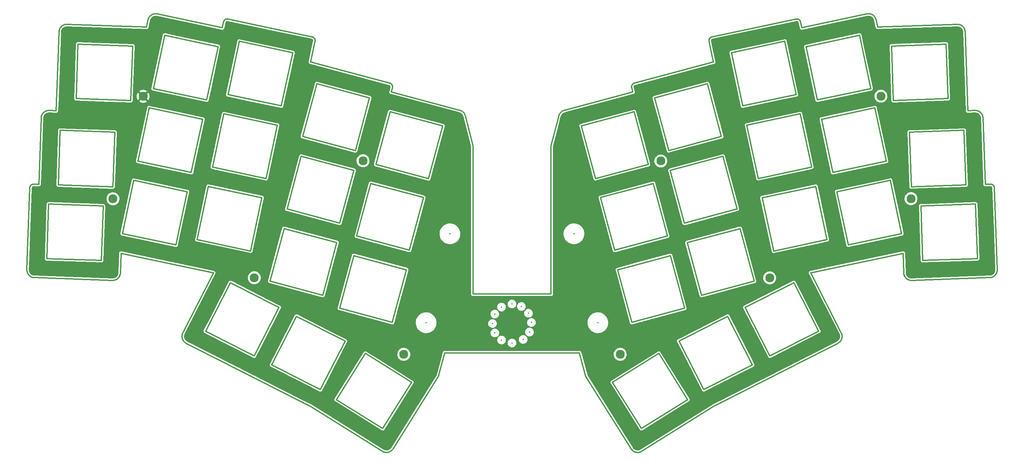
<source format=gbr>
%TF.GenerationSoftware,KiCad,Pcbnew,(6.0.6)*%
%TF.CreationDate,2022-07-10T22:04:10+09:00*%
%TF.ProjectId,nowt_top_plate,6e6f7774-5f74-46f7-905f-706c6174652e,rev?*%
%TF.SameCoordinates,Original*%
%TF.FileFunction,Copper,L2,Bot*%
%TF.FilePolarity,Positive*%
%FSLAX46Y46*%
G04 Gerber Fmt 4.6, Leading zero omitted, Abs format (unit mm)*
G04 Created by KiCad (PCBNEW (6.0.6)) date 2022-07-10 22:04:10*
%MOMM*%
%LPD*%
G01*
G04 APERTURE LIST*
%TA.AperFunction,Profile*%
%ADD10C,0.349999*%
%TD*%
%TA.AperFunction,ComponentPad*%
%ADD11C,2.300000*%
%TD*%
%ADD12C,0.350000*%
G04 APERTURE END LIST*
D10*
X60574183Y-106595409D02*
X60611627Y-106686843D01*
X268368122Y-66960407D02*
X268327007Y-66933615D01*
X178268392Y-129570598D02*
X170849523Y-117697925D01*
X221915456Y-62417575D02*
X208221379Y-65328338D01*
X135096517Y-95017428D02*
X135096517Y-57017425D01*
X182722188Y-110279056D02*
X182722188Y-110279056D01*
X71975821Y-24349573D02*
X71927106Y-24355292D01*
X181327611Y-66605006D02*
X181327611Y-66605006D01*
X265886617Y-49790467D02*
X265886617Y-49790467D01*
X111990434Y-135496236D02*
X112079714Y-135537795D01*
X245554595Y-89673526D02*
X245565355Y-89771720D01*
X196251191Y-28984401D02*
X196204852Y-29003241D01*
X43436566Y-91341699D02*
X43525265Y-91300922D01*
X89809743Y-100747767D02*
X83453878Y-113221858D01*
X114121679Y-43115027D02*
X114405217Y-42056855D01*
X21261983Y-90239163D02*
X21332297Y-90304519D01*
X43778705Y-91152846D02*
X43858413Y-91095112D01*
X145096517Y-95017428D02*
X145096517Y-95017428D01*
X94198866Y-29128076D02*
X94159703Y-29099278D01*
X269183735Y-89939904D02*
X269237338Y-89857698D01*
X132923131Y-48769717D02*
X132854309Y-48657354D01*
X113789873Y-135484815D02*
X113875812Y-135438151D01*
X218265957Y-24355285D02*
X218217241Y-24349566D01*
X170849523Y-117697925D02*
X170849523Y-117697925D01*
X219076756Y-25038712D02*
X219060131Y-24991083D01*
X80921697Y-70267982D02*
X67227628Y-67357219D01*
X176152925Y-135333081D02*
X176233767Y-135387805D01*
X202809606Y-73173369D02*
X202809606Y-73173369D01*
X52684961Y-23263975D02*
X52600446Y-23315928D01*
X176267282Y-40924330D02*
X176225182Y-40949138D01*
X267802320Y-90788848D02*
X267899518Y-90773335D01*
X268275047Y-90665030D02*
X268364806Y-90626759D01*
X157108606Y-49134266D02*
X157070913Y-49263894D01*
X26272052Y-47860498D02*
X26170279Y-47864677D01*
X94339232Y-29260203D02*
X94306680Y-29224780D01*
X105241948Y-80127971D02*
X118764913Y-83751437D01*
X228657003Y-107665782D02*
X228744304Y-107618594D01*
X93894249Y-28967784D02*
X93845379Y-28953446D01*
X175757100Y-41716043D02*
X175754285Y-41764772D01*
X132304768Y-48100941D02*
X132193269Y-48030727D01*
X195646475Y-29636186D02*
X195633837Y-29682954D01*
X187909185Y-107103633D02*
X187909185Y-107103633D01*
X221689946Y-89584628D02*
X245373235Y-84550586D01*
X52439988Y-23431798D02*
X52364686Y-23495165D01*
X54105573Y-23036988D02*
X54105573Y-23036988D01*
X246183538Y-90967509D02*
X246257758Y-91033351D01*
X71523509Y-24506906D02*
X71483903Y-24533992D01*
X256897420Y-44812654D02*
X242905950Y-45301246D01*
X71090017Y-25137643D02*
X70782987Y-26581882D01*
X195767001Y-29374974D02*
X195741834Y-29415828D01*
X263818517Y-47861493D02*
X263818517Y-47861493D01*
X95017347Y-41002997D02*
X95017347Y-41002997D01*
X195627507Y-30127522D02*
X195627507Y-30127522D01*
X135096517Y-57017425D02*
X135096517Y-57017425D01*
X104916845Y-58149425D02*
X108540303Y-44626464D01*
X108540303Y-44626464D02*
X95017347Y-41002997D01*
X20658979Y-88736903D02*
X20657987Y-88839836D01*
X24306516Y-49790496D02*
X24306516Y-49790496D01*
X229646511Y-105248485D02*
X229612973Y-105155926D01*
X25777502Y-47930616D02*
X25683537Y-47958800D01*
X175971030Y-41175638D02*
X175941359Y-41214897D01*
X52950339Y-23134955D02*
X52860082Y-23173456D01*
X260975525Y-26622183D02*
X260920704Y-26542902D01*
X113611145Y-135565474D02*
X113701602Y-135527290D01*
X195718634Y-29457854D02*
X195697449Y-29500978D01*
X53089696Y-42245528D02*
X66783757Y-45156291D01*
X260519862Y-26131564D02*
X260442282Y-26074864D01*
X256408818Y-30821180D02*
X256408818Y-30821180D01*
X22426160Y-66785197D02*
X22426160Y-66785197D01*
X20658979Y-88736903D02*
X20658979Y-88736903D01*
X60541166Y-106501826D02*
X60541166Y-106501826D01*
X218819772Y-24626271D02*
X218784350Y-24593718D01*
X52039739Y-47185174D02*
X52039739Y-47185174D01*
X217917028Y-24367413D02*
X196397756Y-28941468D01*
X175887700Y-41298049D02*
X175887700Y-41298049D01*
X177548786Y-135690894D02*
X177645427Y-135677076D01*
X21709027Y-67053107D02*
X21673586Y-67087827D01*
X71132950Y-24991083D02*
X71116325Y-25038711D01*
X177157838Y-135698601D02*
X177255882Y-135703868D01*
X72836072Y-92099246D02*
X85310170Y-98455112D01*
X51339437Y-26431175D02*
X30960530Y-25719528D01*
X53812128Y-22997017D02*
X53714069Y-22993416D01*
X113967856Y-40949123D02*
X113925758Y-40924315D01*
X237828302Y-23495161D02*
X237752997Y-23431794D01*
X21815130Y-90621130D02*
X21904630Y-90660099D01*
X22283981Y-90771780D02*
X22383551Y-90788002D01*
X21405715Y-90366495D02*
X21482116Y-90424961D01*
X102283841Y-107103633D02*
X89809743Y-100747767D01*
X21551265Y-67241424D02*
X21525731Y-67283099D01*
X155096517Y-95017428D02*
X155096517Y-95017428D01*
X227370000Y-63790000D02*
X224459233Y-50095937D01*
X80921697Y-70267982D02*
X80921697Y-70267982D01*
X43346035Y-91378081D02*
X43436566Y-91341699D01*
X114122474Y-41067767D02*
X114086027Y-41035302D01*
X265831951Y-49389130D02*
X265806262Y-49293222D01*
X268928841Y-90241720D02*
X268998296Y-90170863D01*
X229733760Y-105629534D02*
X229719011Y-105533004D01*
X131701619Y-47825593D02*
X114121679Y-43115027D01*
X25501590Y-48028360D02*
X25413869Y-48069494D01*
X60661123Y-104975345D02*
X60661123Y-104975345D01*
X21391515Y-67749690D02*
X21391515Y-67749690D01*
X246414520Y-91152905D02*
X246496729Y-91206493D01*
X114416865Y-42008640D02*
X114426074Y-41960119D01*
X93988216Y-29003252D02*
X93941878Y-28984411D01*
X228828795Y-107567368D02*
X228910360Y-107512238D01*
X114265467Y-135145627D02*
X114334376Y-135076003D01*
X29113032Y-26801045D02*
X29070411Y-26888821D01*
X108865422Y-66605006D02*
X108865422Y-66605006D01*
X22087054Y-66831855D02*
X22040943Y-66847811D01*
X83453878Y-113221858D02*
X83453878Y-113221858D01*
X22278161Y-66790947D02*
X22229551Y-66797675D01*
X60489329Y-106310753D02*
X60512826Y-106406723D01*
X195605485Y-29926168D02*
X195607120Y-29976165D01*
X43696500Y-91206434D02*
X43778705Y-91152846D01*
X131701619Y-47825593D02*
X131701619Y-47825593D01*
X198799154Y-54525958D02*
X185276189Y-58149425D01*
X33784208Y-30821180D02*
X33784208Y-30821180D01*
X60459294Y-105629571D02*
X60449278Y-105726649D01*
X237332905Y-23173453D02*
X237242650Y-23134952D01*
X30282392Y-25812919D02*
X30190183Y-25844838D01*
X261190471Y-27057277D02*
X261155804Y-26965504D01*
X158362265Y-47864869D02*
X158237069Y-47912370D01*
X185706090Y-85153811D02*
X189329564Y-98676776D01*
X21444880Y-67460476D02*
X21430174Y-67507085D01*
X229539668Y-106775976D02*
X229581425Y-106686823D01*
X131955962Y-47912396D02*
X131830767Y-47864898D01*
X237592534Y-23315924D02*
X237508022Y-23263971D01*
X113424249Y-135628556D02*
X113518645Y-135599264D01*
X157781941Y-48178093D02*
X157681105Y-48261904D01*
X114405217Y-42056855D02*
X114405217Y-42056855D01*
X242114019Y-65818885D02*
X242114019Y-65818885D01*
X72238301Y-43783864D02*
X85932363Y-46694627D01*
X238033299Y-23705232D02*
X237968553Y-23632026D01*
X238153295Y-47185174D02*
X241064061Y-60879237D01*
X260734913Y-26322717D02*
X260666307Y-26255612D01*
X64316861Y-81051284D02*
X64316861Y-81051284D01*
X20825762Y-89610233D02*
X20866881Y-89697950D01*
X20756229Y-89428298D02*
X20788838Y-89520306D01*
X228744304Y-107618594D02*
X228828795Y-107567368D01*
X21643384Y-90530845D02*
X21728007Y-90578002D01*
X113230842Y-135673141D02*
X113328099Y-135653247D01*
X180020574Y-61727084D02*
X166497609Y-65350551D01*
X44819799Y-84550586D02*
X68503080Y-89584628D01*
X21399856Y-67651060D02*
X21394474Y-67700164D01*
X61364226Y-107567376D02*
X61448715Y-107618602D01*
X261267429Y-27344923D02*
X261246414Y-27247108D01*
X94559200Y-29682968D02*
X94546565Y-29636201D01*
X21578854Y-67200979D02*
X21551265Y-67241424D01*
X219041291Y-24944743D02*
X219020310Y-24899742D01*
X228419942Y-68729648D02*
X228419942Y-68729648D01*
X21131153Y-90098831D02*
X21194895Y-90170557D01*
X25760633Y-85913226D02*
X25760633Y-85913226D01*
X87383420Y-73173369D02*
X100906385Y-76796836D01*
X118009908Y-88777278D02*
X104486943Y-85153811D01*
X223409276Y-45156291D02*
X220498510Y-31462224D01*
X29388518Y-26397424D02*
X29325349Y-26472909D01*
X259734242Y-25765020D02*
X259636760Y-25746077D01*
X264947734Y-48163998D02*
X264864841Y-48114835D01*
X29600675Y-26189604D02*
X29526448Y-26255445D01*
X60493509Y-105437242D02*
X60474043Y-105533043D01*
X127318883Y-51827590D02*
X113795919Y-48204124D01*
X237421420Y-23216470D02*
X237332905Y-23173453D01*
X245770160Y-90421918D02*
X245817033Y-90507556D01*
X122388379Y-70228473D02*
X122388379Y-70228473D01*
X84882413Y-51634273D02*
X71188344Y-48723508D01*
X268552619Y-67124096D02*
X268519087Y-67087823D01*
X175776168Y-42008677D02*
X175787816Y-42056893D01*
X71195817Y-24856131D02*
X71172771Y-24899744D01*
X114222000Y-41175621D02*
X114190531Y-41137981D01*
X267704119Y-90799589D02*
X267802320Y-90788848D01*
X93527974Y-123946704D02*
X111817571Y-135399585D01*
X48079023Y-65818885D02*
X48079023Y-65818885D01*
X127829030Y-110126506D02*
X145096517Y-110126506D01*
X218454323Y-24401219D02*
X218408356Y-24386373D01*
X265385921Y-48535170D02*
X265320583Y-48464843D01*
X94585905Y-29976174D02*
X94587542Y-29926178D01*
X177836166Y-135635377D02*
X177929914Y-135607555D01*
X207188085Y-91722178D02*
X207188085Y-91722178D01*
X108540303Y-44626464D02*
X108540303Y-44626464D01*
X53042160Y-23101003D02*
X52950339Y-23134955D01*
X94398965Y-29335383D02*
X94370009Y-29297095D01*
X260279060Y-25972715D02*
X260193677Y-25927510D01*
X217917028Y-24367413D02*
X217917028Y-24367413D01*
X47775678Y-31309773D02*
X47775678Y-31309773D01*
X228657003Y-107665782D02*
X228657003Y-107665782D01*
X218168023Y-24346251D02*
X218118379Y-24345387D01*
X265561134Y-48764286D02*
X265506327Y-48685012D01*
X238853597Y-26431175D02*
X238853597Y-26431175D01*
X44465636Y-90334119D02*
X44503921Y-90244377D01*
X245655376Y-90152840D02*
X245689258Y-90244398D01*
X22090277Y-90725038D02*
X22186182Y-90750748D01*
X177741279Y-135658561D02*
X177836166Y-135635377D01*
X247491491Y-67443198D02*
X247002889Y-53451728D01*
X211238744Y-110929202D02*
X223712835Y-104573337D01*
X113328099Y-135653247D02*
X113424249Y-135628556D01*
X52292802Y-23561958D02*
X52224437Y-23632030D01*
X218217241Y-24349566D02*
X218168023Y-24346251D01*
X269372646Y-89597756D02*
X269409042Y-89507220D01*
X111817571Y-135399585D02*
X111902995Y-135450156D01*
X24490742Y-49017981D02*
X24451787Y-49107497D01*
X249952336Y-72410342D02*
X263943807Y-71921748D01*
X43525265Y-91300922D02*
X43611965Y-91255813D01*
X219103063Y-25137647D02*
X219091091Y-25087583D01*
X25245580Y-48163861D02*
X25165273Y-48216853D01*
X25760633Y-85913226D02*
X39752103Y-86401813D01*
X75149060Y-30089796D02*
X72238301Y-43783864D01*
X61128780Y-107390820D02*
X61204143Y-107453350D01*
X261026576Y-26704205D02*
X260975525Y-26622183D01*
X21904630Y-90660099D02*
X21996386Y-90694778D01*
X175762284Y-41667536D02*
X175757100Y-41716043D01*
X135096517Y-95017428D02*
X135096517Y-95017428D01*
X175863970Y-41341609D02*
X175842518Y-41386095D01*
X172183126Y-88777278D02*
X172183126Y-88777278D01*
X52039739Y-47185174D02*
X49128980Y-60879237D01*
X206739156Y-113221858D02*
X206739156Y-113221858D01*
X247128150Y-91460285D02*
X247224353Y-91478464D01*
X175787816Y-42056893D02*
X176071355Y-43115027D01*
X60541166Y-106501826D02*
X60574183Y-106595409D01*
X229699543Y-105437201D02*
X229675372Y-105342303D01*
X133084440Y-49134253D02*
X133038503Y-49008477D01*
X157586059Y-48352045D02*
X157497110Y-48448208D01*
X113959275Y-135387403D02*
X114040116Y-135332673D01*
X259537717Y-25731936D02*
X259437242Y-25722718D01*
X85310170Y-98455112D02*
X78954297Y-110929202D01*
X268584207Y-67161840D02*
X268552619Y-67124096D01*
X132511927Y-48261913D02*
X132411090Y-48178106D01*
X113035188Y-135698248D02*
X113133146Y-135688132D01*
X245625970Y-90059632D02*
X245655376Y-90152840D01*
X28710080Y-66954608D02*
X28710080Y-66954608D01*
X114575116Y-134763888D02*
X126221341Y-116126506D01*
X61056689Y-107324792D02*
X61128780Y-107390820D01*
X43190145Y-53451728D02*
X43190145Y-53451728D01*
X241064061Y-60879237D02*
X241064061Y-60879237D01*
X24340171Y-49486913D02*
X24323969Y-49586497D01*
X269286732Y-89773161D02*
X269331856Y-89686458D01*
X118764913Y-83751437D02*
X122388379Y-70228473D01*
X42773685Y-91500607D02*
X42871717Y-91491898D01*
X260862241Y-26466484D02*
X260800267Y-26393048D01*
X194265065Y-119577724D02*
X187909185Y-107103633D01*
X261116845Y-26875986D02*
X261073726Y-26788846D01*
X25328489Y-48114701D02*
X25245580Y-48163861D01*
X268711694Y-67369811D02*
X268690380Y-67325920D01*
X237057619Y-23071629D02*
X236963192Y-23046871D01*
X71445617Y-24562948D02*
X71408726Y-24593727D01*
X24323969Y-49586497D02*
X24312707Y-49687732D01*
X246756678Y-91341756D02*
X246847213Y-91378137D01*
X132193269Y-48030727D02*
X132076898Y-47967775D01*
X245868089Y-90590897D02*
X245923254Y-90671781D01*
X71373305Y-24626279D02*
X71339429Y-24660557D01*
X71483903Y-24533992D02*
X71445617Y-24562948D01*
X60987987Y-107255401D02*
X61056689Y-107324792D01*
X219004689Y-48723508D02*
X219004689Y-48723508D01*
X22133914Y-66818160D02*
X22087054Y-66831855D01*
X112079714Y-135537795D02*
X112170660Y-135574803D01*
X176864934Y-135653613D02*
X176864934Y-135653613D01*
X175791943Y-41524231D02*
X175779718Y-41571542D01*
X236867723Y-23026759D02*
X236771387Y-23011325D01*
X61536016Y-107665790D02*
X61536016Y-107665790D01*
X242417363Y-31309773D02*
X256408818Y-30821180D01*
X269331856Y-89686458D02*
X269372646Y-89597756D01*
X264320143Y-47907079D02*
X264222681Y-47888120D01*
X83004949Y-91722178D02*
X83004949Y-91722178D01*
X177645427Y-135677076D02*
X177741279Y-135658561D01*
X229581425Y-106686823D02*
X229618872Y-106595387D01*
X267995551Y-90753122D02*
X268090258Y-90728285D01*
X268519087Y-67087823D02*
X268483648Y-67053103D01*
X113882422Y-40901556D02*
X113837920Y-40880900D01*
X72074681Y-24345392D02*
X72025038Y-24346257D01*
X260920704Y-26542902D02*
X260862241Y-26466484D01*
X229064249Y-107390810D02*
X229136342Y-107324781D01*
X60861208Y-107107070D02*
X60922788Y-107182782D01*
X145096517Y-95017428D02*
X135096517Y-95017428D01*
X42701551Y-67443198D02*
X43190145Y-53451728D01*
X24941258Y-48397605D02*
X24872655Y-48464711D01*
X114426074Y-41960119D02*
X114432854Y-41911380D01*
X21608462Y-67161844D02*
X21578854Y-67200979D01*
X53135372Y-23071632D02*
X53042160Y-23101003D01*
X44612293Y-89868905D02*
X44627826Y-89771719D01*
X26374997Y-47861484D02*
X26272052Y-47860498D01*
X265806262Y-49293222D02*
X265776023Y-49199327D01*
X238153295Y-47185174D02*
X238153295Y-47185174D01*
X175754285Y-41764772D02*
X175753853Y-41813636D01*
X21482116Y-90424961D02*
X21561380Y-90479788D01*
X247518303Y-91504515D02*
X247617513Y-91503497D01*
X176144975Y-41004686D02*
X176107008Y-41035318D01*
X112839184Y-135703974D02*
X112937142Y-135703519D01*
X176397115Y-48204124D02*
X176397115Y-48204124D01*
X196397756Y-28941468D02*
X196347692Y-28953440D01*
X20685507Y-89141090D02*
X20704442Y-89238560D01*
X114423198Y-41619313D02*
X114413307Y-41571517D01*
X170849523Y-117697925D02*
X182722188Y-110279056D01*
X195611303Y-30026439D02*
X195618083Y-30076917D01*
X155096517Y-57017425D02*
X155096517Y-95017428D01*
X84882413Y-51634273D02*
X84882413Y-51634273D01*
X176962189Y-135673503D02*
X177059882Y-135688489D01*
X268762496Y-67507085D02*
X268747789Y-67460474D01*
X133122136Y-49263879D02*
X133122136Y-49263879D01*
X242417363Y-31309773D02*
X242417363Y-31309773D01*
X229618872Y-106595387D02*
X229651891Y-106501803D01*
X94569577Y-29730459D02*
X94559200Y-29682968D01*
X241064061Y-60879237D02*
X227370000Y-63790000D01*
X263943807Y-71921748D02*
X263943807Y-71921748D01*
X259830032Y-25788642D02*
X259734242Y-25765020D01*
X162364003Y-110126506D02*
X163971700Y-116126506D01*
X157888262Y-48100925D02*
X157781941Y-48178093D01*
X95017347Y-41002997D02*
X91393880Y-54525958D01*
X113133146Y-135688132D02*
X113230842Y-135673141D01*
X24745332Y-48608478D02*
X24686873Y-48684897D01*
X176494924Y-40832110D02*
X176447344Y-40846131D01*
X265612172Y-48846299D02*
X265561134Y-48764286D01*
X265880424Y-49687719D02*
X265869162Y-49586500D01*
X114435928Y-41716014D02*
X114430742Y-41667508D01*
X261294898Y-27545746D02*
X261283634Y-27444509D01*
X178022346Y-135575124D02*
X178113288Y-135538113D01*
X47775678Y-31309773D02*
X33784208Y-30821180D01*
X268483648Y-67053103D02*
X268483648Y-67053103D01*
X71831476Y-24373745D02*
X71784711Y-24386382D01*
X238299217Y-24113145D02*
X238254077Y-24026465D01*
X126221341Y-116126506D02*
X127829030Y-110126506D01*
X224459233Y-50095937D02*
X224459233Y-50095937D01*
X114279468Y-41255700D02*
X114251670Y-41214879D01*
X217967633Y-24357988D02*
X217917028Y-24367413D01*
X44147580Y-90825483D02*
X44210739Y-90750002D01*
X229136342Y-107324781D02*
X229205048Y-107255390D01*
X122388379Y-70228473D02*
X108865422Y-66605006D01*
X52098667Y-23781429D02*
X52041462Y-23860463D01*
X202809606Y-73173369D02*
X189286657Y-76796836D01*
X196347692Y-28953440D02*
X196298821Y-28967776D01*
X21014193Y-89946539D02*
X21070879Y-90024115D01*
X268613814Y-67200976D02*
X268584207Y-67161840D01*
X247033116Y-91437463D02*
X247128150Y-91460285D01*
X52860082Y-23173456D02*
X52771565Y-23216474D01*
X238853597Y-26431175D02*
X238459569Y-24577460D01*
X28968823Y-27163345D02*
X28943965Y-27258047D01*
X53518633Y-23000603D02*
X53421605Y-23011327D01*
X61773091Y-68729648D02*
X61773091Y-68729648D01*
X259335466Y-25718543D02*
X259232518Y-25719533D01*
X68503080Y-89584628D02*
X60661123Y-104975345D01*
X229493715Y-106862710D02*
X229539668Y-106775976D01*
X223712835Y-104573337D02*
X217356969Y-92099246D01*
X42871717Y-91491898D02*
X42968915Y-91478421D01*
X44644506Y-89574496D02*
X44819799Y-84550586D01*
X28943965Y-27258047D02*
X28923731Y-27354076D01*
X21784680Y-66989277D02*
X21746146Y-67020186D01*
X177929914Y-135607555D02*
X178022346Y-135575124D01*
X269531635Y-88934822D02*
X269535524Y-88836110D01*
X268780782Y-90371913D02*
X268856283Y-90308761D01*
X260361972Y-26021874D02*
X260279060Y-25972715D01*
X60653383Y-106775994D02*
X60699334Y-106862728D01*
X23711377Y-66830077D02*
X23711377Y-66830077D01*
X175755813Y-41862546D02*
X175760178Y-41911415D01*
X112547589Y-135676743D02*
X112644232Y-135690557D01*
X176225182Y-40949138D02*
X176184390Y-40975941D01*
X228910360Y-107512238D02*
X228988883Y-107453341D01*
X247224353Y-91478464D02*
X247321556Y-91491936D01*
X60449278Y-105726649D02*
X60444008Y-105824100D01*
X260594580Y-26191854D02*
X260519862Y-26131564D01*
X155096517Y-95017428D02*
X145096517Y-95017428D01*
X157338728Y-48657358D02*
X157269908Y-48769724D01*
X54008054Y-23018771D02*
X53910181Y-23005458D01*
X268690380Y-67325920D02*
X268666937Y-67283096D01*
X189286657Y-76796836D02*
X185663182Y-63273875D01*
X29198674Y-52963138D02*
X28710080Y-66954608D01*
X196749273Y-35404974D02*
X176494924Y-40832110D01*
X93443761Y-35404974D02*
X94565511Y-30127528D01*
X220498510Y-31462224D02*
X234192571Y-28551461D01*
X209271337Y-70267982D02*
X222965398Y-67357219D01*
X268798195Y-67700164D02*
X268792813Y-67651060D01*
X229531926Y-104975291D02*
X221689946Y-89584628D01*
X217954732Y-43783864D02*
X217954732Y-43783864D01*
X268483648Y-67053103D02*
X268446526Y-67020182D01*
X265251994Y-48397740D02*
X265180285Y-48333983D01*
X133038503Y-49008477D02*
X132984631Y-48886862D01*
X195606350Y-29876523D02*
X195605485Y-29926168D01*
X52771565Y-23216474D02*
X52684961Y-23263975D01*
X131830767Y-47864898D02*
X131701619Y-47825593D01*
X269468398Y-89321315D02*
X269491235Y-89226277D01*
X30376101Y-25785521D02*
X30282392Y-25812919D01*
X61448715Y-107618602D02*
X61536016Y-107665790D01*
X245548680Y-89574489D02*
X245554595Y-89673526D01*
X22040943Y-66847811D02*
X21995666Y-66865997D01*
X71339429Y-24660557D02*
X71307171Y-24696511D01*
X52600446Y-23315928D02*
X52600446Y-23315928D01*
X196397756Y-28941468D02*
X196397756Y-28941468D01*
X268364806Y-90626759D02*
X268452593Y-90584157D01*
X25873289Y-47906990D02*
X25777502Y-47930616D01*
X175672573Y-134847199D02*
X175731016Y-134926904D01*
X264601858Y-47991540D02*
X264509861Y-47958910D01*
X114305326Y-41298030D02*
X114279468Y-41255700D01*
X113701602Y-135527290D02*
X113789873Y-135484815D01*
X28183896Y-47924653D02*
X28183896Y-47924653D01*
X265702417Y-49018060D02*
X265659309Y-48930931D01*
X269125986Y-90019610D02*
X269183735Y-89939904D01*
X30190183Y-25844838D02*
X30099640Y-25881214D01*
X229389681Y-107028386D02*
X229443681Y-106946892D01*
X66783757Y-45156291D02*
X69694524Y-31462224D01*
X30960530Y-25719528D02*
X30960530Y-25719528D01*
X265320583Y-48464843D02*
X265251994Y-48397740D01*
X204882863Y-98455112D02*
X204882863Y-98455112D01*
X195853824Y-29260186D02*
X195823045Y-29297078D01*
X48079023Y-65818885D02*
X45168256Y-79512950D01*
X71738745Y-24401229D02*
X71693652Y-24418236D01*
X208221379Y-65328338D02*
X205310613Y-51634273D01*
X260800267Y-26393048D02*
X260734913Y-26322717D01*
X29526448Y-26255445D02*
X29455576Y-26324882D01*
X69694524Y-31462224D02*
X69694524Y-31462224D01*
X20788838Y-89520306D02*
X20825762Y-89610233D01*
X190041661Y-81822677D02*
X190041661Y-81822677D01*
X262009130Y-47924653D02*
X262009130Y-47924653D01*
X175842518Y-41386095D02*
X175823355Y-41431419D01*
X44503921Y-90244377D02*
X44537803Y-90152823D01*
X60517679Y-105342346D02*
X60493509Y-105437242D01*
X218669564Y-24506896D02*
X218628711Y-24481729D01*
X91393880Y-54525958D02*
X104916845Y-58149425D01*
X93527974Y-123946704D02*
X93527974Y-123946704D01*
X30099640Y-25881214D02*
X30010928Y-25921986D01*
X145096517Y-110126506D02*
X162364003Y-110126506D01*
X268856283Y-90308761D02*
X268928841Y-90241720D01*
X157999762Y-48030708D02*
X157888262Y-48100925D01*
X236282804Y-23005457D02*
X236184929Y-23018770D01*
X87383420Y-73173369D02*
X87383420Y-73173369D01*
X176002500Y-41137997D02*
X175971030Y-41175638D01*
X94577649Y-29778600D02*
X94569577Y-29730459D01*
X30762605Y-25722369D02*
X30664561Y-25731066D01*
X114157332Y-41102011D02*
X114122474Y-41067767D01*
X229743777Y-105726614D02*
X229733760Y-105629534D01*
X219091091Y-25087583D02*
X219076756Y-25038712D01*
X28998233Y-27070133D02*
X28968823Y-27163345D01*
X47287084Y-45301246D02*
X47775678Y-31309773D01*
X113698117Y-40832093D02*
X113698117Y-40832093D01*
X94546565Y-29636201D02*
X94531720Y-29590234D01*
X172183126Y-88777278D02*
X185706090Y-85153811D01*
X218885908Y-24696504D02*
X218853650Y-24660549D01*
X247617513Y-91503497D02*
X267605077Y-90805484D01*
X218853650Y-24660549D02*
X218819772Y-24626271D01*
X218916473Y-24734088D02*
X218885908Y-24696504D01*
X21480974Y-67369813D02*
X21461826Y-67414691D01*
X237103337Y-42245528D02*
X237103337Y-42245528D01*
X229736248Y-106116892D02*
X229745298Y-106019383D01*
X221689946Y-89584628D02*
X221689946Y-89584628D01*
X157497110Y-48448208D02*
X157414564Y-48550082D01*
X218018109Y-24351207D02*
X217967633Y-24357988D01*
X247419595Y-91500641D02*
X247518303Y-91504515D01*
X245817033Y-90507556D02*
X245868089Y-90590897D01*
X24306516Y-49790496D02*
X23711377Y-66830077D01*
X68277578Y-62417575D02*
X81971646Y-65328338D01*
X178289999Y-135450471D02*
X178375417Y-135399898D01*
X113328099Y-135653247D02*
X113328099Y-135653247D01*
X256897420Y-44812654D02*
X256897420Y-44812654D01*
X237900187Y-23561954D02*
X237828302Y-23495161D01*
X51938916Y-24026469D02*
X51893775Y-24113148D01*
X112451735Y-135658231D02*
X112547589Y-135676743D01*
X29455576Y-26324882D02*
X29388518Y-26397424D01*
X60580076Y-105155974D02*
X60546539Y-105248531D01*
X267963119Y-66797671D02*
X267914510Y-66790943D01*
X196204852Y-29003241D02*
X196159850Y-29024222D01*
X88843129Y-33000560D02*
X75149060Y-30089796D01*
X68503080Y-89584628D02*
X68503080Y-89584628D01*
X21525731Y-67283099D02*
X21502288Y-67325922D01*
X171428121Y-83751437D02*
X167804647Y-70228473D01*
X60444008Y-105824100D02*
X60443497Y-105921747D01*
X93795316Y-28941473D02*
X93795316Y-28941473D01*
X264779478Y-48069624D02*
X264691774Y-48028485D01*
X44638588Y-89673529D02*
X44644506Y-89574496D01*
X60618275Y-105064853D02*
X60580076Y-105155974D01*
X53616179Y-22994622D02*
X53518633Y-23000603D01*
X112741489Y-135699644D02*
X112839184Y-135703974D01*
X102283841Y-107103633D02*
X102283841Y-107103633D01*
X28891515Y-27648513D02*
X28183896Y-47924653D01*
X199186147Y-59650409D02*
X202809606Y-73173369D01*
X218118379Y-24345387D02*
X218068383Y-24347023D01*
X204260671Y-46694627D02*
X201349904Y-33000560D01*
X20912073Y-89783327D02*
X20961218Y-89866233D01*
X96527906Y-95345645D02*
X100151372Y-81822677D01*
X268407990Y-66989273D02*
X268368122Y-66960407D01*
X261283634Y-27444509D02*
X261267429Y-27344923D01*
X246847213Y-91378137D02*
X246939414Y-91410060D01*
X229680232Y-106406698D02*
X229703729Y-106310727D01*
X206739156Y-113221858D02*
X194265065Y-119577724D01*
X222965398Y-67357219D02*
X225876165Y-81051284D01*
X72225425Y-24357988D02*
X72174949Y-24351209D01*
X65733808Y-50095937D02*
X65733808Y-50095937D01*
X22383551Y-90788002D02*
X22484771Y-90799285D01*
X70782987Y-26581882D02*
X70782987Y-26581882D01*
X114401081Y-41524207D02*
X114386531Y-41477471D01*
X229722397Y-106214066D02*
X229736248Y-106116892D01*
X184951085Y-80127971D02*
X184951085Y-80127971D01*
X242114019Y-65818885D02*
X245024785Y-79512950D01*
X267766515Y-66785193D02*
X267766515Y-66785193D01*
X22376549Y-66784677D02*
X22327188Y-66786604D01*
X71276606Y-24734094D02*
X71247809Y-24773257D01*
X268792813Y-67651060D02*
X268785045Y-67602458D01*
X93443761Y-35404974D02*
X93443761Y-35404974D01*
X114193357Y-135211682D02*
X114265467Y-135145627D01*
X114413307Y-41571517D02*
X114401081Y-41524207D01*
X265886617Y-49790467D02*
X265880424Y-49687719D01*
X176071355Y-43115027D02*
X176071355Y-43115027D01*
X269409042Y-89507220D02*
X269440980Y-89415018D01*
X52364686Y-23495165D02*
X52292802Y-23561958D01*
X268058753Y-66818156D02*
X268011228Y-66806752D01*
X203564626Y-78199210D02*
X203564626Y-78199210D01*
X176397115Y-48204124D02*
X180020574Y-61727084D01*
X45168256Y-79512950D02*
X45168256Y-79512950D01*
X113792321Y-40862402D02*
X113745697Y-40846115D01*
X196116236Y-29047269D02*
X196074056Y-29072308D01*
X195994196Y-29128061D02*
X195956611Y-29158626D01*
X261301091Y-27648511D02*
X261301091Y-27648511D01*
X94306680Y-29224780D02*
X94272403Y-29190902D01*
X162874150Y-51827590D02*
X162874150Y-51827590D01*
X195920656Y-29190886D02*
X195886377Y-29224763D01*
X24361184Y-49389099D02*
X24340171Y-49486913D01*
X104529851Y-63273875D02*
X91006887Y-59650409D01*
X265506327Y-48685012D02*
X265447879Y-48608600D01*
X223712835Y-104573337D02*
X223712835Y-104573337D01*
X114386441Y-102300242D02*
X118009908Y-88777278D01*
X94272403Y-29190902D02*
X94236449Y-29158642D01*
X268801152Y-67749690D02*
X268798195Y-67700164D01*
X72174949Y-24351209D02*
X72124676Y-24347026D01*
X218709172Y-24533982D02*
X218669564Y-24506896D01*
X51893775Y-24113148D02*
X51852857Y-24202084D01*
X185276189Y-58149425D02*
X181652730Y-44626464D01*
X132984631Y-48886862D02*
X132923131Y-48769717D01*
X71172771Y-24899744D02*
X71151790Y-24944744D01*
X100906385Y-76796836D02*
X104529851Y-63273875D01*
X43160142Y-91437413D02*
X43253838Y-91410007D01*
X29839668Y-26016467D02*
X29757450Y-26070053D01*
X228988883Y-107453341D02*
X229064249Y-107390810D01*
X28183896Y-47924653D02*
X26374997Y-47861484D01*
X218628711Y-24481729D02*
X218586685Y-24458530D01*
X70782987Y-26581882D02*
X54105573Y-23036988D01*
X265105585Y-48273693D02*
X265028025Y-48216991D01*
X85310170Y-98455112D02*
X85310170Y-98455112D01*
X195741834Y-29415828D02*
X195718634Y-29457854D01*
X229675372Y-105342303D02*
X229646511Y-105248485D01*
X33784208Y-30821180D02*
X33295613Y-44812654D01*
X112170660Y-135574803D02*
X112263095Y-135607231D01*
X25970767Y-47888044D02*
X25873289Y-47906990D01*
X94565511Y-30127528D02*
X94574938Y-30076924D01*
X21461826Y-67414691D02*
X21444880Y-67460476D01*
X229703729Y-106310727D02*
X229722397Y-106214066D01*
X261220718Y-27151186D02*
X261190471Y-27057277D01*
X234192571Y-28551461D02*
X234192571Y-28551461D01*
X60443497Y-105921747D02*
X60447760Y-106019413D01*
X167804647Y-70228473D02*
X181327611Y-66605006D01*
X263921446Y-47860527D02*
X263818517Y-47861493D01*
X181652730Y-44626464D02*
X181652730Y-44626464D01*
X44210739Y-90750002D02*
X44269936Y-90671741D01*
X196298821Y-28967776D02*
X196251191Y-28984401D01*
X94370009Y-29297095D02*
X94339232Y-29260203D01*
X219410039Y-26581882D02*
X219410039Y-26581882D01*
X247002889Y-53451728D02*
X247002889Y-53451728D01*
X21640052Y-67124100D02*
X21608462Y-67161844D01*
X21865661Y-66933618D02*
X21824546Y-66960411D01*
X94583366Y-29827316D02*
X94577649Y-29778600D01*
X175760178Y-41911415D02*
X175766959Y-41960154D01*
X176317230Y-135438548D02*
X176403169Y-135485206D01*
X267865484Y-66786600D02*
X267816125Y-66784673D01*
X43253838Y-91410007D02*
X43346035Y-91378081D01*
X245727544Y-90334145D02*
X245770160Y-90421918D01*
X237508022Y-23263971D02*
X237421420Y-23216470D01*
X94514714Y-29545140D02*
X94495596Y-29500994D01*
X163971700Y-116126506D02*
X175617910Y-134764339D01*
X112263095Y-135607231D02*
X112356846Y-135635050D01*
X72025038Y-24346257D02*
X71975821Y-24349573D01*
X78954297Y-110929202D02*
X78954297Y-110929202D01*
X256408818Y-30821180D02*
X256897420Y-44812654D01*
X237242650Y-23134952D02*
X237150830Y-23101000D01*
X195607120Y-29976165D02*
X195611303Y-30026439D01*
X236771387Y-23011325D02*
X236674358Y-23000601D01*
X175731016Y-134926904D02*
X175793093Y-135003350D01*
X225876165Y-81051284D02*
X225876165Y-81051284D01*
X209271337Y-70267982D02*
X209271337Y-70267982D01*
X199186147Y-59650409D02*
X199186147Y-59650409D01*
X195609666Y-29827304D02*
X195606350Y-29876523D01*
X60611627Y-106686843D02*
X60653383Y-106775994D01*
X178113288Y-135538113D02*
X178202564Y-135496552D01*
X259437242Y-25722718D02*
X259335466Y-25718543D01*
X260994359Y-52963138D02*
X260994359Y-52963138D01*
X162364003Y-110126506D02*
X162364003Y-110126506D01*
X268998296Y-90170863D02*
X269064152Y-90096652D01*
X28897433Y-27549470D02*
X28891515Y-27648513D01*
X176074848Y-135274479D02*
X176152925Y-135333081D01*
X176674393Y-135599639D02*
X176768787Y-135628927D01*
X259924000Y-25816824D02*
X259830032Y-25788642D01*
X261073726Y-26788846D02*
X261026576Y-26704205D01*
X29757450Y-26070053D02*
X29677731Y-26127786D01*
X238204814Y-23942188D02*
X238151530Y-23860459D01*
X132076898Y-47967775D02*
X131955962Y-47912396D01*
X175927571Y-135146052D02*
X175999682Y-135212101D01*
X71116325Y-25038711D02*
X71101989Y-25087580D01*
X190041661Y-81822677D02*
X203564626Y-78199210D01*
X158237069Y-47912370D02*
X158116133Y-47967753D01*
X67227628Y-67357219D02*
X64316861Y-81051284D01*
X111902995Y-135450156D02*
X111990434Y-135496236D01*
X177451531Y-135699985D02*
X177548786Y-135690894D01*
X71693652Y-24418236D02*
X71649508Y-24437356D01*
X72238301Y-43783864D02*
X72238301Y-43783864D01*
X176107008Y-41035318D02*
X176070560Y-41067783D01*
X247617513Y-91503497D02*
X247617513Y-91503497D01*
X61536016Y-107665790D02*
X93527974Y-123946704D01*
X25012982Y-48333846D02*
X24941258Y-48397605D01*
X113925758Y-40924315D02*
X113882422Y-40901556D01*
X81971646Y-65328338D02*
X84882413Y-51634273D01*
X30861317Y-25718502D02*
X30762605Y-25722369D01*
X246334807Y-91095170D02*
X246414520Y-91152905D01*
X24386878Y-49293178D02*
X24361184Y-49389099D01*
X71784711Y-24386382D02*
X71738745Y-24401229D01*
X245548680Y-89574489D02*
X245548680Y-89574489D01*
X268730843Y-67414690D02*
X268711694Y-67369811D01*
X195615384Y-29778587D02*
X195609666Y-29827304D01*
X26069807Y-47873899D02*
X25970767Y-47888044D01*
X21746146Y-67020186D02*
X21709027Y-67053107D01*
X24533859Y-48930841D02*
X24490742Y-49017981D01*
X237968553Y-23632026D02*
X237900187Y-23561954D01*
X176310618Y-40901571D02*
X176267282Y-40924330D01*
X114350506Y-41386074D02*
X114329055Y-41341589D01*
X236576811Y-22994620D02*
X236478920Y-22993415D01*
X175823355Y-41431419D02*
X175806493Y-41477494D01*
X86628408Y-78199210D02*
X86628408Y-78199210D01*
X246939414Y-91410060D02*
X247033116Y-91437463D01*
X100151372Y-81822677D02*
X100151372Y-81822677D01*
X203564626Y-78199210D02*
X207188085Y-91722178D01*
X29325349Y-26472909D02*
X29266142Y-26551175D01*
X21824546Y-66960411D02*
X21784680Y-66989277D01*
X201349904Y-33000560D02*
X215043981Y-30089796D01*
X94495596Y-29500994D02*
X94474413Y-29457871D01*
X269509428Y-89130072D02*
X269522916Y-89032864D01*
X60447760Y-106019413D02*
X60456810Y-106116921D01*
X163971700Y-116126506D02*
X163971700Y-116126506D01*
X44269936Y-90671741D02*
X44325098Y-90590860D01*
X21394474Y-67700164D02*
X21391515Y-67749690D01*
X71564362Y-24481739D02*
X71523509Y-24506906D01*
X217356969Y-92099246D02*
X204882863Y-98455112D01*
X52518608Y-23372004D02*
X52439988Y-23431798D01*
X261301091Y-27648511D02*
X261294898Y-27545746D01*
X158491414Y-47825561D02*
X158491414Y-47825561D01*
X85932363Y-46694627D02*
X88843129Y-33000560D01*
X22327188Y-66786604D02*
X22278161Y-66790947D01*
X200383290Y-100747767D02*
X200383290Y-100747767D01*
X219004689Y-48723508D02*
X221915456Y-62417575D01*
X112356846Y-135635050D02*
X112451735Y-135658231D01*
X71878966Y-24363365D02*
X71831476Y-24373745D01*
X211238744Y-110929202D02*
X211238744Y-110929202D01*
X52041462Y-23860463D02*
X51988178Y-23942191D01*
X119343511Y-117697925D02*
X107470845Y-110279056D01*
X114040116Y-135332673D02*
X114118192Y-135274065D01*
X100863477Y-98676776D02*
X100863477Y-98676776D01*
X114575116Y-134763888D02*
X114575116Y-134763888D01*
X123695417Y-65350551D02*
X127318883Y-51827590D01*
X268183477Y-90698896D02*
X268275047Y-90665030D01*
X268011228Y-66806752D02*
X267963119Y-66797671D01*
X20657987Y-88839836D02*
X20662158Y-88941599D01*
X145096517Y-110126506D02*
X145096517Y-110126506D01*
X222965398Y-67357219D02*
X222965398Y-67357219D01*
X113795919Y-48204124D02*
X113795919Y-48204124D01*
X247321556Y-91491936D02*
X247419595Y-91500641D01*
X263943807Y-71921748D02*
X264432409Y-85913226D01*
X175787816Y-42056893D02*
X175787816Y-42056893D01*
X260193677Y-25927510D02*
X260105953Y-25886379D01*
X71408726Y-24593727D02*
X71373305Y-24626279D01*
X25683537Y-47958800D02*
X25591523Y-47991422D01*
X54105573Y-23036988D02*
X54008054Y-23018771D01*
X268105613Y-66831851D02*
X268058753Y-66818156D01*
X53325269Y-23026762D02*
X53229800Y-23046874D01*
X234192571Y-28551461D02*
X237103337Y-42245528D01*
X114334376Y-135076003D02*
X114399941Y-135002914D01*
X28891515Y-27648513D02*
X28891515Y-27648513D01*
X195697449Y-29500978D02*
X195678329Y-29545124D01*
X68277578Y-62417575D02*
X68277578Y-62417575D01*
X218586685Y-24458530D02*
X218543562Y-24437346D01*
X266481664Y-66830077D02*
X265886617Y-49790467D01*
X104486943Y-85153811D02*
X100863477Y-98676776D01*
X245923254Y-90671781D02*
X245982455Y-90750046D01*
X269440980Y-89415018D02*
X269468398Y-89321315D01*
X112937142Y-135703519D02*
X113035188Y-135698248D01*
X72124676Y-24347026D02*
X72074681Y-24345392D01*
X44325098Y-90590860D02*
X44376151Y-90507522D01*
X21417743Y-67554440D02*
X21407625Y-67602459D01*
X83004949Y-91722178D02*
X96527906Y-95345645D01*
X265741365Y-49107566D02*
X265702417Y-49018060D01*
X71151790Y-24944744D02*
X71132950Y-24991083D01*
X44644506Y-89574496D02*
X44644506Y-89574496D01*
X218945271Y-24773252D02*
X218916473Y-24734088D01*
X259232518Y-25719533D02*
X238853597Y-26431175D01*
X22426160Y-66785197D02*
X22376549Y-66784677D01*
X132854309Y-48657354D02*
X132778471Y-48550082D01*
X250440923Y-86401813D02*
X249952336Y-72410342D01*
X29266142Y-26551175D02*
X29210972Y-26632060D01*
X100151372Y-81822677D02*
X86628408Y-78199210D01*
X267766515Y-66785193D02*
X266481664Y-66830077D01*
X44819799Y-84550586D02*
X44819799Y-84550586D01*
X218972226Y-24813948D02*
X218945271Y-24773252D01*
X229443681Y-106946892D02*
X229493715Y-106862710D01*
X61773091Y-68729648D02*
X48079023Y-65818885D01*
X114251670Y-41214879D02*
X114222000Y-41175621D01*
X91006887Y-59650409D02*
X87383420Y-73173369D01*
X237592534Y-23315924D02*
X237592534Y-23315924D01*
X94587542Y-29926178D02*
X94586679Y-29876534D01*
X238151530Y-23860459D02*
X238094325Y-23781425D01*
X264123658Y-47873961D02*
X264023203Y-47864723D01*
X40240697Y-72410342D02*
X26249227Y-71921748D01*
X24451787Y-49107497D02*
X24417122Y-49199270D01*
X127829030Y-110126506D02*
X127829030Y-110126506D01*
X44009671Y-90967456D02*
X44080533Y-90898021D01*
X264023203Y-47864723D02*
X263921446Y-47860527D01*
X268151723Y-66847807D02*
X268105613Y-66831851D01*
X175999682Y-135212101D02*
X176074848Y-135274479D01*
X218499417Y-24418226D02*
X218454323Y-24401219D01*
X218784350Y-24593718D02*
X218747459Y-24562939D01*
X175913559Y-41255718D02*
X175887700Y-41298049D01*
X158491414Y-47825561D02*
X158362265Y-47864869D01*
X269535524Y-88836110D02*
X269534520Y-88736896D01*
X60803362Y-107028401D02*
X60861208Y-107107070D01*
X72276029Y-24367411D02*
X72225425Y-24357988D01*
X229331833Y-107107057D02*
X229389681Y-107028386D01*
X218543562Y-24437346D02*
X218499417Y-24418226D01*
X28908196Y-27451271D02*
X28897433Y-27549470D01*
X21561380Y-90479788D02*
X21643384Y-90530845D01*
X114121679Y-43115027D02*
X114121679Y-43115027D01*
X107470845Y-110279056D02*
X100051976Y-122151729D01*
X176403169Y-135485206D02*
X176491439Y-135527676D01*
X175887700Y-41298049D02*
X175863970Y-41341609D01*
X71247809Y-24773257D02*
X71220855Y-24813953D01*
X265180285Y-48333983D02*
X265105585Y-48273693D01*
X246112671Y-90898072D02*
X246183538Y-90967509D01*
X132411090Y-48178106D02*
X132304768Y-48100941D01*
X20728057Y-89334339D02*
X20756229Y-89428298D01*
X22181441Y-66806756D02*
X22133914Y-66818160D01*
X195623458Y-29730445D02*
X195615384Y-29778587D01*
X238436547Y-24480962D02*
X238408900Y-24386136D01*
X21907941Y-66908931D02*
X21865661Y-66933618D01*
X30471143Y-25762704D02*
X30376101Y-25785521D01*
X71220855Y-24813953D02*
X71195817Y-24856131D01*
X267605077Y-90805484D02*
X267704119Y-90799589D01*
X229749049Y-105824067D02*
X229743777Y-105726614D01*
X29526448Y-26255445D02*
X29526448Y-26255445D01*
X71606386Y-24458540D02*
X71564362Y-24481739D01*
X60922788Y-107182782D02*
X60987987Y-107255401D01*
X94426049Y-29374991D02*
X94398965Y-29335383D01*
X236087407Y-23036988D02*
X236087407Y-23036988D01*
X127318883Y-51827590D02*
X127318883Y-51827590D01*
X66480207Y-104573337D02*
X66480207Y-104573337D01*
X158116133Y-47967753D02*
X157999762Y-48030708D01*
X24417122Y-49199270D02*
X24386878Y-49293178D01*
X94586679Y-29876534D02*
X94583366Y-29827316D01*
X237752997Y-23431794D02*
X237674375Y-23372000D01*
X61282664Y-107512247D02*
X61364226Y-107567376D01*
X245373235Y-84550586D02*
X245373235Y-84550586D01*
X21430174Y-67507085D02*
X21417743Y-67554440D01*
X268785045Y-67602458D02*
X268774927Y-67554439D01*
X21070879Y-90024115D02*
X21131153Y-90098831D01*
X52224437Y-23632030D02*
X52159692Y-23705236D01*
X176447344Y-40846131D02*
X176400720Y-40862418D01*
X53714069Y-22993416D02*
X53616179Y-22994622D01*
X52159692Y-23705236D02*
X52098667Y-23781429D01*
X155096517Y-57017425D02*
X155096517Y-57017425D01*
X259636760Y-25746077D02*
X259537717Y-25731936D01*
X44537803Y-90152823D02*
X44567208Y-90059618D01*
X195618083Y-30076917D02*
X195627507Y-30127522D01*
X200383290Y-100747767D02*
X206739156Y-113221858D01*
X72276029Y-24367411D02*
X72276029Y-24367411D01*
X266481664Y-66830077D02*
X266481664Y-66830077D01*
X126221341Y-116126506D02*
X126221341Y-116126506D01*
X245580887Y-89868911D02*
X245601116Y-89964935D01*
X114439178Y-41813604D02*
X114438744Y-41764742D01*
X195678329Y-29545124D02*
X195661321Y-29590218D01*
X43935457Y-91033295D02*
X44009671Y-90967456D01*
X195886377Y-29224763D02*
X195853824Y-29260186D01*
X268666937Y-67283096D02*
X268641403Y-67241421D01*
X176184390Y-40975941D02*
X176144975Y-41004686D01*
X71307171Y-24696511D02*
X71276606Y-24734094D01*
X113875812Y-135438151D02*
X113959275Y-135387403D01*
X94531720Y-29590234D02*
X94514714Y-29545140D01*
X267605077Y-90805484D02*
X267605077Y-90805484D01*
X20704442Y-89238560D02*
X20728057Y-89334339D01*
X65733808Y-50095937D02*
X52039739Y-47185174D01*
X246045619Y-90825530D02*
X246112671Y-90898072D01*
X175779718Y-41571542D02*
X175769828Y-41619340D01*
X229205048Y-107255390D02*
X229270250Y-107182770D01*
X119343511Y-117697925D02*
X119343511Y-117697925D01*
X157681105Y-48261904D02*
X157586059Y-48352045D01*
X21391515Y-67749690D02*
X20658979Y-88736903D01*
X114462015Y-134926464D02*
X114520456Y-134846754D01*
X215043981Y-30089796D02*
X215043981Y-30089796D01*
X29159910Y-26715404D02*
X29113032Y-26801045D01*
X29032120Y-26978571D02*
X28998233Y-27070133D01*
X21995666Y-66865997D02*
X21951304Y-66886380D01*
X176355121Y-40880916D02*
X176310618Y-40901571D01*
X189329564Y-98676776D02*
X175806600Y-102300242D01*
X42674983Y-91504487D02*
X42773685Y-91500607D01*
X114437218Y-41862513D02*
X114439178Y-41813604D01*
X83453878Y-113221858D02*
X95927968Y-119577724D01*
X175617910Y-134764339D02*
X175672573Y-134847199D01*
X180020574Y-61727084D02*
X180020574Y-61727084D01*
X238254077Y-24026465D02*
X238204814Y-23942188D01*
X60470662Y-106214093D02*
X60489329Y-106310753D01*
X91006887Y-59650409D02*
X91006887Y-59650409D01*
X229745298Y-106019383D02*
X229749561Y-105921716D01*
X114438744Y-41764742D02*
X114435928Y-41716014D01*
X176491439Y-135527676D02*
X176581895Y-135565855D01*
X246183538Y-90967509D02*
X246183538Y-90967509D01*
X105241948Y-80127971D02*
X105241948Y-80127971D01*
X113518645Y-135599264D02*
X113611145Y-135565474D01*
X245982455Y-90750046D02*
X246045619Y-90825530D01*
X78010930Y-83962050D02*
X80921697Y-70267982D01*
X114048062Y-41004670D02*
X114008648Y-40975926D01*
X166497609Y-65350551D02*
X162874150Y-51827590D01*
X113745697Y-40846115D02*
X113698117Y-40832093D01*
X184951085Y-80127971D02*
X171428121Y-83751437D01*
X176233767Y-135387805D02*
X176317230Y-135438548D01*
X53229800Y-23046874D02*
X53135372Y-23071632D01*
X112644232Y-135690557D02*
X112741489Y-135699644D01*
X22229551Y-66797675D02*
X22181441Y-66806756D01*
X219020310Y-24899742D02*
X218997264Y-24856128D01*
X20866881Y-89697950D02*
X20912073Y-89783327D01*
X236087407Y-23036988D02*
X219410039Y-26581882D01*
X231330709Y-82423713D02*
X228419942Y-68729648D01*
X21673586Y-67087827D02*
X21640052Y-67124100D01*
X268538245Y-90537298D02*
X268621602Y-90486255D01*
X53089696Y-42245528D02*
X53089696Y-42245528D01*
X100863477Y-98676776D02*
X114386441Y-102300242D01*
X220498510Y-31462224D02*
X220498510Y-31462224D01*
X40240697Y-72410342D02*
X40240697Y-72410342D01*
X51852857Y-24202084D02*
X51816262Y-24293130D01*
X93941878Y-28984411D02*
X93894249Y-28967784D01*
X264509861Y-47958910D02*
X264415913Y-47930716D01*
X114118192Y-135274065D02*
X114193357Y-135211682D01*
X175617910Y-134764339D02*
X175617910Y-134764339D01*
X175806493Y-41477494D02*
X175791943Y-41524231D01*
X22587522Y-90805499D02*
X42575780Y-91503474D01*
X60699334Y-106862728D02*
X60749365Y-106946908D01*
X267914510Y-66790943D02*
X267865484Y-66786600D01*
X238094325Y-23781425D02*
X238033299Y-23705232D01*
X187909185Y-107103633D02*
X200383290Y-100747767D01*
X229651891Y-106501803D02*
X229651891Y-106501803D01*
X175806600Y-102300242D02*
X172183126Y-88777278D01*
X75149060Y-30089796D02*
X75149060Y-30089796D01*
X29198674Y-52963138D02*
X29198674Y-52963138D01*
X178375417Y-135399898D02*
X178375417Y-135399898D01*
X195823045Y-29297078D02*
X195794088Y-29335365D01*
X51756442Y-24480965D02*
X51733419Y-24577463D01*
X51733419Y-24577463D02*
X51733419Y-24577463D01*
X175766959Y-41960154D02*
X175776168Y-42008677D01*
X113698117Y-40832093D02*
X93443761Y-35404974D01*
X162874150Y-51827590D02*
X176397115Y-48204124D01*
X114432854Y-41911380D02*
X114437218Y-41862513D01*
X175941359Y-41214897D02*
X175913559Y-41255718D01*
X218997264Y-24856128D02*
X218972226Y-24813948D01*
X218068383Y-24347023D02*
X218018109Y-24351207D01*
X132606974Y-48352051D02*
X132511927Y-48261913D01*
X21407625Y-67602459D02*
X21399856Y-67651060D01*
X177353838Y-135704320D02*
X177451531Y-135699985D01*
X245373235Y-84550586D02*
X245548680Y-89574489D01*
X118009908Y-88777278D02*
X118009908Y-88777278D01*
X42575780Y-91503474D02*
X42575780Y-91503474D01*
X24312707Y-49687732D02*
X24306516Y-49790496D01*
X60456810Y-106116921D02*
X60470662Y-106214093D01*
X245601116Y-89964935D02*
X245625970Y-90059632D01*
X157269908Y-48769724D02*
X157208410Y-48886870D01*
X114405217Y-42056855D02*
X114416865Y-42008640D01*
X229651891Y-106501803D02*
X229680232Y-106406698D01*
X20961218Y-89866233D02*
X21014193Y-89946539D01*
X269534520Y-88736896D02*
X268801152Y-67749690D01*
X20662158Y-88941599D02*
X20671372Y-89042060D01*
X22186182Y-90750748D02*
X22283981Y-90771780D01*
X260994359Y-52963138D02*
X261482946Y-66954608D01*
X205310613Y-51634273D02*
X205310613Y-51634273D01*
X44080533Y-90898021D02*
X44147580Y-90825483D01*
X157208410Y-48886870D02*
X157154541Y-49008488D01*
X114086027Y-41035302D02*
X114048062Y-41004670D01*
X245565355Y-89771720D02*
X245580887Y-89868911D01*
X71188344Y-48723508D02*
X71188344Y-48723508D01*
X94581719Y-30026447D02*
X94585905Y-29976174D01*
X195794088Y-29335365D02*
X195767001Y-29374974D01*
X229531926Y-104975291D02*
X229531926Y-104975291D01*
X91393880Y-54525958D02*
X91393880Y-54525958D01*
X238459569Y-24577460D02*
X238459569Y-24577460D01*
X111817571Y-135399585D02*
X111817571Y-135399585D01*
X94119009Y-29072322D02*
X94076830Y-29047282D01*
X219060131Y-24991083D02*
X219041291Y-24944743D01*
X178375417Y-135399898D02*
X196665059Y-123946704D01*
X245024785Y-79512950D02*
X245024785Y-79512950D01*
X44009671Y-90967456D02*
X44009671Y-90967456D01*
X113795919Y-48204124D02*
X110172460Y-61727084D01*
X114430742Y-41667508D02*
X114423198Y-41619313D01*
X60546539Y-105248531D02*
X60517679Y-105342346D01*
X71101989Y-25087580D02*
X71090017Y-25137643D01*
X176400720Y-40862418D02*
X176355121Y-40880916D01*
X24581006Y-48846200D02*
X24533859Y-48930841D01*
X236184929Y-23018770D02*
X236087407Y-23036988D01*
X44592063Y-89964926D02*
X44612293Y-89868905D01*
X33295613Y-44812654D02*
X33295613Y-44812654D01*
X181327611Y-66605006D02*
X184951085Y-80127971D01*
X22484771Y-90799285D02*
X22587522Y-90805499D01*
X229719011Y-105533004D02*
X229699543Y-105437201D01*
X260666307Y-26255612D02*
X260594580Y-26191854D01*
X175793093Y-135003350D02*
X175858659Y-135076434D01*
X30664561Y-25731066D02*
X30567352Y-25744532D01*
X195175695Y-41002997D02*
X195175695Y-41002997D01*
X261482946Y-66954608D02*
X261482946Y-66954608D01*
X88843129Y-33000560D02*
X88843129Y-33000560D01*
X43611965Y-91255813D02*
X43696500Y-91206434D01*
X25087697Y-48273555D02*
X25012982Y-48333846D01*
X268774927Y-67554439D02*
X268762496Y-67507085D01*
X261482946Y-66954608D02*
X247491491Y-67443198D01*
X262009130Y-47924653D02*
X261301091Y-27648511D01*
X245024785Y-79512950D02*
X231330709Y-82423713D01*
X268747789Y-67460474D02*
X268730843Y-67414690D01*
X94076830Y-29047282D02*
X94033217Y-29024234D01*
X189329564Y-98676776D02*
X189329564Y-98676776D01*
X56000455Y-28551461D02*
X53089696Y-42245528D01*
X268641403Y-67241421D02*
X268613814Y-67200976D01*
X26170279Y-47864677D02*
X26069807Y-47873899D01*
X268621602Y-90486255D02*
X268702502Y-90431102D01*
X196665059Y-123946704D02*
X228657003Y-107665782D01*
X39752103Y-86401813D02*
X40240697Y-72410342D01*
X60512826Y-106406723D02*
X60541166Y-106501826D01*
X195633837Y-29682954D02*
X195623458Y-29730445D01*
X157414564Y-48550082D02*
X157338728Y-48657358D01*
X269522916Y-89032864D02*
X269531635Y-88934822D01*
X263818517Y-47861493D02*
X262009130Y-47924653D01*
X157154541Y-49008488D02*
X157108606Y-49134266D01*
X265447879Y-48608600D02*
X265385921Y-48535170D01*
X114305326Y-41298030D02*
X114305326Y-41298030D01*
X264432409Y-85913226D02*
X250440923Y-86401813D01*
X42968915Y-91478421D02*
X43065112Y-91460239D01*
X71090017Y-25137643D02*
X71090017Y-25137643D01*
X269534520Y-88736896D02*
X269534520Y-88736896D01*
X24686873Y-48684897D02*
X24632054Y-48764178D01*
X201349904Y-33000560D02*
X201349904Y-33000560D01*
X195175695Y-41002997D02*
X198799154Y-54525958D01*
X190141057Y-122151729D02*
X190141057Y-122151729D01*
X114369669Y-41431397D02*
X114350506Y-41386074D01*
X176071355Y-43115027D02*
X158491414Y-47825561D01*
X104486943Y-85153811D02*
X104486943Y-85153811D01*
X176864934Y-135653613D02*
X176962189Y-135673503D01*
X265869162Y-49586500D02*
X265852962Y-49486930D01*
X269237338Y-89857698D02*
X269286732Y-89773161D01*
X94451215Y-29415845D02*
X94426049Y-29374991D01*
X28923731Y-27354076D02*
X28908196Y-27451271D01*
X51988178Y-23942191D02*
X51938916Y-24026469D01*
X23711377Y-66830077D02*
X22426160Y-66785197D01*
X195661321Y-29590218D02*
X195646475Y-29636186D01*
X219410039Y-26581882D02*
X219103063Y-25137647D01*
X264222681Y-47888120D02*
X264123658Y-47873961D01*
X110172460Y-61727084D02*
X110172460Y-61727084D01*
X269491235Y-89226277D02*
X269509428Y-89130072D01*
X246496729Y-91206493D02*
X246581270Y-91255872D01*
X176768787Y-135628927D02*
X176864934Y-135653613D01*
X26249227Y-71921748D02*
X25760633Y-85913226D01*
X44423022Y-90421888D02*
X44465636Y-90334119D01*
X24632054Y-48764178D02*
X24581006Y-48846200D01*
X195627507Y-30127522D02*
X196749273Y-35404974D01*
X133122136Y-49263879D02*
X133084440Y-49134253D01*
X21709027Y-67053107D02*
X21709027Y-67053107D01*
X110172460Y-61727084D02*
X123695417Y-65350551D01*
X21951304Y-66886380D02*
X21907941Y-66908931D01*
X60474043Y-105533043D02*
X60459294Y-105629571D01*
X229612973Y-105155926D02*
X229574774Y-105064802D01*
X196033360Y-29099263D02*
X195994196Y-29128061D01*
X190141057Y-122151729D02*
X178268392Y-129570598D01*
X260016017Y-25849443D02*
X259924000Y-25816824D01*
X64316861Y-81051284D02*
X78010930Y-83962050D01*
X265852962Y-49486930D02*
X265831951Y-49389130D01*
X176581895Y-135565855D02*
X176674393Y-135599639D01*
X44627826Y-89771719D02*
X44638588Y-89673529D01*
X196749273Y-35404974D02*
X196749273Y-35404974D01*
X236380859Y-22997016D02*
X236282804Y-23005457D01*
X182722188Y-110279056D02*
X190141057Y-122151729D01*
X69694524Y-31462224D02*
X56000455Y-28551461D01*
X21194895Y-90170557D02*
X21261983Y-90239163D01*
X56000455Y-28551461D02*
X56000455Y-28551461D01*
X89809743Y-100747767D02*
X89809743Y-100747767D01*
X268241363Y-66886376D02*
X268197001Y-66865993D01*
X114190531Y-41137981D02*
X114157332Y-41102011D01*
X218361590Y-24373736D02*
X218314099Y-24363357D01*
X29677731Y-26127786D02*
X29600675Y-26189604D01*
X66480207Y-104573337D02*
X72836072Y-92099246D01*
X29210972Y-26632060D02*
X29159910Y-26715404D01*
X25413869Y-48069494D02*
X25328489Y-48114701D01*
X265028025Y-48216991D02*
X264947734Y-48163998D01*
X114008648Y-40975926D02*
X113967856Y-40949123D01*
X207188085Y-91722178D02*
X193665136Y-95345645D01*
X181652730Y-44626464D02*
X195175695Y-41002997D01*
X268090258Y-90728285D02*
X268183477Y-90698896D01*
X71927106Y-24355292D02*
X71878966Y-24363365D01*
X264864841Y-48114835D02*
X264779478Y-48069624D01*
X30010928Y-25921986D02*
X29924216Y-25967091D01*
X94565511Y-30127528D02*
X94565511Y-30127528D01*
X51339437Y-26431175D02*
X51339437Y-26431175D01*
X185706090Y-85153811D02*
X185706090Y-85153811D01*
X44567208Y-90059618D02*
X44592063Y-89964926D01*
X215043981Y-30089796D02*
X217954732Y-43783864D01*
X114520456Y-134846754D02*
X114575116Y-134763888D01*
X242905950Y-45301246D02*
X242417363Y-31309773D01*
X78954297Y-110929202D02*
X66480207Y-104573337D01*
X60661123Y-104975345D02*
X60618275Y-105064853D01*
X51784090Y-24386139D02*
X51756442Y-24480965D01*
X100051976Y-122151729D02*
X100051976Y-122151729D01*
X44376151Y-90507522D02*
X44423022Y-90421888D01*
X157070913Y-49263894D02*
X155096517Y-57017425D01*
X218747459Y-24562939D02*
X218709172Y-24533982D01*
X58862325Y-82423713D02*
X61773091Y-68729648D01*
X175858659Y-135076434D02*
X175927571Y-135146052D01*
X225876165Y-81051284D02*
X212182103Y-83962050D01*
X94033217Y-29024234D02*
X93988216Y-29003252D01*
X176035700Y-41102027D02*
X176002500Y-41137997D01*
X71188344Y-48723508D02*
X68277578Y-62417575D01*
X224459233Y-50095937D02*
X238153295Y-47185174D01*
X221915456Y-62417575D02*
X221915456Y-62417575D01*
X43858413Y-91095112D02*
X43935457Y-91033295D01*
X217954732Y-43783864D02*
X204260671Y-46694627D01*
X260442282Y-26074864D02*
X260361972Y-26021874D01*
X237674375Y-23372000D02*
X237592534Y-23315924D01*
X53910181Y-23005458D02*
X53812128Y-22997017D01*
X43065112Y-91460239D02*
X43160142Y-91437413D01*
X268998296Y-90170863D02*
X268998296Y-90170863D01*
X107470845Y-110279056D02*
X107470845Y-110279056D01*
X21332297Y-90304519D02*
X21405715Y-90366495D01*
X25591523Y-47991422D02*
X25501590Y-48028360D01*
X195956611Y-29158626D02*
X195920656Y-29190886D01*
X259232518Y-25719533D02*
X259232518Y-25719533D01*
X93795316Y-28941473D02*
X72276029Y-24367411D01*
X49128980Y-60879237D02*
X62823041Y-63790000D01*
X260105953Y-25886379D02*
X260016017Y-25849443D01*
X218408356Y-24386373D02*
X218361590Y-24373736D01*
X29070411Y-26888821D02*
X29032120Y-26978571D01*
X268327007Y-66933615D02*
X268284726Y-66908927D01*
X175753853Y-41813636D02*
X175755813Y-41862546D01*
X24872655Y-48464711D02*
X24807303Y-48535042D01*
X71649508Y-24437356D02*
X71606386Y-24458540D01*
X267816125Y-66784673D02*
X267766515Y-66785193D01*
X22587522Y-90805499D02*
X22587522Y-90805499D01*
X196665059Y-123946704D02*
X196665059Y-123946704D01*
X24807303Y-48535042D02*
X24745332Y-48608478D01*
X176070560Y-41067783D02*
X176035700Y-41102027D01*
X26374997Y-47861484D02*
X26374997Y-47861484D01*
X111924642Y-129570598D02*
X119343511Y-117697925D01*
X52600446Y-23315928D02*
X52518608Y-23372004D01*
X177255882Y-135703868D02*
X177353838Y-135704320D01*
X238340135Y-24202081D02*
X238299217Y-24113145D01*
X236963192Y-23046871D02*
X236867723Y-23026759D01*
X247002889Y-53451728D02*
X260994359Y-52963138D01*
X265776023Y-49199327D02*
X265741365Y-49107566D01*
X236478920Y-22993415D02*
X236380859Y-22997016D01*
X268284726Y-66908927D02*
X268241363Y-66886376D01*
X196074056Y-29072308D02*
X196033360Y-29099263D01*
X236674358Y-23000601D02*
X236576811Y-22994620D01*
X21728007Y-90578002D02*
X21815130Y-90621130D01*
X67227628Y-67357219D02*
X67227628Y-67357219D01*
X228419942Y-68729648D02*
X242114019Y-65818885D01*
X176494924Y-40832110D02*
X176494924Y-40832110D01*
X238459569Y-24577460D02*
X238436547Y-24480962D01*
X267899518Y-90773335D02*
X267995551Y-90753122D01*
X135096517Y-57017425D02*
X133122136Y-49263879D01*
X268197001Y-66865993D02*
X268151723Y-66847807D01*
X94236449Y-29158642D02*
X94198866Y-29128076D01*
X94474413Y-29457871D02*
X94451215Y-29415845D01*
X264432409Y-85913226D02*
X264432409Y-85913226D01*
X26249227Y-71921748D02*
X26249227Y-71921748D01*
X25165273Y-48216853D02*
X25087697Y-48273555D01*
X268452593Y-90584157D02*
X268538245Y-90537298D01*
X61204143Y-107453350D02*
X61282664Y-107512247D01*
X264691774Y-48028485D02*
X264601858Y-47991540D01*
X246581270Y-91255872D02*
X246667974Y-91300981D01*
X175769828Y-41619340D02*
X175762284Y-41667536D01*
X268801152Y-67749690D02*
X268801152Y-67749690D01*
X28710080Y-66954608D02*
X42701551Y-67443198D01*
X95927968Y-119577724D02*
X102283841Y-107103633D01*
X60749365Y-106946908D02*
X60803362Y-107028401D01*
X49128980Y-60879237D02*
X49128980Y-60879237D01*
X132695924Y-48448211D02*
X132606974Y-48352051D01*
X114399941Y-135002914D02*
X114462015Y-134926464D01*
X33295613Y-44812654D02*
X47287084Y-45301246D01*
X269064152Y-90096652D02*
X269125986Y-90019610D01*
X42575780Y-91503474D02*
X42674983Y-91504487D01*
X114386531Y-41477471D02*
X114369669Y-41431397D01*
X108865422Y-66605006D02*
X105241948Y-80127971D01*
X185663182Y-63273875D02*
X199186147Y-59650409D01*
X246667974Y-91300981D02*
X246756678Y-91341756D01*
X86628408Y-78199210D02*
X83004949Y-91722178D01*
X94574938Y-30076924D02*
X94581719Y-30026447D01*
X167804647Y-70228473D02*
X167804647Y-70228473D01*
X229574774Y-105064802D02*
X229531926Y-104975291D01*
X198799154Y-54525958D02*
X198799154Y-54525958D01*
X29924216Y-25967091D02*
X29839668Y-26016467D01*
X229749561Y-105921716D02*
X229749049Y-105824067D01*
X193665136Y-95345645D02*
X190041661Y-81822677D01*
X249952336Y-72410342D02*
X249952336Y-72410342D01*
X246257758Y-91033351D02*
X246334807Y-91095170D01*
X229270250Y-107182770D02*
X229331833Y-107107057D01*
X212182103Y-83962050D02*
X209271337Y-70267982D01*
X94159703Y-29099278D02*
X94119009Y-29072322D01*
X45168256Y-79512950D02*
X58862325Y-82423713D01*
X177059882Y-135688489D02*
X177157838Y-135698601D01*
X21502288Y-67325922D02*
X21480974Y-67369813D01*
X93845379Y-28953446D02*
X93795316Y-28941473D01*
X30960530Y-25719528D02*
X30861317Y-25718502D01*
X196159850Y-29024222D02*
X196116236Y-29047269D01*
X218314099Y-24363357D02*
X218265957Y-24355285D01*
X157070913Y-49263894D02*
X157070913Y-49263894D01*
X51733419Y-24577463D02*
X51339437Y-26431175D01*
X238376729Y-24293126D02*
X238340135Y-24202081D01*
X30567352Y-25744532D02*
X30471143Y-25762704D01*
X114329055Y-41341589D02*
X114305326Y-41298030D01*
X204882863Y-98455112D02*
X211238744Y-110929202D01*
X264415913Y-47930716D02*
X264320143Y-47907079D01*
X205310613Y-51634273D02*
X219004689Y-48723508D01*
X238408900Y-24386136D02*
X238376729Y-24293126D01*
X265659309Y-48930931D02*
X265612172Y-48846299D01*
X185663182Y-63273875D02*
X185663182Y-63273875D01*
X21996386Y-90694778D02*
X22090277Y-90725038D01*
X43190145Y-53451728D02*
X29198674Y-52963138D01*
X100051976Y-122151729D02*
X111924642Y-129570598D01*
X132778471Y-48550082D02*
X132695924Y-48448211D01*
X53421605Y-23011327D02*
X53325269Y-23026762D01*
X245689258Y-90244398D02*
X245727544Y-90334145D01*
X113837920Y-40880900D02*
X113792321Y-40862402D01*
X178202564Y-135496552D02*
X178289999Y-135450471D01*
X261155804Y-26965504D02*
X261116845Y-26875986D01*
X261246414Y-27247108D02*
X261220718Y-27151186D01*
X268446526Y-67020182D02*
X268407990Y-66989273D01*
X62823041Y-63790000D02*
X65733808Y-50095937D01*
X51816262Y-24293130D02*
X51784090Y-24386139D01*
X20671372Y-89042060D02*
X20685507Y-89141090D01*
X237103337Y-42245528D02*
X223409276Y-45156291D01*
X237150830Y-23101000D02*
X237057619Y-23071629D01*
X104529851Y-63273875D02*
X104529851Y-63273875D01*
X268702502Y-90431102D02*
X268780782Y-90371913D01*
D11*
%TO.P,REF\u002A\u002A,1*%
%TO.N,N/C*%
X239700000Y-44180000D03*
%TD*%
%TO.P,REF\u002A\u002A,1*%
%TO.N,N/C*%
X106880000Y-60770000D03*
%TD*%
%TO.P,REFe,1*%
%TO.N,GND*%
X50470000Y-44210000D03*
%TD*%
%TO.P,REF\u002A\u002A,1*%
%TO.N,N/C*%
X183240000Y-60830000D03*
%TD*%
%TO.P,REF\u002A\u002A,1*%
%TO.N,N/C*%
X117330000Y-110500000D03*
%TD*%
%TO.P,REF\u002A\u002A,1*%
%TO.N,N/C*%
X211170000Y-90860000D03*
%TD*%
%TO.P,REF\u002A\u002A,1*%
%TO.N,N/C*%
X247410000Y-70520000D03*
%TD*%
%TO.P,REF\u002A\u002A,1*%
%TO.N,N/C*%
X172830000Y-110500000D03*
%TD*%
%TO.P,REF\u002A\u002A,1*%
%TO.N,N/C*%
X78990000Y-90830000D03*
%TD*%
%TO.P,REF\u002A\u002A,1*%
%TO.N,N/C*%
X42750000Y-70540000D03*
%TD*%
%TA.AperFunction,Conductor*%
%TO.N,GND*%
G36*
X236516614Y-23502417D02*
G01*
X236555013Y-23502890D01*
X236561173Y-23503116D01*
X236580429Y-23504297D01*
X236627782Y-23507200D01*
X236633888Y-23507725D01*
X236700167Y-23515050D01*
X236706238Y-23515872D01*
X236735202Y-23520512D01*
X236771983Y-23526405D01*
X236778024Y-23527524D01*
X236843213Y-23541257D01*
X236849193Y-23542670D01*
X236885387Y-23552159D01*
X236913674Y-23559575D01*
X236919563Y-23561274D01*
X236983226Y-23581335D01*
X236989009Y-23583314D01*
X237051718Y-23606501D01*
X237057449Y-23608782D01*
X237119042Y-23635057D01*
X237124676Y-23637626D01*
X237185065Y-23666974D01*
X237190585Y-23669827D01*
X237249719Y-23702262D01*
X237255089Y-23705382D01*
X237279372Y-23720309D01*
X237296782Y-23733199D01*
X237310485Y-23745302D01*
X237318616Y-23749119D01*
X237318617Y-23749120D01*
X237330074Y-23754499D01*
X237347747Y-23764613D01*
X237371044Y-23780576D01*
X237374012Y-23782610D01*
X237379033Y-23786236D01*
X237432752Y-23827090D01*
X237437565Y-23830942D01*
X237488963Y-23874192D01*
X237493589Y-23878283D01*
X237515567Y-23898704D01*
X237542663Y-23923881D01*
X237547083Y-23928195D01*
X237593750Y-23976027D01*
X237597939Y-23980535D01*
X237637774Y-24025575D01*
X237642141Y-24030513D01*
X237646096Y-24035212D01*
X237661316Y-24054214D01*
X237687752Y-24087220D01*
X237691477Y-24092110D01*
X237730534Y-24146071D01*
X237734009Y-24151127D01*
X237734968Y-24152598D01*
X237770388Y-24206927D01*
X237773617Y-24212154D01*
X237807256Y-24269701D01*
X237810228Y-24275082D01*
X237841053Y-24334274D01*
X237843750Y-24339779D01*
X237871681Y-24400488D01*
X237874124Y-24406160D01*
X237882514Y-24427032D01*
X237899103Y-24468305D01*
X237901257Y-24474069D01*
X237912903Y-24507739D01*
X237923215Y-24537554D01*
X237925100Y-24543471D01*
X237943745Y-24607419D01*
X237943981Y-24608230D01*
X237945578Y-24614260D01*
X237948347Y-24625867D01*
X237950620Y-24638004D01*
X237950648Y-24638208D01*
X237950593Y-24647181D01*
X237953059Y-24655808D01*
X237953059Y-24655810D01*
X237964758Y-24696741D01*
X237966853Y-24705162D01*
X238338385Y-26453042D01*
X238341896Y-26469561D01*
X238343272Y-26483047D01*
X238343457Y-26483022D01*
X238344676Y-26491918D01*
X238344621Y-26500896D01*
X238347001Y-26509224D01*
X238347115Y-26509955D01*
X238347364Y-26518616D01*
X238359769Y-26556906D01*
X238361869Y-26564759D01*
X238362869Y-26568228D01*
X238363801Y-26572615D01*
X238368169Y-26584519D01*
X238371029Y-26593295D01*
X238380908Y-26627859D01*
X238384648Y-26640946D01*
X238389270Y-26648272D01*
X238389587Y-26648949D01*
X238392255Y-26657184D01*
X238397009Y-26664165D01*
X238398358Y-26666791D01*
X238401271Y-26674730D01*
X238406604Y-26681950D01*
X238406605Y-26681952D01*
X238430722Y-26714603D01*
X238435933Y-26722228D01*
X238462373Y-26764133D01*
X238468866Y-26769867D01*
X238469354Y-26770421D01*
X238474231Y-26777584D01*
X238480755Y-26782952D01*
X238482792Y-26785099D01*
X238487810Y-26791893D01*
X238494956Y-26797327D01*
X238494960Y-26797331D01*
X238527270Y-26821900D01*
X238534410Y-26827754D01*
X238538037Y-26830957D01*
X238571548Y-26860553D01*
X238579388Y-26864234D01*
X238580016Y-26864631D01*
X238586705Y-26870135D01*
X238594468Y-26873454D01*
X238597032Y-26874947D01*
X238603754Y-26880058D01*
X238628079Y-26889371D01*
X238650042Y-26897780D01*
X238658537Y-26901395D01*
X238695273Y-26918642D01*
X238703397Y-26922456D01*
X238711952Y-26923788D01*
X238712671Y-26923994D01*
X238720634Y-26927399D01*
X238729017Y-26928406D01*
X238731892Y-26929118D01*
X238739783Y-26932139D01*
X238789191Y-26936157D01*
X238798351Y-26937241D01*
X238813983Y-26939675D01*
X238818844Y-26939675D01*
X238823159Y-26940009D01*
X238826929Y-26940169D01*
X238831753Y-26940748D01*
X238836615Y-26940578D01*
X238841475Y-26940784D01*
X238841473Y-26940833D01*
X238848759Y-26941002D01*
X238884962Y-26943946D01*
X238893754Y-26942133D01*
X238893758Y-26942133D01*
X238904068Y-26940007D01*
X238925114Y-26937488D01*
X259239190Y-26228110D01*
X259243587Y-26228033D01*
X259269031Y-26228033D01*
X259271019Y-26227748D01*
X259273049Y-26227666D01*
X259324290Y-26227174D01*
X259330664Y-26227274D01*
X259400390Y-26230134D01*
X259406737Y-26230555D01*
X259467656Y-26236143D01*
X259475349Y-26236849D01*
X259481638Y-26237586D01*
X259524080Y-26243646D01*
X259549160Y-26247227D01*
X259555387Y-26248276D01*
X259621719Y-26261166D01*
X259627833Y-26262513D01*
X259692988Y-26278580D01*
X259699016Y-26280226D01*
X259762959Y-26299404D01*
X259768840Y-26301327D01*
X259831484Y-26323533D01*
X259837204Y-26325719D01*
X259898497Y-26350892D01*
X259904080Y-26353347D01*
X259963874Y-26381383D01*
X259969340Y-26384109D01*
X260027596Y-26414952D01*
X260032900Y-26417926D01*
X260089527Y-26451500D01*
X260094661Y-26454713D01*
X260149554Y-26490933D01*
X260154508Y-26494375D01*
X260207577Y-26533161D01*
X260212347Y-26536825D01*
X260261911Y-26576818D01*
X260263465Y-26578072D01*
X260268052Y-26581958D01*
X260317167Y-26625616D01*
X260321562Y-26629714D01*
X260368528Y-26675653D01*
X260372705Y-26679937D01*
X260416711Y-26727294D01*
X260417448Y-26728087D01*
X260421433Y-26732588D01*
X260463835Y-26782832D01*
X260467600Y-26787517D01*
X260507565Y-26839754D01*
X260511125Y-26844646D01*
X260542222Y-26889618D01*
X260548579Y-26898811D01*
X260551912Y-26903890D01*
X260576196Y-26942907D01*
X260586730Y-26959831D01*
X260589831Y-26965093D01*
X260601673Y-26986350D01*
X260621967Y-27022781D01*
X260624822Y-27028212D01*
X260652833Y-27084819D01*
X260654190Y-27087562D01*
X260656792Y-27093163D01*
X260683309Y-27154093D01*
X260685637Y-27159823D01*
X260706411Y-27214816D01*
X260709215Y-27222239D01*
X260711276Y-27228134D01*
X260731854Y-27292022D01*
X260733631Y-27298049D01*
X260751116Y-27363322D01*
X260752596Y-27369458D01*
X260766921Y-27436133D01*
X260768096Y-27442362D01*
X260779161Y-27510358D01*
X260780024Y-27516664D01*
X260787739Y-27586009D01*
X260788284Y-27592361D01*
X260792209Y-27657486D01*
X260792435Y-27665836D01*
X260792115Y-27718232D01*
X260794430Y-27726333D01*
X260795388Y-27737506D01*
X261500450Y-47928392D01*
X261500525Y-47933558D01*
X261500451Y-47945734D01*
X261500154Y-47994374D01*
X261502533Y-48002699D01*
X261502647Y-48003432D01*
X261502896Y-48012087D01*
X261509691Y-48033062D01*
X261512009Y-48040219D01*
X261516170Y-48056847D01*
X261519799Y-48077121D01*
X261519800Y-48077125D01*
X261521382Y-48085960D01*
X261525381Y-48093998D01*
X261525383Y-48094004D01*
X261527852Y-48098967D01*
X261536191Y-48120465D01*
X261537709Y-48125774D01*
X261540181Y-48134424D01*
X261544801Y-48141747D01*
X261545115Y-48142416D01*
X261547784Y-48150656D01*
X261552834Y-48158073D01*
X261564426Y-48175098D01*
X261573087Y-48189890D01*
X261586261Y-48216371D01*
X261596127Y-48227044D01*
X261610155Y-48245327D01*
X261617906Y-48257611D01*
X261624397Y-48263344D01*
X261624888Y-48263901D01*
X261629760Y-48271056D01*
X261643260Y-48282165D01*
X261652595Y-48289847D01*
X261665056Y-48301611D01*
X261677363Y-48314924D01*
X261685133Y-48323330D01*
X261697590Y-48330800D01*
X261716192Y-48344415D01*
X261720351Y-48348088D01*
X261720355Y-48348090D01*
X261727081Y-48354031D01*
X261734920Y-48357711D01*
X261735546Y-48358107D01*
X261742232Y-48363609D01*
X261769424Y-48375236D01*
X261784669Y-48383021D01*
X261810051Y-48398242D01*
X261824113Y-48401918D01*
X261845786Y-48409763D01*
X261858930Y-48415934D01*
X261867484Y-48417266D01*
X261868197Y-48417471D01*
X261876160Y-48420875D01*
X261885071Y-48421946D01*
X261885072Y-48421946D01*
X261905520Y-48424403D01*
X261922352Y-48427598D01*
X261950974Y-48435080D01*
X261959942Y-48434822D01*
X261959945Y-48434822D01*
X261981369Y-48434204D01*
X261985407Y-48434088D01*
X261986183Y-48434093D01*
X261987279Y-48434225D01*
X261990258Y-48434121D01*
X261991204Y-48434088D01*
X262015784Y-48433230D01*
X262020179Y-48433153D01*
X262045643Y-48433153D01*
X262050078Y-48432518D01*
X262054322Y-48432216D01*
X262059634Y-48431950D01*
X262096571Y-48430886D01*
X262097901Y-48430456D01*
X262099243Y-48430317D01*
X263825191Y-48370070D01*
X263829587Y-48369993D01*
X263855030Y-48369993D01*
X263856969Y-48369715D01*
X263858943Y-48369636D01*
X263902984Y-48369222D01*
X263910151Y-48369155D01*
X263916524Y-48369256D01*
X263932464Y-48369913D01*
X263986242Y-48372132D01*
X263992584Y-48372554D01*
X264034217Y-48376382D01*
X264061203Y-48378863D01*
X264067488Y-48379602D01*
X264134980Y-48389252D01*
X264141193Y-48390299D01*
X264207536Y-48403206D01*
X264213656Y-48404556D01*
X264278795Y-48420633D01*
X264284805Y-48422275D01*
X264348730Y-48441459D01*
X264354604Y-48443380D01*
X264417240Y-48465597D01*
X264422982Y-48467793D01*
X264478696Y-48490685D01*
X264484199Y-48492946D01*
X264489821Y-48495418D01*
X264549627Y-48523471D01*
X264555084Y-48526194D01*
X264601894Y-48550986D01*
X264613296Y-48557025D01*
X264618597Y-48559998D01*
X264675220Y-48593580D01*
X264680354Y-48596794D01*
X264735252Y-48633028D01*
X264740189Y-48636459D01*
X264793255Y-48675255D01*
X264798003Y-48678903D01*
X264849144Y-48720178D01*
X264853731Y-48724065D01*
X264902797Y-48767690D01*
X264907191Y-48771788D01*
X264954170Y-48817750D01*
X264958364Y-48822054D01*
X265003068Y-48870171D01*
X265007051Y-48874668D01*
X265049455Y-48924924D01*
X265053218Y-48929607D01*
X265093165Y-48981832D01*
X265096713Y-48986709D01*
X265134179Y-49040901D01*
X265137489Y-49045945D01*
X265172319Y-49101912D01*
X265175415Y-49107166D01*
X265207499Y-49164771D01*
X265207545Y-49164854D01*
X265210393Y-49170275D01*
X265239730Y-49229569D01*
X265239748Y-49229606D01*
X265242343Y-49235192D01*
X265267410Y-49292797D01*
X265268858Y-49296125D01*
X265271193Y-49301873D01*
X265273761Y-49308674D01*
X265294769Y-49364294D01*
X265296830Y-49370190D01*
X265317390Y-49434032D01*
X265319165Y-49440055D01*
X265336655Y-49505351D01*
X265338135Y-49511487D01*
X265352449Y-49578115D01*
X265353625Y-49584345D01*
X265355592Y-49596433D01*
X265363758Y-49646620D01*
X265364691Y-49652357D01*
X265365553Y-49658660D01*
X265373266Y-49727988D01*
X265373811Y-49734339D01*
X265377735Y-49799441D01*
X265377961Y-49807792D01*
X265377948Y-49809993D01*
X265377641Y-49860188D01*
X265379957Y-49868291D01*
X265380915Y-49879466D01*
X265972984Y-66833819D01*
X265973059Y-66838985D01*
X265972903Y-66864557D01*
X265972688Y-66899798D01*
X265975067Y-66908121D01*
X265975183Y-66908869D01*
X265975432Y-66917525D01*
X265984549Y-66945666D01*
X265988707Y-66962281D01*
X265993917Y-66991385D01*
X265997914Y-66999420D01*
X265997916Y-66999425D01*
X266000388Y-67004394D01*
X266008724Y-67025885D01*
X266010247Y-67031215D01*
X266010249Y-67031219D01*
X266012715Y-67039848D01*
X266017336Y-67047172D01*
X266017655Y-67047851D01*
X266020324Y-67056092D01*
X266025379Y-67063516D01*
X266036961Y-67080526D01*
X266045621Y-67095316D01*
X266053513Y-67111178D01*
X266058795Y-67121795D01*
X266068661Y-67132468D01*
X266082689Y-67150751D01*
X266090440Y-67163035D01*
X266096932Y-67168768D01*
X266097431Y-67169335D01*
X266102303Y-67176490D01*
X266109235Y-67182194D01*
X266109236Y-67182195D01*
X266125131Y-67195274D01*
X266137596Y-67207042D01*
X266151573Y-67222162D01*
X266151575Y-67222164D01*
X266157668Y-67228755D01*
X266170129Y-67236228D01*
X266188730Y-67249842D01*
X266192885Y-67253512D01*
X266192887Y-67253513D01*
X266199615Y-67259455D01*
X266207454Y-67263135D01*
X266208090Y-67263537D01*
X266214777Y-67269040D01*
X266241958Y-67280661D01*
X266257217Y-67288452D01*
X266282586Y-67303666D01*
X266291267Y-67305935D01*
X266291271Y-67305937D01*
X266296649Y-67307343D01*
X266318326Y-67315190D01*
X266323337Y-67317543D01*
X266323341Y-67317544D01*
X266331464Y-67321358D01*
X266340019Y-67322690D01*
X266340749Y-67322899D01*
X266348707Y-67326302D01*
X266357614Y-67327372D01*
X266357618Y-67327373D01*
X266371961Y-67329095D01*
X266378059Y-67329828D01*
X266394899Y-67333025D01*
X266411838Y-67337453D01*
X266423509Y-67340504D01*
X266432476Y-67340246D01*
X266432478Y-67340246D01*
X266446057Y-67339855D01*
X266457945Y-67339512D01*
X266458723Y-67339517D01*
X266459827Y-67339650D01*
X266488339Y-67338654D01*
X266492738Y-67338577D01*
X266518177Y-67338577D01*
X266522616Y-67337942D01*
X266526836Y-67337641D01*
X266532156Y-67337375D01*
X266565160Y-67336424D01*
X266565164Y-67336424D01*
X266569106Y-67336310D01*
X266570439Y-67335878D01*
X266571786Y-67335739D01*
X267686962Y-67296782D01*
X267773183Y-67293770D01*
X267777582Y-67293693D01*
X267803028Y-67293693D01*
X267803813Y-67293581D01*
X267812908Y-67293435D01*
X267814806Y-67293509D01*
X267829993Y-67294101D01*
X267836190Y-67294496D01*
X267854110Y-67296083D01*
X267860264Y-67296782D01*
X267877995Y-67299237D01*
X267884085Y-67300232D01*
X267886374Y-67300664D01*
X267901679Y-67303553D01*
X267907669Y-67304837D01*
X267919827Y-67307754D01*
X267925049Y-67309007D01*
X267930993Y-67310588D01*
X267948101Y-67315588D01*
X267953927Y-67317446D01*
X267970804Y-67323286D01*
X267976545Y-67325431D01*
X267982665Y-67327889D01*
X267992847Y-67331978D01*
X267993118Y-67332087D01*
X267998769Y-67334519D01*
X268014980Y-67341968D01*
X268020502Y-67344670D01*
X268024571Y-67346786D01*
X268036331Y-67352901D01*
X268041719Y-67355873D01*
X268057161Y-67364889D01*
X268062421Y-67368136D01*
X268077449Y-67377929D01*
X268082552Y-67381436D01*
X268097094Y-67391965D01*
X268102039Y-67395734D01*
X268110593Y-67402595D01*
X268114289Y-67405560D01*
X268118857Y-67409406D01*
X268135289Y-67423918D01*
X268140062Y-67428358D01*
X268152014Y-67440068D01*
X268156354Y-67444536D01*
X268166179Y-67455163D01*
X268168597Y-67457779D01*
X268172705Y-67462449D01*
X268184242Y-67476235D01*
X268188097Y-67481079D01*
X268198899Y-67495357D01*
X268202491Y-67500354D01*
X268211152Y-67513051D01*
X268212579Y-67515143D01*
X268215921Y-67520309D01*
X268220542Y-67527850D01*
X268223909Y-67533344D01*
X268225242Y-67535520D01*
X268228335Y-67540857D01*
X268236913Y-67556529D01*
X268239722Y-67561971D01*
X268247532Y-67578053D01*
X268250070Y-67583623D01*
X268257060Y-67600006D01*
X268259335Y-67605720D01*
X268265527Y-67622451D01*
X268267518Y-67628260D01*
X268272892Y-67645292D01*
X268274601Y-67651209D01*
X268279142Y-67668510D01*
X268280562Y-67674517D01*
X268284255Y-67692042D01*
X268285379Y-67698113D01*
X268287029Y-67708433D01*
X268288214Y-67715845D01*
X268289043Y-67722000D01*
X268291010Y-67739943D01*
X268291535Y-67746152D01*
X268292276Y-67758561D01*
X268292498Y-67766821D01*
X268292176Y-67819411D01*
X268294494Y-67827522D01*
X268295452Y-67838698D01*
X268651942Y-78040561D01*
X269025840Y-88740649D01*
X269025915Y-88745818D01*
X269025816Y-88762126D01*
X269025544Y-88806617D01*
X269026510Y-88809997D01*
X269026770Y-88813542D01*
X269026780Y-88814500D01*
X269026892Y-88825562D01*
X269026800Y-88831784D01*
X269024774Y-88883210D01*
X269024146Y-88899154D01*
X269023750Y-88905340D01*
X269020357Y-88943496D01*
X269017798Y-88972278D01*
X269017098Y-88978431D01*
X269014256Y-88998906D01*
X269007892Y-89044771D01*
X269006895Y-89050859D01*
X269000877Y-89082683D01*
X268994478Y-89116523D01*
X268993185Y-89122549D01*
X268977590Y-89187451D01*
X268976008Y-89193392D01*
X268968561Y-89218840D01*
X268957288Y-89257367D01*
X268955431Y-89263186D01*
X268933608Y-89326185D01*
X268931477Y-89331883D01*
X268909237Y-89387206D01*
X268906609Y-89393744D01*
X268904189Y-89399364D01*
X268879888Y-89452209D01*
X268876347Y-89459910D01*
X268873640Y-89465436D01*
X268842823Y-89524649D01*
X268839848Y-89530040D01*
X268806128Y-89587752D01*
X268802896Y-89592983D01*
X268766305Y-89649097D01*
X268762797Y-89654199D01*
X268761224Y-89656370D01*
X268729065Y-89700758D01*
X268723391Y-89708589D01*
X268719620Y-89713532D01*
X268677404Y-89766130D01*
X268673382Y-89770894D01*
X268646369Y-89801334D01*
X268634379Y-89813151D01*
X268611169Y-89833150D01*
X268606288Y-89840681D01*
X268606284Y-89840685D01*
X268606126Y-89840929D01*
X268590382Y-89860588D01*
X268576693Y-89874554D01*
X268572218Y-89878899D01*
X268522697Y-89924655D01*
X268518029Y-89928759D01*
X268466501Y-89971859D01*
X268461654Y-89975715D01*
X268408225Y-90016114D01*
X268403207Y-90019718D01*
X268385114Y-90032053D01*
X268353796Y-90053404D01*
X268348006Y-90057351D01*
X268342829Y-90060698D01*
X268285887Y-90095565D01*
X268280562Y-90098649D01*
X268222133Y-90130614D01*
X268216672Y-90133431D01*
X268156728Y-90162522D01*
X268151133Y-90165071D01*
X268089840Y-90191204D01*
X268084136Y-90193474D01*
X268021594Y-90216604D01*
X268015795Y-90218589D01*
X267952163Y-90238650D01*
X267946251Y-90240356D01*
X267881585Y-90257314D01*
X267875584Y-90258731D01*
X267810043Y-90272526D01*
X267803969Y-90273649D01*
X267794055Y-90275232D01*
X267737640Y-90284235D01*
X267731484Y-90285063D01*
X267664429Y-90292398D01*
X267658214Y-90292922D01*
X267593709Y-90296761D01*
X267586223Y-90296984D01*
X267568564Y-90296984D01*
X267564125Y-90297620D01*
X267559659Y-90297938D01*
X267559656Y-90297896D01*
X267552893Y-90298496D01*
X249506442Y-90928721D01*
X247611497Y-90994897D01*
X247610838Y-90994920D01*
X247606440Y-90994997D01*
X247581000Y-90994997D01*
X247578889Y-90995299D01*
X247576696Y-90995388D01*
X247536347Y-90995802D01*
X247528781Y-90995880D01*
X247522551Y-90995790D01*
X247455165Y-90993145D01*
X247448988Y-90992750D01*
X247382053Y-90986807D01*
X247375934Y-90986112D01*
X247309574Y-90976915D01*
X247303479Y-90975917D01*
X247278915Y-90971276D01*
X247237806Y-90963507D01*
X247231801Y-90962220D01*
X247176936Y-90949043D01*
X247166913Y-90946636D01*
X247160973Y-90945055D01*
X247097009Y-90926350D01*
X247091150Y-90924480D01*
X247028212Y-90902689D01*
X247022454Y-90900537D01*
X247020824Y-90899882D01*
X246960628Y-90875691D01*
X246955003Y-90873270D01*
X246894450Y-90845436D01*
X246888920Y-90842729D01*
X246854978Y-90825070D01*
X246829719Y-90811929D01*
X246824353Y-90808968D01*
X246766624Y-90775249D01*
X246761382Y-90772012D01*
X246705276Y-90735439D01*
X246700173Y-90731931D01*
X246645747Y-90692512D01*
X246640803Y-90688742D01*
X246588234Y-90646563D01*
X246583471Y-90642544D01*
X246575481Y-90635456D01*
X246575066Y-90635032D01*
X246574762Y-90634551D01*
X246531896Y-90596693D01*
X246527139Y-90592268D01*
X246479762Y-90545847D01*
X246475441Y-90541399D01*
X246429629Y-90491835D01*
X246425535Y-90487179D01*
X246419074Y-90479457D01*
X246382458Y-90435700D01*
X246378604Y-90430857D01*
X246338190Y-90377428D01*
X246334585Y-90372411D01*
X246296925Y-90317192D01*
X246293579Y-90312020D01*
X246273856Y-90279826D01*
X246258728Y-90255132D01*
X246255652Y-90249823D01*
X246223646Y-90191348D01*
X246220838Y-90185907D01*
X246193991Y-90130614D01*
X246191739Y-90125975D01*
X246189192Y-90120385D01*
X246163054Y-90059116D01*
X246160780Y-90053404D01*
X246137650Y-89990902D01*
X246135656Y-89985081D01*
X246115579Y-89921442D01*
X246113868Y-89915518D01*
X246096908Y-89850896D01*
X246095487Y-89844885D01*
X246094602Y-89840685D01*
X246081677Y-89779330D01*
X246080554Y-89773259D01*
X246069951Y-89706910D01*
X246069122Y-89700752D01*
X246061781Y-89633759D01*
X246061255Y-89627547D01*
X246058795Y-89586360D01*
X246057556Y-89565612D01*
X246057334Y-89557339D01*
X246057348Y-89555143D01*
X246057656Y-89504768D01*
X246055340Y-89496665D01*
X246054382Y-89485490D01*
X245882724Y-84570023D01*
X245883062Y-84555412D01*
X245885277Y-84528172D01*
X245886005Y-84519224D01*
X245884192Y-84510431D01*
X245883710Y-84502543D01*
X245883226Y-84497648D01*
X245882156Y-84489841D01*
X245882211Y-84480865D01*
X245871030Y-84441743D01*
X245868152Y-84429327D01*
X245862564Y-84398114D01*
X245860982Y-84389278D01*
X245857961Y-84383205D01*
X245856592Y-84376567D01*
X245852386Y-84368641D01*
X245849707Y-84361200D01*
X245847876Y-84356655D01*
X245844650Y-84349443D01*
X245842184Y-84340815D01*
X245837397Y-84333228D01*
X245837395Y-84333224D01*
X245820472Y-84306403D01*
X245814224Y-84295291D01*
X245800102Y-84266905D01*
X245800099Y-84266901D01*
X245796103Y-84258868D01*
X245791500Y-84253888D01*
X245788322Y-84247899D01*
X245782060Y-84241471D01*
X245777384Y-84235060D01*
X245774382Y-84231251D01*
X245769248Y-84225218D01*
X245764459Y-84217628D01*
X245733957Y-84190689D01*
X245724851Y-84181787D01*
X245697231Y-84151908D01*
X245691412Y-84148419D01*
X245686683Y-84143564D01*
X245678868Y-84139152D01*
X245672600Y-84134325D01*
X245668610Y-84131484D01*
X245662011Y-84127149D01*
X245655284Y-84121208D01*
X245647161Y-84117394D01*
X245647159Y-84117393D01*
X245626600Y-84107741D01*
X245618457Y-84103918D01*
X245607208Y-84097924D01*
X245572313Y-84076998D01*
X245565748Y-84075282D01*
X245559847Y-84071950D01*
X245551109Y-84069909D01*
X245543734Y-84067033D01*
X245539112Y-84065428D01*
X245531557Y-84063118D01*
X245523435Y-84059305D01*
X245494547Y-84054807D01*
X245483239Y-84053046D01*
X245470760Y-84050450D01*
X245440075Y-84042429D01*
X245440072Y-84042429D01*
X245431390Y-84040159D01*
X245424610Y-84040354D01*
X245418009Y-84038812D01*
X245409048Y-84039305D01*
X245409046Y-84039305D01*
X245361971Y-84041896D01*
X245355047Y-84042086D01*
X245336722Y-84042086D01*
X245332283Y-84042721D01*
X245328063Y-84043022D01*
X245322743Y-84043288D01*
X245294764Y-84044094D01*
X245294760Y-84044095D01*
X245285793Y-84044353D01*
X245277256Y-84047119D01*
X245277254Y-84047119D01*
X245268260Y-84050033D01*
X245247296Y-84054893D01*
X245229048Y-84057506D01*
X245220876Y-84061222D01*
X245212258Y-84063742D01*
X245212185Y-84063493D01*
X245199630Y-84067627D01*
X225441421Y-88267366D01*
X221704272Y-89061722D01*
X221605658Y-89082683D01*
X221597326Y-89084163D01*
X221545759Y-89091548D01*
X221538066Y-89095046D01*
X221535245Y-89095930D01*
X221526936Y-89097447D01*
X221518911Y-89101474D01*
X221518912Y-89101474D01*
X221494047Y-89113952D01*
X221480938Y-89119624D01*
X221454823Y-89129207D01*
X221454819Y-89129209D01*
X221446393Y-89132301D01*
X221439172Y-89137635D01*
X221432189Y-89141395D01*
X221428036Y-89143836D01*
X221421335Y-89148121D01*
X221413164Y-89151836D01*
X221406766Y-89157348D01*
X221404308Y-89158988D01*
X221396753Y-89162780D01*
X221390182Y-89168897D01*
X221369815Y-89187856D01*
X221358825Y-89196980D01*
X221336448Y-89213508D01*
X221336446Y-89213510D01*
X221329230Y-89218840D01*
X221323799Y-89225982D01*
X221318155Y-89231548D01*
X221314811Y-89235103D01*
X221309617Y-89241057D01*
X221302819Y-89246915D01*
X221298224Y-89254005D01*
X221296324Y-89256270D01*
X221290140Y-89262026D01*
X221285552Y-89269738D01*
X221271329Y-89293644D01*
X221263341Y-89305487D01*
X221247638Y-89326138D01*
X221241064Y-89334783D01*
X221237857Y-89343160D01*
X221234009Y-89350073D01*
X221231795Y-89354428D01*
X221228476Y-89361611D01*
X221223594Y-89369143D01*
X221221172Y-89377239D01*
X221219982Y-89379951D01*
X221215666Y-89387206D01*
X221206481Y-89422850D01*
X221202149Y-89436426D01*
X221188983Y-89470812D01*
X221188255Y-89479761D01*
X221186500Y-89487487D01*
X221185605Y-89492249D01*
X221184433Y-89500092D01*
X221181860Y-89508694D01*
X221181808Y-89517143D01*
X221181427Y-89520077D01*
X221179320Y-89528255D01*
X221180394Y-89561482D01*
X221180508Y-89565023D01*
X221180159Y-89579305D01*
X221177175Y-89615990D01*
X221178988Y-89624782D01*
X221179468Y-89632641D01*
X221179956Y-89637578D01*
X221181025Y-89645379D01*
X221180970Y-89654349D01*
X221183291Y-89662471D01*
X221183749Y-89665394D01*
X221184022Y-89673837D01*
X221186818Y-89682368D01*
X221186819Y-89682371D01*
X221195483Y-89708800D01*
X221199156Y-89722604D01*
X221206588Y-89758648D01*
X221210794Y-89766575D01*
X221213460Y-89773981D01*
X221215303Y-89778554D01*
X221218530Y-89785769D01*
X221220997Y-89794399D01*
X221225785Y-89801988D01*
X221225788Y-89801994D01*
X221244567Y-89831757D01*
X221250272Y-89841788D01*
X229050890Y-105151273D01*
X229059771Y-105173845D01*
X229062977Y-105185062D01*
X229082301Y-105215690D01*
X229089376Y-105228497D01*
X229109338Y-105270198D01*
X229111877Y-105275857D01*
X229137968Y-105338099D01*
X229140206Y-105343831D01*
X229163124Y-105407080D01*
X229165067Y-105412883D01*
X229184783Y-105476974D01*
X229186438Y-105482864D01*
X229201252Y-105541022D01*
X229202950Y-105547690D01*
X229204322Y-105553689D01*
X229205964Y-105561772D01*
X229217607Y-105619066D01*
X229218683Y-105625115D01*
X229228110Y-105686810D01*
X229228754Y-105691025D01*
X229229535Y-105697126D01*
X229236375Y-105763427D01*
X229236856Y-105769549D01*
X229240455Y-105836064D01*
X229240637Y-105842212D01*
X229240986Y-105908877D01*
X229240868Y-105915027D01*
X229238964Y-105958663D01*
X229237958Y-105981702D01*
X229237540Y-105987841D01*
X229233625Y-106030019D01*
X229231362Y-106054407D01*
X229230641Y-106060532D01*
X229227705Y-106081133D01*
X229221188Y-106126854D01*
X229220163Y-106132965D01*
X229207424Y-106198929D01*
X229206095Y-106205001D01*
X229190055Y-106270514D01*
X229188423Y-106276533D01*
X229176609Y-106316179D01*
X229176573Y-106316297D01*
X229168849Y-106342125D01*
X229166953Y-106347947D01*
X229144576Y-106411369D01*
X229142366Y-106417173D01*
X229116782Y-106479643D01*
X229114294Y-106485314D01*
X229085797Y-106546158D01*
X229083030Y-106551706D01*
X229051667Y-106610901D01*
X229048642Y-106616287D01*
X229014496Y-106673738D01*
X229011222Y-106678951D01*
X228974342Y-106734609D01*
X228970846Y-106739615D01*
X228943762Y-106776448D01*
X228931337Y-106793345D01*
X228927575Y-106798207D01*
X228885533Y-106849895D01*
X228881541Y-106854566D01*
X228847159Y-106892861D01*
X228837023Y-106904150D01*
X228832830Y-106908597D01*
X228785885Y-106956011D01*
X228781464Y-106960262D01*
X228764033Y-106976227D01*
X228734201Y-107003550D01*
X228732265Y-107005323D01*
X228727628Y-107009366D01*
X228702728Y-107030026D01*
X228676158Y-107052071D01*
X228671307Y-107055899D01*
X228617739Y-107096078D01*
X228612693Y-107099672D01*
X228557015Y-107137305D01*
X228551784Y-107140657D01*
X228494079Y-107175643D01*
X228488711Y-107178718D01*
X228434924Y-107207791D01*
X228427179Y-107211639D01*
X228409600Y-107219632D01*
X228380221Y-107232990D01*
X228373420Y-107238850D01*
X228373364Y-107238886D01*
X228362631Y-107245030D01*
X196453555Y-123483779D01*
X196446073Y-123487282D01*
X196428753Y-123494707D01*
X196425070Y-123497014D01*
X196420089Y-123499447D01*
X196396826Y-123510025D01*
X196388277Y-123513912D01*
X196381481Y-123519768D01*
X196381478Y-123519770D01*
X196369451Y-123530134D01*
X196354075Y-123541472D01*
X178141539Y-134946381D01*
X178126819Y-134954291D01*
X178119467Y-134957634D01*
X178098635Y-134967106D01*
X178091837Y-134972963D01*
X178091836Y-134972964D01*
X178085857Y-134978116D01*
X178067806Y-134991082D01*
X178059508Y-134995995D01*
X178044457Y-135004906D01*
X178039011Y-135007950D01*
X177979338Y-135039400D01*
X177973767Y-135042163D01*
X177912822Y-135070534D01*
X177907142Y-135073010D01*
X177845089Y-135098264D01*
X177839309Y-135100453D01*
X177776228Y-135122586D01*
X177770362Y-135124484D01*
X177706348Y-135143483D01*
X177700422Y-135145086D01*
X177637002Y-135160581D01*
X177635627Y-135160917D01*
X177629618Y-135162230D01*
X177564183Y-135174869D01*
X177558121Y-135175887D01*
X177492162Y-135185318D01*
X177486057Y-135186040D01*
X177463488Y-135188150D01*
X177419609Y-135192252D01*
X177413497Y-135192673D01*
X177346829Y-135195631D01*
X177340678Y-135195754D01*
X177313275Y-135195627D01*
X177273801Y-135195445D01*
X177267624Y-135195265D01*
X177205132Y-135191908D01*
X177200681Y-135191669D01*
X177194504Y-135191184D01*
X177191082Y-135190831D01*
X177127663Y-135184284D01*
X177121517Y-135183496D01*
X177054811Y-135173263D01*
X177048695Y-135172169D01*
X177037233Y-135169825D01*
X177025644Y-135166876D01*
X177023259Y-135166147D01*
X177015134Y-135162332D01*
X176973139Y-135155793D01*
X176961200Y-135153337D01*
X176910482Y-135140315D01*
X176904487Y-135138616D01*
X176840025Y-135118615D01*
X176834138Y-135116628D01*
X176771005Y-135093570D01*
X176765235Y-135091300D01*
X176703526Y-135065254D01*
X176697925Y-135062728D01*
X176637609Y-135033708D01*
X176632132Y-135030905D01*
X176573484Y-134999063D01*
X176568148Y-134995995D01*
X176511158Y-134961347D01*
X176505984Y-134958026D01*
X176488781Y-134946381D01*
X176450789Y-134920664D01*
X176445794Y-134917101D01*
X176392484Y-134877087D01*
X176387658Y-134873278D01*
X176383373Y-134869722D01*
X176336325Y-134830678D01*
X176331724Y-134826667D01*
X176282470Y-134781553D01*
X176278051Y-134777301D01*
X176230997Y-134729765D01*
X176226791Y-134725303D01*
X176181990Y-134675365D01*
X176177992Y-134670681D01*
X176135641Y-134618527D01*
X176131843Y-134613606D01*
X176091941Y-134559188D01*
X176088378Y-134554067D01*
X176046992Y-134491334D01*
X176045627Y-134489220D01*
X176043787Y-134486303D01*
X176043571Y-134485959D01*
X173288085Y-130076260D01*
X165545961Y-117686270D01*
X170335927Y-117686270D01*
X170336998Y-117695186D01*
X170336998Y-117695189D01*
X170339452Y-117715618D01*
X170340335Y-117732732D01*
X170339844Y-117762312D01*
X170340564Y-117764933D01*
X170340547Y-117767646D01*
X170342798Y-117775521D01*
X170342798Y-117775523D01*
X170346684Y-117789118D01*
X170350636Y-117808716D01*
X170353299Y-117830887D01*
X170364927Y-117858084D01*
X170370574Y-117874253D01*
X170378403Y-117902774D01*
X170379828Y-117905086D01*
X170380574Y-117907696D01*
X170384934Y-117914606D01*
X170417603Y-117966383D01*
X170418301Y-117967503D01*
X170452757Y-118023402D01*
X170452765Y-118023413D01*
X170454833Y-118026768D01*
X170455872Y-118027705D01*
X170456663Y-118028798D01*
X177832608Y-129832779D01*
X177833014Y-129833433D01*
X177873702Y-129899441D01*
X177880362Y-129905448D01*
X177880367Y-129905454D01*
X177895659Y-129919246D01*
X177907579Y-129931568D01*
X177920852Y-129947303D01*
X177920856Y-129947306D01*
X177926644Y-129954168D01*
X177934127Y-129959130D01*
X177934128Y-129959131D01*
X177948045Y-129968360D01*
X177962803Y-129979807D01*
X177981863Y-129996999D01*
X177989947Y-130000898D01*
X177989948Y-130000899D01*
X178008500Y-130009848D01*
X178023390Y-130018325D01*
X178038929Y-130028629D01*
X178048035Y-130034667D01*
X178072559Y-130042282D01*
X178089927Y-130049124D01*
X178104968Y-130056379D01*
X178104970Y-130056379D01*
X178113056Y-130060280D01*
X178142240Y-130065137D01*
X178158893Y-130069090D01*
X178187141Y-130077861D01*
X178196116Y-130078010D01*
X178196117Y-130078010D01*
X178212820Y-130078287D01*
X178231416Y-130079980D01*
X178247877Y-130082720D01*
X178247882Y-130082720D01*
X178256737Y-130084194D01*
X178265653Y-130083123D01*
X178265655Y-130083123D01*
X178286091Y-130080668D01*
X178303205Y-130079785D01*
X178332779Y-130080276D01*
X178357537Y-130073480D01*
X178375858Y-130069886D01*
X178392437Y-130067894D01*
X178392442Y-130067893D01*
X178401355Y-130066822D01*
X178428549Y-130055195D01*
X178444729Y-130049545D01*
X178464587Y-130044094D01*
X178464589Y-130044093D01*
X178473241Y-130041718D01*
X178485149Y-130034378D01*
X178502548Y-130023654D01*
X178503247Y-130023257D01*
X178504261Y-130022823D01*
X178506785Y-130021246D01*
X178506797Y-130021239D01*
X178530633Y-130006344D01*
X178531287Y-130005938D01*
X178593882Y-129967354D01*
X178593884Y-129967353D01*
X178597235Y-129965287D01*
X178598171Y-129964249D01*
X178599260Y-129963461D01*
X188884719Y-123536389D01*
X190374758Y-122605309D01*
X190389375Y-122597463D01*
X190394596Y-122595089D01*
X190417839Y-122584521D01*
X190434760Y-122569941D01*
X190450886Y-122558139D01*
X190469900Y-122546418D01*
X190475910Y-122539755D01*
X190475917Y-122539749D01*
X190489700Y-122524467D01*
X190502020Y-122512548D01*
X190518376Y-122498751D01*
X190524628Y-122493477D01*
X190526130Y-122491212D01*
X190528184Y-122489442D01*
X190540335Y-122470696D01*
X190552501Y-122454840D01*
X190557054Y-122449793D01*
X190567458Y-122438258D01*
X190580301Y-122411631D01*
X190588779Y-122396739D01*
X190600609Y-122378899D01*
X190600610Y-122378896D01*
X190605127Y-122372085D01*
X190605932Y-122369493D01*
X190607409Y-122367214D01*
X190609753Y-122359378D01*
X190609754Y-122359375D01*
X190613811Y-122345810D01*
X190621037Y-122327180D01*
X190626839Y-122315150D01*
X190626840Y-122315146D01*
X190630738Y-122307065D01*
X190632211Y-122298216D01*
X190632212Y-122298213D01*
X190635593Y-122277898D01*
X190639548Y-122261231D01*
X190648320Y-122232979D01*
X190648365Y-122230264D01*
X190649143Y-122227663D01*
X190649280Y-122205319D01*
X190650986Y-122185414D01*
X190654653Y-122163384D01*
X190651128Y-122134036D01*
X190650245Y-122116916D01*
X190650349Y-122110686D01*
X190650736Y-122087341D01*
X190650016Y-122084720D01*
X190650033Y-122082008D01*
X190643896Y-122060535D01*
X190639944Y-122040936D01*
X190638352Y-122027681D01*
X190638352Y-122027680D01*
X190637281Y-122018766D01*
X190625657Y-121991578D01*
X190620009Y-121975406D01*
X190614347Y-121954781D01*
X190612178Y-121946880D01*
X190610751Y-121944565D01*
X190610006Y-121941958D01*
X190605647Y-121935049D01*
X190605645Y-121935045D01*
X190572939Y-121883209D01*
X190572241Y-121882090D01*
X190537815Y-121826241D01*
X190535747Y-121822886D01*
X190534708Y-121821949D01*
X190533919Y-121820859D01*
X189448571Y-120083938D01*
X188096560Y-117920268D01*
X183191890Y-110071155D01*
X183191418Y-110070269D01*
X183191137Y-110069285D01*
X183187457Y-110063452D01*
X183154070Y-110010536D01*
X183153372Y-110009417D01*
X183121176Y-109957185D01*
X183121174Y-109957183D01*
X183116878Y-109950213D01*
X183114860Y-109948393D01*
X183113412Y-109946098D01*
X183093752Y-109928735D01*
X183080851Y-109915538D01*
X183063936Y-109895486D01*
X183056457Y-109890526D01*
X183056453Y-109890523D01*
X183042538Y-109881296D01*
X183027779Y-109869848D01*
X183025582Y-109867866D01*
X183008718Y-109852655D01*
X183006272Y-109851475D01*
X183004237Y-109849678D01*
X182996840Y-109846205D01*
X182980492Y-109838529D01*
X182964410Y-109829486D01*
X182950026Y-109819948D01*
X182950023Y-109819947D01*
X182942544Y-109814987D01*
X182918025Y-109807374D01*
X182900657Y-109800532D01*
X182884912Y-109792937D01*
X182884908Y-109792936D01*
X182877524Y-109789374D01*
X182874843Y-109788928D01*
X182872388Y-109787775D01*
X182846470Y-109783740D01*
X182828487Y-109779571D01*
X182825534Y-109778654D01*
X182803439Y-109771793D01*
X182794464Y-109771644D01*
X182794463Y-109771644D01*
X182777765Y-109771367D01*
X182759169Y-109769674D01*
X182742703Y-109766933D01*
X182742699Y-109766933D01*
X182733844Y-109765459D01*
X182724928Y-109766530D01*
X182724926Y-109766530D01*
X182704490Y-109768985D01*
X182687376Y-109769868D01*
X182657801Y-109769377D01*
X182649150Y-109771752D01*
X182649149Y-109771752D01*
X182633038Y-109776175D01*
X182614709Y-109779771D01*
X182589226Y-109782832D01*
X182583823Y-109785142D01*
X182578001Y-109785976D01*
X182557670Y-109795220D01*
X182538873Y-109802024D01*
X182517339Y-109807936D01*
X182509699Y-109812645D01*
X182509695Y-109812647D01*
X182489318Y-109825207D01*
X182475357Y-109832646D01*
X182453576Y-109842549D01*
X182453575Y-109842550D01*
X182445406Y-109846264D01*
X182438607Y-109852122D01*
X182438606Y-109852123D01*
X182428492Y-109860838D01*
X182412361Y-109872644D01*
X182396705Y-109882294D01*
X182396696Y-109882300D01*
X182393345Y-109884366D01*
X182392408Y-109885405D01*
X182391315Y-109886196D01*
X182130014Y-110049475D01*
X172069035Y-116336277D01*
X170615823Y-117244345D01*
X170601205Y-117252191D01*
X170580913Y-117261417D01*
X170580911Y-117261418D01*
X170572741Y-117265133D01*
X170565942Y-117270991D01*
X170565941Y-117270992D01*
X170555827Y-117279707D01*
X170539696Y-117291513D01*
X170528323Y-117298523D01*
X170528319Y-117298527D01*
X170520680Y-117303235D01*
X170500872Y-117325196D01*
X170488557Y-117337108D01*
X170472204Y-117350903D01*
X170472201Y-117350907D01*
X170465953Y-117356177D01*
X170464452Y-117358440D01*
X170462396Y-117360212D01*
X170457955Y-117367064D01*
X170450247Y-117378956D01*
X170438083Y-117394808D01*
X170423122Y-117411395D01*
X170410269Y-117438041D01*
X170401798Y-117452922D01*
X170385454Y-117477569D01*
X170384650Y-117480158D01*
X170383171Y-117482440D01*
X170380827Y-117490278D01*
X170380826Y-117490280D01*
X170376772Y-117503837D01*
X170369544Y-117522472D01*
X170359841Y-117542589D01*
X170358367Y-117551448D01*
X170358366Y-117551450D01*
X170354987Y-117571754D01*
X170351030Y-117588432D01*
X170342260Y-117616674D01*
X170342215Y-117619390D01*
X170341437Y-117621991D01*
X170341387Y-117630169D01*
X170341300Y-117644334D01*
X170339593Y-117664241D01*
X170335927Y-117686270D01*
X165545961Y-117686270D01*
X164453182Y-115937457D01*
X164438330Y-115903301D01*
X163253543Y-111481621D01*
X162990519Y-110500000D01*
X171166372Y-110500000D01*
X171186854Y-110760249D01*
X171188008Y-110765056D01*
X171188009Y-110765062D01*
X171226424Y-110925069D01*
X171247796Y-111014089D01*
X171249689Y-111018660D01*
X171249690Y-111018662D01*
X171336800Y-111228963D01*
X171347697Y-111255271D01*
X171484097Y-111477856D01*
X171653637Y-111676363D01*
X171852144Y-111845903D01*
X172074729Y-111982303D01*
X172079299Y-111984196D01*
X172079303Y-111984198D01*
X172311338Y-112080310D01*
X172315911Y-112082204D01*
X172404931Y-112103576D01*
X172564938Y-112141991D01*
X172564944Y-112141992D01*
X172569751Y-112143146D01*
X172830000Y-112163628D01*
X173090249Y-112143146D01*
X173095056Y-112141992D01*
X173095062Y-112141991D01*
X173255069Y-112103576D01*
X173344089Y-112082204D01*
X173348662Y-112080310D01*
X173580697Y-111984198D01*
X173580701Y-111984196D01*
X173585271Y-111982303D01*
X173807856Y-111845903D01*
X174006363Y-111676363D01*
X174175903Y-111477856D01*
X174312303Y-111255271D01*
X174323201Y-111228963D01*
X174410310Y-111018662D01*
X174410311Y-111018660D01*
X174412204Y-111014089D01*
X174433576Y-110925069D01*
X174471991Y-110765062D01*
X174471992Y-110765056D01*
X174473146Y-110760249D01*
X174493628Y-110500000D01*
X174473146Y-110239751D01*
X174471992Y-110234944D01*
X174471991Y-110234938D01*
X174416838Y-110005213D01*
X174412204Y-109985911D01*
X174403108Y-109963952D01*
X174314198Y-109749303D01*
X174314196Y-109749299D01*
X174312303Y-109744729D01*
X174175903Y-109522144D01*
X174006363Y-109323637D01*
X173807856Y-109154097D01*
X173585271Y-109017697D01*
X173580701Y-109015804D01*
X173580697Y-109015802D01*
X173348662Y-108919690D01*
X173348660Y-108919689D01*
X173344089Y-108917796D01*
X173255069Y-108896424D01*
X173095062Y-108858009D01*
X173095056Y-108858008D01*
X173090249Y-108856854D01*
X172830000Y-108836372D01*
X172569751Y-108856854D01*
X172564944Y-108858008D01*
X172564938Y-108858009D01*
X172404931Y-108896424D01*
X172315911Y-108917796D01*
X172311340Y-108919689D01*
X172311338Y-108919690D01*
X172079303Y-109015802D01*
X172079299Y-109015804D01*
X172074729Y-109017697D01*
X171852144Y-109154097D01*
X171653637Y-109323637D01*
X171484097Y-109522144D01*
X171347697Y-109744729D01*
X171345804Y-109749299D01*
X171345802Y-109749303D01*
X171256892Y-109963952D01*
X171247796Y-109985911D01*
X171243162Y-110005213D01*
X171188009Y-110234938D01*
X171188008Y-110234944D01*
X171186854Y-110239751D01*
X171166372Y-110500000D01*
X162990519Y-110500000D01*
X162873678Y-110063945D01*
X162872957Y-110060370D01*
X162872979Y-110056785D01*
X162853723Y-109989410D01*
X162853212Y-109987564D01*
X162845726Y-109959628D01*
X162844472Y-109956694D01*
X162843421Y-109953364D01*
X162835418Y-109925364D01*
X162832952Y-109916735D01*
X162828164Y-109909146D01*
X162828161Y-109909140D01*
X162821038Y-109897851D01*
X162811746Y-109880153D01*
X162806493Y-109867866D01*
X162806489Y-109867859D01*
X162802963Y-109859613D01*
X162797262Y-109852685D01*
X162797259Y-109852680D01*
X162782052Y-109834200D01*
X162772784Y-109821375D01*
X162771884Y-109819948D01*
X162755227Y-109793548D01*
X162738487Y-109778764D01*
X162724604Y-109764388D01*
X162710411Y-109747140D01*
X162702992Y-109742088D01*
X162702989Y-109742086D01*
X162683207Y-109728617D01*
X162670713Y-109718908D01*
X162652782Y-109703071D01*
X162652778Y-109703068D01*
X162646052Y-109697128D01*
X162625838Y-109687638D01*
X162608479Y-109677736D01*
X162590013Y-109665163D01*
X162558696Y-109655017D01*
X162543980Y-109649205D01*
X162522331Y-109639041D01*
X162514203Y-109635225D01*
X162505333Y-109633844D01*
X162505327Y-109633842D01*
X162492137Y-109631788D01*
X162472695Y-109627157D01*
X162459981Y-109623038D01*
X162459979Y-109623038D01*
X162451445Y-109620273D01*
X162417198Y-109619286D01*
X162411112Y-109618963D01*
X162408431Y-109618755D01*
X162403617Y-109618006D01*
X162374567Y-109618006D01*
X162370939Y-109617954D01*
X162314821Y-109616337D01*
X162314817Y-109616337D01*
X162305847Y-109616079D01*
X162299989Y-109617610D01*
X162293021Y-109618006D01*
X127900517Y-109618006D01*
X127896872Y-109617777D01*
X127893417Y-109616828D01*
X127825541Y-109617954D01*
X127823431Y-109617989D01*
X127821341Y-109618006D01*
X127792517Y-109618006D01*
X127789354Y-109618459D01*
X127785869Y-109618612D01*
X127764723Y-109618963D01*
X127756754Y-109619095D01*
X127756753Y-109619095D01*
X127747779Y-109619244D01*
X127735561Y-109623038D01*
X127726463Y-109625863D01*
X127706959Y-109630259D01*
X127684843Y-109633426D01*
X127654865Y-109647056D01*
X127640110Y-109652675D01*
X127608673Y-109662437D01*
X127601192Y-109667398D01*
X127601190Y-109667399D01*
X127590060Y-109674780D01*
X127572583Y-109684468D01*
X127552248Y-109693714D01*
X127527308Y-109715204D01*
X127514719Y-109724742D01*
X127487282Y-109742937D01*
X127481492Y-109749801D01*
X127472885Y-109760004D01*
X127458822Y-109774215D01*
X127448701Y-109782935D01*
X127448699Y-109782937D01*
X127441903Y-109788793D01*
X127437023Y-109796322D01*
X127437022Y-109796323D01*
X127424001Y-109816412D01*
X127414578Y-109829123D01*
X127399151Y-109847410D01*
X127399149Y-109847413D01*
X127393363Y-109854272D01*
X127384333Y-109874698D01*
X127374826Y-109892279D01*
X127371030Y-109898135D01*
X127362678Y-109911021D01*
X127360106Y-109919621D01*
X127352872Y-109943810D01*
X127350983Y-109949613D01*
X127350079Y-109952176D01*
X127348109Y-109956633D01*
X127342920Y-109975998D01*
X127340582Y-109984725D01*
X127339595Y-109988207D01*
X127320944Y-110050572D01*
X127320907Y-110056624D01*
X127319486Y-110063452D01*
X126756852Y-112163240D01*
X125754710Y-115903303D01*
X125739859Y-115937456D01*
X120454380Y-124395775D01*
X114148033Y-134487782D01*
X114146360Y-134490388D01*
X114104630Y-134553653D01*
X114101065Y-134558777D01*
X114061188Y-134613167D01*
X114057390Y-134618088D01*
X114015015Y-134670277D01*
X114010989Y-134674993D01*
X113966260Y-134724854D01*
X113962023Y-134729351D01*
X113914977Y-134776885D01*
X113910533Y-134781160D01*
X113861307Y-134826253D01*
X113856666Y-134830300D01*
X113805364Y-134872878D01*
X113800538Y-134876689D01*
X113747229Y-134916706D01*
X113742223Y-134920276D01*
X113687042Y-134957634D01*
X113681866Y-134960957D01*
X113624870Y-134995612D01*
X113619533Y-134998681D01*
X113560879Y-135030529D01*
X113555389Y-135033338D01*
X113495140Y-135062329D01*
X113489508Y-135064871D01*
X113427779Y-135090929D01*
X113422010Y-135093199D01*
X113358872Y-135116263D01*
X113352993Y-135118247D01*
X113288530Y-135138251D01*
X113282566Y-135139941D01*
X113263822Y-135144754D01*
X113235551Y-135152014D01*
X113222073Y-135154701D01*
X113192801Y-135158893D01*
X113192794Y-135158895D01*
X113183912Y-135160167D01*
X113175744Y-135163881D01*
X113167123Y-135166402D01*
X113166957Y-135165834D01*
X113155795Y-135169463D01*
X113144342Y-135171806D01*
X113138204Y-135172905D01*
X113110035Y-135177227D01*
X113071482Y-135183142D01*
X113065318Y-135183932D01*
X112998486Y-135190834D01*
X112992305Y-135191319D01*
X112925409Y-135194915D01*
X112919234Y-135195096D01*
X112885269Y-135195254D01*
X112852319Y-135195408D01*
X112846175Y-135195285D01*
X112784187Y-135192537D01*
X112779519Y-135192330D01*
X112773379Y-135191908D01*
X112740156Y-135188804D01*
X112706928Y-135185699D01*
X112700835Y-135184979D01*
X112653507Y-135178214D01*
X112634888Y-135175553D01*
X112628824Y-135174535D01*
X112563370Y-135161894D01*
X112557361Y-135160581D01*
X112492574Y-135144754D01*
X112486633Y-135143147D01*
X112422645Y-135124160D01*
X112416778Y-135122262D01*
X112405345Y-135118251D01*
X112353684Y-135100128D01*
X112347922Y-135097946D01*
X112285833Y-135072681D01*
X112280155Y-135070205D01*
X112219226Y-135041843D01*
X112213656Y-135039082D01*
X112213514Y-135039007D01*
X112153948Y-135007616D01*
X112148511Y-135004576D01*
X112128518Y-134992739D01*
X112109311Y-134978765D01*
X112099620Y-134970207D01*
X112068036Y-134955378D01*
X112054728Y-134948121D01*
X104277438Y-130078010D01*
X93842247Y-123543530D01*
X93825712Y-123531182D01*
X93816754Y-123523271D01*
X93810023Y-123517326D01*
X93775716Y-123501219D01*
X93770571Y-123498647D01*
X93766903Y-123496350D01*
X93748864Y-123488355D01*
X93742795Y-123485468D01*
X91132573Y-122157109D01*
X99538275Y-122157109D01*
X99541673Y-122179182D01*
X99543137Y-122199114D01*
X99543000Y-122221450D01*
X99543746Y-122224061D01*
X99543758Y-122226776D01*
X99546086Y-122234609D01*
X99546086Y-122234611D01*
X99552180Y-122255118D01*
X99555934Y-122271841D01*
X99560433Y-122301071D01*
X99564234Y-122309203D01*
X99564234Y-122309204D01*
X99569889Y-122321304D01*
X99576889Y-122340026D01*
X99580780Y-122353640D01*
X99580782Y-122353644D01*
X99583027Y-122361500D01*
X99584475Y-122363795D01*
X99585249Y-122366399D01*
X99589687Y-122373272D01*
X99601286Y-122391236D01*
X99609579Y-122406228D01*
X99622105Y-122433028D01*
X99636867Y-122449802D01*
X99648835Y-122465800D01*
X99660752Y-122484687D01*
X99662788Y-122486485D01*
X99664260Y-122488765D01*
X99670450Y-122494117D01*
X99670452Y-122494120D01*
X99686629Y-122508109D01*
X99698796Y-122520170D01*
X99712403Y-122535631D01*
X99712408Y-122535635D01*
X99718336Y-122542371D01*
X99725919Y-122547174D01*
X99725920Y-122547175D01*
X99737202Y-122554321D01*
X99753186Y-122566322D01*
X99769927Y-122581107D01*
X99778052Y-122584922D01*
X99778054Y-122584923D01*
X99799708Y-122595089D01*
X99813582Y-122602701D01*
X99838049Y-122618199D01*
X99838062Y-122618206D01*
X99841387Y-122620312D01*
X99842729Y-122620698D01*
X99843920Y-122621334D01*
X111647939Y-129997307D01*
X111648591Y-129997717D01*
X111714053Y-130039181D01*
X111733019Y-130044637D01*
X111742464Y-130047354D01*
X111758577Y-130053203D01*
X111777413Y-130061530D01*
X111785626Y-130065161D01*
X111794521Y-130066340D01*
X111794525Y-130066341D01*
X111811083Y-130068535D01*
X111829359Y-130072353D01*
X111854033Y-130079451D01*
X111863006Y-130079412D01*
X111864701Y-130079405D01*
X111883610Y-130079322D01*
X111900702Y-130080412D01*
X111930021Y-130084298D01*
X111955395Y-130080393D01*
X111974008Y-130078928D01*
X111999689Y-130078816D01*
X112028035Y-130070392D01*
X112044763Y-130066638D01*
X112049145Y-130065963D01*
X112073983Y-130062141D01*
X112082111Y-130058342D01*
X112082115Y-130058341D01*
X112097241Y-130051271D01*
X112114695Y-130044640D01*
X112139312Y-130037325D01*
X112146850Y-130032458D01*
X112146852Y-130032457D01*
X112164153Y-130021286D01*
X112179150Y-130012990D01*
X112197812Y-130004268D01*
X112197815Y-130004266D01*
X112205941Y-130000468D01*
X112212674Y-129994542D01*
X112212679Y-129994539D01*
X112225219Y-129983503D01*
X112240112Y-129972239D01*
X112247677Y-129967354D01*
X112261678Y-129958314D01*
X112281020Y-129935946D01*
X112293085Y-129923775D01*
X112308544Y-129910170D01*
X112308545Y-129910169D01*
X112315284Y-129904238D01*
X112323160Y-129891803D01*
X112333697Y-129875168D01*
X112334160Y-129874492D01*
X112334882Y-129873657D01*
X112336466Y-129871123D01*
X112336475Y-129871109D01*
X112351475Y-129847104D01*
X112351885Y-129846453D01*
X112391116Y-129784515D01*
X112393224Y-129781187D01*
X112393611Y-129779843D01*
X112394241Y-129778662D01*
X119770202Y-117974657D01*
X119770586Y-117974046D01*
X119771310Y-117972902D01*
X119771981Y-117971855D01*
X119809863Y-117913410D01*
X119810642Y-117910805D01*
X119812093Y-117908514D01*
X119820268Y-117880098D01*
X119826117Y-117863986D01*
X119834446Y-117845147D01*
X119834447Y-117845145D01*
X119838074Y-117836940D01*
X119839252Y-117828049D01*
X119839255Y-117828040D01*
X119841010Y-117814797D01*
X119845199Y-117795254D01*
X119849254Y-117781693D01*
X119851597Y-117773859D01*
X119851614Y-117771142D01*
X119852364Y-117768534D01*
X119852235Y-117738966D01*
X119853326Y-117721862D01*
X119856032Y-117701446D01*
X119856032Y-117701442D01*
X119857211Y-117692546D01*
X119853815Y-117670480D01*
X119852350Y-117650543D01*
X119852437Y-117636380D01*
X119852487Y-117628204D01*
X119851740Y-117625590D01*
X119851728Y-117622878D01*
X119843306Y-117594536D01*
X119839554Y-117577815D01*
X119836422Y-117557464D01*
X119836419Y-117557455D01*
X119835054Y-117548584D01*
X119825600Y-117528356D01*
X119818599Y-117509632D01*
X119814704Y-117496002D01*
X119814701Y-117495995D01*
X119812460Y-117488154D01*
X119811012Y-117485858D01*
X119810238Y-117483255D01*
X119802173Y-117470763D01*
X119794199Y-117458414D01*
X119785903Y-117443417D01*
X119777181Y-117424755D01*
X119777179Y-117424752D01*
X119773381Y-117416626D01*
X119758625Y-117399860D01*
X119746649Y-117383850D01*
X119743561Y-117378956D01*
X119734735Y-117364967D01*
X119732699Y-117363169D01*
X119731227Y-117360889D01*
X119725037Y-117355536D01*
X119725034Y-117355533D01*
X119708858Y-117341545D01*
X119696691Y-117329484D01*
X119683084Y-117314023D01*
X119683079Y-117314019D01*
X119677151Y-117307283D01*
X119658281Y-117295331D01*
X119642301Y-117283332D01*
X119625560Y-117268547D01*
X119609393Y-117260957D01*
X119595767Y-117254559D01*
X119581904Y-117246954D01*
X119554100Y-117229343D01*
X119552754Y-117228956D01*
X119551577Y-117228327D01*
X111411742Y-112141991D01*
X108784009Y-110500000D01*
X115666372Y-110500000D01*
X115686854Y-110760249D01*
X115688008Y-110765056D01*
X115688009Y-110765062D01*
X115726424Y-110925069D01*
X115747796Y-111014089D01*
X115749689Y-111018660D01*
X115749690Y-111018662D01*
X115836800Y-111228963D01*
X115847697Y-111255271D01*
X115984097Y-111477856D01*
X116153637Y-111676363D01*
X116352144Y-111845903D01*
X116574729Y-111982303D01*
X116579299Y-111984196D01*
X116579303Y-111984198D01*
X116811338Y-112080310D01*
X116815911Y-112082204D01*
X116904931Y-112103576D01*
X117064938Y-112141991D01*
X117064944Y-112141992D01*
X117069751Y-112143146D01*
X117330000Y-112163628D01*
X117590249Y-112143146D01*
X117595056Y-112141992D01*
X117595062Y-112141991D01*
X117755069Y-112103576D01*
X117844089Y-112082204D01*
X117848662Y-112080310D01*
X118080697Y-111984198D01*
X118080701Y-111984196D01*
X118085271Y-111982303D01*
X118307856Y-111845903D01*
X118506363Y-111676363D01*
X118675903Y-111477856D01*
X118812303Y-111255271D01*
X118823201Y-111228963D01*
X118910310Y-111018662D01*
X118910311Y-111018660D01*
X118912204Y-111014089D01*
X118933576Y-110925069D01*
X118971991Y-110765062D01*
X118971992Y-110765056D01*
X118973146Y-110760249D01*
X118993628Y-110500000D01*
X118973146Y-110239751D01*
X118971992Y-110234944D01*
X118971991Y-110234938D01*
X118916838Y-110005213D01*
X118912204Y-109985911D01*
X118903108Y-109963952D01*
X118814198Y-109749303D01*
X118814196Y-109749299D01*
X118812303Y-109744729D01*
X118675903Y-109522144D01*
X118506363Y-109323637D01*
X118307856Y-109154097D01*
X118085271Y-109017697D01*
X118080701Y-109015804D01*
X118080697Y-109015802D01*
X117848662Y-108919690D01*
X117848660Y-108919689D01*
X117844089Y-108917796D01*
X117755069Y-108896424D01*
X117595062Y-108858009D01*
X117595056Y-108858008D01*
X117590249Y-108856854D01*
X117330000Y-108836372D01*
X117069751Y-108856854D01*
X117064944Y-108858008D01*
X117064938Y-108858009D01*
X116904931Y-108896424D01*
X116815911Y-108917796D01*
X116811340Y-108919689D01*
X116811338Y-108919690D01*
X116579303Y-109015802D01*
X116579299Y-109015804D01*
X116574729Y-109017697D01*
X116352144Y-109154097D01*
X116153637Y-109323637D01*
X115984097Y-109522144D01*
X115847697Y-109744729D01*
X115845804Y-109749299D01*
X115845802Y-109749303D01*
X115756892Y-109963952D01*
X115747796Y-109985911D01*
X115743162Y-110005213D01*
X115688009Y-110234938D01*
X115688008Y-110234944D01*
X115686854Y-110239751D01*
X115666372Y-110500000D01*
X108784009Y-110500000D01*
X107784990Y-109875743D01*
X107768360Y-109863337D01*
X107752894Y-109849678D01*
X107736727Y-109842088D01*
X107723101Y-109835690D01*
X107709238Y-109828085D01*
X107681434Y-109810474D01*
X107662466Y-109805017D01*
X107659974Y-109804300D01*
X107641260Y-109797266D01*
X107629167Y-109791588D01*
X107629165Y-109791588D01*
X107621045Y-109787775D01*
X107615239Y-109786871D01*
X107609860Y-109784493D01*
X107600966Y-109783314D01*
X107600965Y-109783314D01*
X107591859Y-109782107D01*
X107584400Y-109781119D01*
X107566123Y-109777300D01*
X107541454Y-109770203D01*
X107532478Y-109770242D01*
X107532476Y-109770242D01*
X107511891Y-109770332D01*
X107494786Y-109769241D01*
X107474362Y-109766534D01*
X107474360Y-109766534D01*
X107465465Y-109765355D01*
X107455213Y-109766933D01*
X107440081Y-109769262D01*
X107421464Y-109770727D01*
X107395798Y-109770839D01*
X107370664Y-109778308D01*
X107352631Y-109782257D01*
X107349765Y-109782667D01*
X107334756Y-109784816D01*
X107334754Y-109784817D01*
X107326658Y-109785976D01*
X107324186Y-109787100D01*
X107321503Y-109787513D01*
X107314095Y-109790976D01*
X107314093Y-109790976D01*
X107298245Y-109798383D01*
X107280785Y-109805016D01*
X107256175Y-109812329D01*
X107248635Y-109817198D01*
X107248632Y-109817199D01*
X107234136Y-109826559D01*
X107217941Y-109835407D01*
X107201509Y-109842878D01*
X107201506Y-109842880D01*
X107194063Y-109846264D01*
X107192009Y-109848034D01*
X107189546Y-109849185D01*
X107183402Y-109854593D01*
X107183398Y-109854595D01*
X107170269Y-109866150D01*
X107155375Y-109877416D01*
X107133809Y-109891340D01*
X107127937Y-109898131D01*
X107127932Y-109898135D01*
X107116651Y-109911181D01*
X107103592Y-109924218D01*
X107089908Y-109936009D01*
X107083718Y-109941343D01*
X107082240Y-109943623D01*
X107080203Y-109945416D01*
X107072749Y-109957185D01*
X107061780Y-109974502D01*
X107061330Y-109975160D01*
X107060605Y-109975998D01*
X107059026Y-109978525D01*
X107059015Y-109978541D01*
X107044172Y-110002295D01*
X107043772Y-110002932D01*
X107043040Y-110004088D01*
X107042319Y-110005213D01*
X107008553Y-110057307D01*
X107004493Y-110063571D01*
X107003715Y-110066172D01*
X107002262Y-110068466D01*
X107001875Y-110069811D01*
X107001239Y-110071002D01*
X99625315Y-121874950D01*
X99624889Y-121875627D01*
X99624145Y-121876801D01*
X99623449Y-121877886D01*
X99590074Y-121929378D01*
X99585624Y-121936244D01*
X99584846Y-121938845D01*
X99583393Y-121941139D01*
X99581133Y-121948995D01*
X99581132Y-121948997D01*
X99575217Y-121969558D01*
X99569369Y-121985669D01*
X99557413Y-122012714D01*
X99556234Y-122021611D01*
X99554478Y-122034858D01*
X99550291Y-122054392D01*
X99543890Y-122075795D01*
X99543873Y-122078512D01*
X99543123Y-122081120D01*
X99543159Y-122089282D01*
X99543252Y-122110686D01*
X99542162Y-122127783D01*
X99538275Y-122157109D01*
X91132573Y-122157109D01*
X73523753Y-113195867D01*
X82940807Y-113195867D01*
X82942204Y-113211061D01*
X82943513Y-113225310D01*
X82943917Y-113242444D01*
X82942601Y-113271989D01*
X82944609Y-113280194D01*
X82944954Y-113283128D01*
X82944902Y-113291579D01*
X82948586Y-113304469D01*
X82952909Y-113327568D01*
X82954135Y-113340914D01*
X82959825Y-113355321D01*
X82964998Y-113368420D01*
X82970195Y-113384754D01*
X82977222Y-113413472D01*
X82981452Y-113420785D01*
X82982607Y-113423507D01*
X82984929Y-113431629D01*
X82989716Y-113439216D01*
X82989718Y-113439220D01*
X82992082Y-113442966D01*
X83002713Y-113463921D01*
X83007637Y-113476389D01*
X83013145Y-113483477D01*
X83013146Y-113483479D01*
X83025775Y-113499730D01*
X83035349Y-113513951D01*
X83045662Y-113531779D01*
X83045665Y-113531782D01*
X83050160Y-113539553D01*
X83056283Y-113545393D01*
X83058144Y-113547667D01*
X83062654Y-113554816D01*
X83069383Y-113560759D01*
X83069384Y-113560760D01*
X83072706Y-113563694D01*
X83088788Y-113580820D01*
X83097012Y-113591403D01*
X83120980Y-113608721D01*
X83134145Y-113619670D01*
X83155554Y-113640093D01*
X83163061Y-113643976D01*
X83165501Y-113645648D01*
X83171829Y-113651236D01*
X83226739Y-113677016D01*
X83231031Y-113679133D01*
X83284930Y-113707012D01*
X83286305Y-113707281D01*
X83287543Y-113707809D01*
X91645466Y-117966383D01*
X95666554Y-120015229D01*
X95689416Y-120026878D01*
X95690059Y-120027209D01*
X95759019Y-120062878D01*
X95767831Y-120064599D01*
X95767832Y-120064599D01*
X95788040Y-120068545D01*
X95804601Y-120072967D01*
X95824091Y-120079621D01*
X95824093Y-120079621D01*
X95832586Y-120082521D01*
X95858238Y-120083663D01*
X95876771Y-120085873D01*
X95901977Y-120090795D01*
X95931424Y-120088089D01*
X95948554Y-120087685D01*
X95978099Y-120089001D01*
X95986818Y-120086868D01*
X95986823Y-120086867D01*
X96003041Y-120082898D01*
X96021460Y-120079816D01*
X96038079Y-120078289D01*
X96038080Y-120078289D01*
X96047024Y-120077467D01*
X96055376Y-120074168D01*
X96055378Y-120074168D01*
X96074530Y-120066604D01*
X96090864Y-120061407D01*
X96101710Y-120058753D01*
X96119582Y-120054380D01*
X96141814Y-120041519D01*
X96158611Y-120033399D01*
X96182499Y-120023965D01*
X96205842Y-120005825D01*
X96220062Y-119996252D01*
X96237891Y-119985938D01*
X96237893Y-119985936D01*
X96245662Y-119981442D01*
X96263392Y-119962857D01*
X96277244Y-119950341D01*
X96290429Y-119940095D01*
X96297513Y-119934590D01*
X96306512Y-119922136D01*
X96314832Y-119910622D01*
X96325789Y-119897448D01*
X96340006Y-119882544D01*
X96340008Y-119882541D01*
X96346202Y-119876048D01*
X96350323Y-119868081D01*
X96350327Y-119868075D01*
X96362015Y-119845476D01*
X96362413Y-119844770D01*
X96363060Y-119843875D01*
X96364413Y-119841219D01*
X96364420Y-119841207D01*
X96377210Y-119816103D01*
X96377563Y-119815416D01*
X96411312Y-119750170D01*
X96411314Y-119750166D01*
X96413121Y-119746672D01*
X96413389Y-119745299D01*
X96413915Y-119744067D01*
X97290639Y-118023402D01*
X102062128Y-108658836D01*
X102721770Y-107364216D01*
X102728305Y-107352887D01*
X102745309Y-107326654D01*
X102745311Y-107326651D01*
X102750193Y-107319118D01*
X102754034Y-107306273D01*
X102762840Y-107284478D01*
X102764867Y-107280560D01*
X102764868Y-107280558D01*
X102768994Y-107272581D01*
X102774659Y-107243569D01*
X102779081Y-107227010D01*
X102785737Y-107207515D01*
X102785738Y-107207510D01*
X102788638Y-107199016D01*
X102789014Y-107190567D01*
X102789506Y-107187663D01*
X102791927Y-107179567D01*
X102792009Y-107166154D01*
X102794343Y-107142774D01*
X102795190Y-107138437D01*
X102796911Y-107129624D01*
X102794206Y-107100185D01*
X102793802Y-107083052D01*
X102794719Y-107062469D01*
X102794719Y-107062467D01*
X102795118Y-107053502D01*
X102793109Y-107045294D01*
X102792765Y-107042362D01*
X102792817Y-107033912D01*
X102789132Y-107021017D01*
X102784810Y-106997930D01*
X102783583Y-106984577D01*
X102777894Y-106970170D01*
X102772723Y-106957075D01*
X102767527Y-106940747D01*
X102766082Y-106934842D01*
X102760497Y-106912019D01*
X102756266Y-106904706D01*
X102755112Y-106901987D01*
X102752790Y-106893862D01*
X102745635Y-106882522D01*
X102735005Y-106861568D01*
X102733381Y-106857455D01*
X102733380Y-106857453D01*
X102730082Y-106849102D01*
X102720406Y-106836649D01*
X102711937Y-106825751D01*
X102702367Y-106811536D01*
X102692053Y-106793707D01*
X102692053Y-106793706D01*
X102687559Y-106785939D01*
X102681442Y-106780104D01*
X102679573Y-106777820D01*
X102675065Y-106770675D01*
X102669323Y-106765604D01*
X141287787Y-106765604D01*
X141297567Y-106976899D01*
X141298971Y-106982724D01*
X141298971Y-106982725D01*
X141345462Y-107175632D01*
X141347125Y-107182534D01*
X141349607Y-107187992D01*
X141349608Y-107187996D01*
X141395609Y-107289168D01*
X141434674Y-107375087D01*
X141557054Y-107547611D01*
X141709850Y-107693881D01*
X141887548Y-107808620D01*
X141893114Y-107810863D01*
X142078168Y-107885442D01*
X142078171Y-107885443D01*
X142083737Y-107887686D01*
X142291337Y-107928228D01*
X142296899Y-107928500D01*
X142452846Y-107928500D01*
X142610566Y-107913452D01*
X142813534Y-107853908D01*
X142897111Y-107810863D01*
X142996249Y-107759804D01*
X142996252Y-107759802D01*
X143001580Y-107757058D01*
X143167920Y-107626396D01*
X143171852Y-107621865D01*
X143171855Y-107621862D01*
X143246706Y-107535604D01*
X143947787Y-107535604D01*
X143957567Y-107746899D01*
X143958971Y-107752724D01*
X143958971Y-107752725D01*
X144000860Y-107926537D01*
X144007125Y-107952534D01*
X144009607Y-107957992D01*
X144009608Y-107957996D01*
X144050788Y-108048566D01*
X144094674Y-108145087D01*
X144217054Y-108317611D01*
X144369850Y-108463881D01*
X144547548Y-108578620D01*
X144553114Y-108580863D01*
X144738168Y-108655442D01*
X144738171Y-108655443D01*
X144743737Y-108657686D01*
X144951337Y-108698228D01*
X144956899Y-108698500D01*
X145112846Y-108698500D01*
X145270566Y-108683452D01*
X145473534Y-108623908D01*
X145557111Y-108580863D01*
X145656249Y-108529804D01*
X145656252Y-108529802D01*
X145661580Y-108527058D01*
X145827920Y-108396396D01*
X145831852Y-108391865D01*
X145831855Y-108391862D01*
X145962621Y-108241167D01*
X145966552Y-108236637D01*
X145969552Y-108231451D01*
X145969555Y-108231447D01*
X146069467Y-108058742D01*
X146072473Y-108053546D01*
X146141861Y-107853729D01*
X146150731Y-107792554D01*
X146171352Y-107650336D01*
X146171352Y-107650333D01*
X146172213Y-107644396D01*
X146162433Y-107433101D01*
X146125024Y-107277878D01*
X146114281Y-107233299D01*
X146114280Y-107233297D01*
X146112875Y-107227466D01*
X146109909Y-107220941D01*
X146033127Y-107052071D01*
X146025326Y-107034913D01*
X145917227Y-106882522D01*
X145906412Y-106867275D01*
X145906411Y-106867274D01*
X145902946Y-106862389D01*
X145750150Y-106716119D01*
X145594481Y-106615604D01*
X146827787Y-106615604D01*
X146837567Y-106826899D01*
X146838971Y-106832724D01*
X146838971Y-106832725D01*
X146881547Y-107009387D01*
X146887125Y-107032534D01*
X146889607Y-107037992D01*
X146889608Y-107037996D01*
X146931269Y-107129624D01*
X146974674Y-107225087D01*
X147057809Y-107342286D01*
X147089053Y-107386331D01*
X147097054Y-107397611D01*
X147249850Y-107543881D01*
X147427548Y-107658620D01*
X147433114Y-107660863D01*
X147618168Y-107735442D01*
X147618171Y-107735443D01*
X147623737Y-107737686D01*
X147831337Y-107778228D01*
X147836899Y-107778500D01*
X147992846Y-107778500D01*
X148150566Y-107763452D01*
X148353534Y-107703908D01*
X148358862Y-107701164D01*
X148536249Y-107609804D01*
X148536252Y-107609802D01*
X148541580Y-107607058D01*
X148707920Y-107476396D01*
X148711852Y-107471865D01*
X148711855Y-107471862D01*
X148842621Y-107321167D01*
X148846552Y-107316637D01*
X148849552Y-107311451D01*
X148849555Y-107311447D01*
X148949467Y-107138742D01*
X148952473Y-107133546D01*
X148956012Y-107123354D01*
X187395834Y-107123354D01*
X187397446Y-107132178D01*
X187397446Y-107132187D01*
X187398242Y-107136542D01*
X187400291Y-107159952D01*
X187400209Y-107173354D01*
X187402529Y-107181472D01*
X187402988Y-107184403D01*
X187403261Y-107192841D01*
X187406056Y-107201367D01*
X187406057Y-107201373D01*
X187412472Y-107220941D01*
X187416691Y-107237551D01*
X187422004Y-107266641D01*
X187426030Y-107274663D01*
X187428016Y-107278621D01*
X187436552Y-107300514D01*
X187440236Y-107313404D01*
X187462546Y-107348764D01*
X187468591Y-107359472D01*
X187485565Y-107393296D01*
X187485571Y-107393306D01*
X187487337Y-107396825D01*
X187488290Y-107397849D01*
X187488980Y-107399002D01*
X193808140Y-119801026D01*
X193808487Y-119801713D01*
X193843217Y-119870916D01*
X193863368Y-119892563D01*
X193874158Y-119905865D01*
X193886020Y-119922712D01*
X193886024Y-119922717D01*
X193891188Y-119930050D01*
X193898204Y-119935641D01*
X193898207Y-119935644D01*
X193911268Y-119946052D01*
X193924967Y-119958737D01*
X193936342Y-119970956D01*
X193942462Y-119977530D01*
X193950179Y-119982121D01*
X193967870Y-119992646D01*
X193981966Y-120002388D01*
X193986281Y-120005826D01*
X194005101Y-120020823D01*
X194013411Y-120024223D01*
X194013413Y-120024224D01*
X194028868Y-120030547D01*
X194045582Y-120038880D01*
X194059927Y-120047415D01*
X194059932Y-120047417D01*
X194067642Y-120052004D01*
X194093832Y-120058753D01*
X194096269Y-120059381D01*
X194112533Y-120064776D01*
X194131605Y-120072578D01*
X194131610Y-120072579D01*
X194139913Y-120075976D01*
X194165454Y-120078638D01*
X194183830Y-120081944D01*
X194208691Y-120088350D01*
X194238240Y-120087395D01*
X194255358Y-120088008D01*
X194284786Y-120091075D01*
X194293617Y-120089462D01*
X194293619Y-120089462D01*
X194310055Y-120086461D01*
X194328620Y-120084477D01*
X194345295Y-120083938D01*
X194354273Y-120083648D01*
X194382374Y-120074436D01*
X194398982Y-120070218D01*
X194419242Y-120066518D01*
X194428074Y-120064905D01*
X194458851Y-120049460D01*
X194459569Y-120049131D01*
X194460623Y-120048785D01*
X194488189Y-120034739D01*
X194488876Y-120034391D01*
X194554735Y-120001340D01*
X194558258Y-119999572D01*
X194559281Y-119998620D01*
X194560439Y-119997927D01*
X206956609Y-113681763D01*
X206961659Y-113679330D01*
X207007766Y-113658366D01*
X207007768Y-113658365D01*
X207015938Y-113654650D01*
X207022341Y-113649132D01*
X207024792Y-113647498D01*
X207032348Y-113643706D01*
X207053992Y-113623558D01*
X207067300Y-113612763D01*
X207084142Y-113600904D01*
X207084144Y-113600902D01*
X207091481Y-113595736D01*
X207099840Y-113585246D01*
X207116124Y-113568325D01*
X207126283Y-113559571D01*
X207130880Y-113552478D01*
X207132778Y-113550217D01*
X207138962Y-113544460D01*
X207154083Y-113519045D01*
X207163823Y-113504952D01*
X207176660Y-113488842D01*
X207182254Y-113481822D01*
X207185653Y-113473515D01*
X207185655Y-113473511D01*
X207187331Y-113469414D01*
X207198213Y-113448599D01*
X207200624Y-113444879D01*
X207200625Y-113444876D01*
X207205508Y-113437343D01*
X207207930Y-113429245D01*
X207209115Y-113426544D01*
X207213436Y-113419281D01*
X207220814Y-113390648D01*
X207226210Y-113374380D01*
X207234007Y-113355321D01*
X207237407Y-113347011D01*
X207238797Y-113333675D01*
X207243399Y-113310643D01*
X207247242Y-113297792D01*
X207247294Y-113289346D01*
X207247676Y-113286407D01*
X207249782Y-113278232D01*
X207248827Y-113248681D01*
X207249440Y-113231563D01*
X207252507Y-113202137D01*
X207250895Y-113193313D01*
X207250895Y-113193304D01*
X207250099Y-113188949D01*
X207248050Y-113165538D01*
X207248077Y-113161113D01*
X207248132Y-113152137D01*
X207245812Y-113144019D01*
X207245353Y-113141088D01*
X207245080Y-113132650D01*
X207242285Y-113124124D01*
X207242284Y-113124118D01*
X207235869Y-113104550D01*
X207231650Y-113087940D01*
X207227949Y-113067678D01*
X207226337Y-113058850D01*
X207220325Y-113046870D01*
X207211788Y-113024974D01*
X207210571Y-113020716D01*
X207208105Y-113012087D01*
X207185795Y-112976727D01*
X207179750Y-112966019D01*
X207162774Y-112932193D01*
X207161004Y-112928666D01*
X207160049Y-112927641D01*
X207159361Y-112926491D01*
X206770663Y-112163628D01*
X200864324Y-100571782D01*
X200855442Y-100549204D01*
X200854705Y-100546624D01*
X200854705Y-100546623D01*
X200852239Y-100537996D01*
X200829934Y-100502644D01*
X200823895Y-100491948D01*
X200805139Y-100454575D01*
X200796002Y-100444760D01*
X200781667Y-100426146D01*
X200774514Y-100414809D01*
X200767783Y-100408864D01*
X200765123Y-100405739D01*
X200762335Y-100402780D01*
X200757168Y-100395442D01*
X200737087Y-100379440D01*
X200723390Y-100366756D01*
X200712013Y-100354535D01*
X200712012Y-100354534D01*
X200705893Y-100347961D01*
X200694366Y-100341103D01*
X200675388Y-100327264D01*
X200672063Y-100324327D01*
X200672061Y-100324326D01*
X200665339Y-100318389D01*
X200657224Y-100314579D01*
X200653813Y-100312338D01*
X200650270Y-100310259D01*
X200643254Y-100304669D01*
X200634951Y-100301272D01*
X200634949Y-100301271D01*
X200619493Y-100294948D01*
X200602780Y-100286615D01*
X200580714Y-100273487D01*
X200572022Y-100271247D01*
X200572019Y-100271246D01*
X200567723Y-100270139D01*
X200545618Y-100262180D01*
X200541620Y-100260303D01*
X200541619Y-100260303D01*
X200533490Y-100256486D01*
X200524615Y-100255104D01*
X200520694Y-100253905D01*
X200516750Y-100252914D01*
X200508443Y-100249516D01*
X200482904Y-100246854D01*
X200464527Y-100243547D01*
X200448362Y-100239382D01*
X200448360Y-100239382D01*
X200439664Y-100237141D01*
X200410113Y-100238096D01*
X200392995Y-100237483D01*
X200363569Y-100234416D01*
X200354738Y-100236029D01*
X200354736Y-100236029D01*
X200338300Y-100239030D01*
X200319735Y-100241014D01*
X200303056Y-100241553D01*
X200303055Y-100241553D01*
X200294083Y-100241843D01*
X200277628Y-100247237D01*
X200256256Y-100252231D01*
X200239103Y-100254687D01*
X200231407Y-100258186D01*
X200228591Y-100259068D01*
X200220281Y-100260586D01*
X200189488Y-100276040D01*
X200188788Y-100276360D01*
X200187733Y-100276706D01*
X200165829Y-100287867D01*
X200160798Y-100290291D01*
X200106508Y-100314975D01*
X200100584Y-100320080D01*
X200097343Y-100321923D01*
X200093620Y-100324152D01*
X200090098Y-100325919D01*
X200089073Y-100326873D01*
X200087923Y-100327562D01*
X187691732Y-106643728D01*
X187686682Y-106646161D01*
X187640575Y-106667125D01*
X187640573Y-106667126D01*
X187632403Y-106670841D01*
X187626000Y-106676359D01*
X187623549Y-106677993D01*
X187615993Y-106681785D01*
X187605456Y-106691594D01*
X187594351Y-106701931D01*
X187581041Y-106712728D01*
X187564199Y-106724587D01*
X187564197Y-106724589D01*
X187556860Y-106729755D01*
X187548501Y-106740245D01*
X187532217Y-106757166D01*
X187522058Y-106765920D01*
X187517461Y-106773013D01*
X187515563Y-106775274D01*
X187509379Y-106781031D01*
X187494258Y-106806446D01*
X187484518Y-106820539D01*
X187466087Y-106843669D01*
X187462688Y-106851976D01*
X187462686Y-106851980D01*
X187461010Y-106856077D01*
X187450128Y-106876892D01*
X187447896Y-106880336D01*
X187442833Y-106888148D01*
X187440411Y-106896246D01*
X187439226Y-106898947D01*
X187434905Y-106906210D01*
X187429525Y-106927088D01*
X187427527Y-106934842D01*
X187422131Y-106951111D01*
X187410934Y-106978480D01*
X187410003Y-106987408D01*
X187410003Y-106987410D01*
X187409544Y-106991816D01*
X187404942Y-107014848D01*
X187401099Y-107027699D01*
X187401047Y-107036145D01*
X187400665Y-107039084D01*
X187398559Y-107047259D01*
X187399514Y-107076810D01*
X187398901Y-107093928D01*
X187395834Y-107123354D01*
X148956012Y-107123354D01*
X149021861Y-106933729D01*
X149025009Y-106912019D01*
X149051352Y-106730336D01*
X149051352Y-106730333D01*
X149052213Y-106724396D01*
X149042433Y-106513101D01*
X149001936Y-106345063D01*
X148994281Y-106313299D01*
X148994280Y-106313297D01*
X148992875Y-106307466D01*
X148983889Y-106287701D01*
X148938084Y-106186959D01*
X148905326Y-106114913D01*
X148782946Y-105942389D01*
X148630150Y-105796119D01*
X148452452Y-105681380D01*
X148367953Y-105647326D01*
X148261832Y-105604558D01*
X148261829Y-105604557D01*
X148256263Y-105602314D01*
X148048663Y-105561772D01*
X148043101Y-105561500D01*
X147887154Y-105561500D01*
X147729434Y-105576548D01*
X147526466Y-105636092D01*
X147521139Y-105638836D01*
X147521138Y-105638836D01*
X147343751Y-105730196D01*
X147343748Y-105730198D01*
X147338420Y-105732942D01*
X147172080Y-105863604D01*
X147168148Y-105868135D01*
X147168145Y-105868138D01*
X147089592Y-105958663D01*
X147033448Y-106023363D01*
X147030448Y-106028549D01*
X147030445Y-106028553D01*
X146970025Y-106132994D01*
X146927527Y-106206454D01*
X146858139Y-106406271D01*
X146857278Y-106412206D01*
X146857278Y-106412208D01*
X146829378Y-106604633D01*
X146827787Y-106615604D01*
X145594481Y-106615604D01*
X145572452Y-106601380D01*
X145477509Y-106563117D01*
X145381832Y-106524558D01*
X145381829Y-106524557D01*
X145376263Y-106522314D01*
X145168663Y-106481772D01*
X145163101Y-106481500D01*
X145007154Y-106481500D01*
X144849434Y-106496548D01*
X144646466Y-106556092D01*
X144641139Y-106558836D01*
X144641138Y-106558836D01*
X144463751Y-106650196D01*
X144463748Y-106650198D01*
X144458420Y-106652942D01*
X144292080Y-106783604D01*
X144288148Y-106788135D01*
X144288145Y-106788138D01*
X144187475Y-106904150D01*
X144153448Y-106943363D01*
X144150448Y-106948549D01*
X144150445Y-106948553D01*
X144084543Y-107062469D01*
X144047527Y-107126454D01*
X143978139Y-107326271D01*
X143977278Y-107332206D01*
X143977278Y-107332208D01*
X143953962Y-107493018D01*
X143947787Y-107535604D01*
X143246706Y-107535604D01*
X143302621Y-107471167D01*
X143306552Y-107466637D01*
X143309552Y-107461451D01*
X143309555Y-107461447D01*
X143404273Y-107297721D01*
X143412473Y-107283546D01*
X143481861Y-107083729D01*
X143482722Y-107077792D01*
X143511352Y-106880336D01*
X143511352Y-106880333D01*
X143512213Y-106874396D01*
X143502433Y-106663101D01*
X143466283Y-106513101D01*
X143454281Y-106463299D01*
X143454280Y-106463297D01*
X143452875Y-106457466D01*
X143433266Y-106414337D01*
X143382190Y-106302004D01*
X143365326Y-106264913D01*
X143250794Y-106103452D01*
X143246412Y-106097275D01*
X143246411Y-106097274D01*
X143242946Y-106092389D01*
X143127321Y-105981702D01*
X143094480Y-105950264D01*
X143090150Y-105946119D01*
X142912452Y-105831380D01*
X142816891Y-105792868D01*
X142721832Y-105754558D01*
X142721829Y-105754557D01*
X142716263Y-105752314D01*
X142508663Y-105711772D01*
X142503101Y-105711500D01*
X142347154Y-105711500D01*
X142189434Y-105726548D01*
X141986466Y-105786092D01*
X141981139Y-105788836D01*
X141981138Y-105788836D01*
X141803751Y-105880196D01*
X141803748Y-105880198D01*
X141798420Y-105882942D01*
X141632080Y-106013604D01*
X141628148Y-106018135D01*
X141628145Y-106018138D01*
X141533783Y-106126881D01*
X141493448Y-106173363D01*
X141490448Y-106178549D01*
X141490445Y-106178553D01*
X141424783Y-106292055D01*
X141387527Y-106356454D01*
X141318139Y-106556271D01*
X141317278Y-106562206D01*
X141317278Y-106562208D01*
X141290127Y-106749468D01*
X141287787Y-106765604D01*
X102669323Y-106765604D01*
X102665017Y-106761801D01*
X102648932Y-106744672D01*
X102640707Y-106734087D01*
X102616726Y-106716760D01*
X102603568Y-106705817D01*
X102582165Y-106685399D01*
X102574662Y-106681518D01*
X102572220Y-106679846D01*
X102565890Y-106674255D01*
X102510975Y-106648472D01*
X102506654Y-106646341D01*
X102456286Y-106620288D01*
X102456277Y-106620284D01*
X102452789Y-106618480D01*
X102451418Y-106618213D01*
X102450183Y-106617686D01*
X102447438Y-106616287D01*
X98179848Y-104441843D01*
X90103832Y-100326910D01*
X90096844Y-100322851D01*
X90091792Y-100318389D01*
X90036882Y-100292609D01*
X90032590Y-100290492D01*
X89978691Y-100262613D01*
X89970401Y-100260994D01*
X89967584Y-100260074D01*
X89959943Y-100256486D01*
X89951072Y-100255105D01*
X89951069Y-100255104D01*
X89942845Y-100253824D01*
X89921515Y-100248565D01*
X89913622Y-100245870D01*
X89913615Y-100245869D01*
X89905125Y-100242970D01*
X89879473Y-100241828D01*
X89860940Y-100239618D01*
X89835734Y-100234696D01*
X89806287Y-100237402D01*
X89789157Y-100237806D01*
X89759612Y-100236490D01*
X89750893Y-100238623D01*
X89750888Y-100238624D01*
X89734670Y-100242593D01*
X89716251Y-100245675D01*
X89713988Y-100245883D01*
X89690687Y-100248024D01*
X89682340Y-100251320D01*
X89678344Y-100252272D01*
X89674436Y-100253415D01*
X89665556Y-100254687D01*
X89653348Y-100260238D01*
X89631149Y-100267925D01*
X89618129Y-100271111D01*
X89595894Y-100283974D01*
X89579096Y-100292093D01*
X89563562Y-100298228D01*
X89563560Y-100298229D01*
X89555212Y-100301526D01*
X89548126Y-100307032D01*
X89544585Y-100309052D01*
X89541134Y-100311259D01*
X89532961Y-100314975D01*
X89526159Y-100320836D01*
X89526157Y-100320837D01*
X89522807Y-100323723D01*
X89503656Y-100337333D01*
X89499820Y-100339552D01*
X89499817Y-100339555D01*
X89492048Y-100344049D01*
X89474315Y-100362638D01*
X89460465Y-100375152D01*
X89454946Y-100379441D01*
X89440198Y-100390901D01*
X89434940Y-100398177D01*
X89432088Y-100401131D01*
X89429413Y-100404197D01*
X89422616Y-100410054D01*
X89417735Y-100417585D01*
X89417731Y-100417589D01*
X89415321Y-100421307D01*
X89400762Y-100439742D01*
X89397704Y-100442947D01*
X89397702Y-100442950D01*
X89391508Y-100449443D01*
X89387385Y-100457413D01*
X89387382Y-100457418D01*
X89375687Y-100480028D01*
X89375295Y-100480724D01*
X89374651Y-100481616D01*
X89371814Y-100487183D01*
X89365285Y-100498502D01*
X89348275Y-100524745D01*
X89348272Y-100524751D01*
X89343391Y-100532282D01*
X89340820Y-100540880D01*
X89339549Y-100545130D01*
X89330748Y-100566911D01*
X89328227Y-100571786D01*
X89324589Y-100578819D01*
X89324321Y-100580195D01*
X89323796Y-100581425D01*
X84632982Y-109787668D01*
X83015950Y-112961274D01*
X83009414Y-112972605D01*
X82987526Y-113006373D01*
X82983684Y-113019221D01*
X82974883Y-113041002D01*
X82972849Y-113044934D01*
X82972848Y-113044937D01*
X82968724Y-113052910D01*
X82967004Y-113061719D01*
X82963056Y-113081935D01*
X82958634Y-113098493D01*
X82951982Y-113117978D01*
X82949081Y-113126476D01*
X82948705Y-113134921D01*
X82948213Y-113137830D01*
X82945792Y-113145924D01*
X82945737Y-113154898D01*
X82945737Y-113154899D01*
X82945710Y-113159333D01*
X82943376Y-113182712D01*
X82940807Y-113195867D01*
X73523753Y-113195867D01*
X61829879Y-107244779D01*
X61823048Y-107240813D01*
X61818065Y-107236412D01*
X61767763Y-107212795D01*
X61761406Y-107209588D01*
X61704322Y-107178733D01*
X61698909Y-107175632D01*
X61641226Y-107140658D01*
X61635994Y-107137306D01*
X61602149Y-107114430D01*
X61580332Y-107099683D01*
X61575324Y-107096117D01*
X61521708Y-107055899D01*
X61516874Y-107052084D01*
X61465414Y-107009387D01*
X61460768Y-107005336D01*
X61411581Y-106960286D01*
X61407145Y-106956019D01*
X61360231Y-106908635D01*
X61356012Y-106904161D01*
X61356003Y-106904150D01*
X61331529Y-106876892D01*
X61311510Y-106854594D01*
X61307518Y-106849923D01*
X61265473Y-106798230D01*
X61261722Y-106793382D01*
X61222217Y-106739659D01*
X61218695Y-106734614D01*
X61181831Y-106678978D01*
X61178563Y-106673775D01*
X61144416Y-106616322D01*
X61141394Y-106610940D01*
X61110024Y-106551729D01*
X61107259Y-106546184D01*
X61078760Y-106485337D01*
X61076263Y-106479645D01*
X61066198Y-106455066D01*
X61050701Y-106417225D01*
X61048482Y-106411400D01*
X61027334Y-106351456D01*
X61025007Y-106344161D01*
X61017010Y-106316179D01*
X61010115Y-106292055D01*
X61008796Y-106289963D01*
X61007957Y-106287701D01*
X61004631Y-106276540D01*
X61002998Y-106270521D01*
X60988816Y-106212597D01*
X60986964Y-106205032D01*
X60985636Y-106198966D01*
X60979817Y-106168833D01*
X60972890Y-106132965D01*
X60971870Y-106126881D01*
X60962419Y-106060577D01*
X60961697Y-106054442D01*
X60959294Y-106028553D01*
X60955516Y-105987845D01*
X60955099Y-105981721D01*
X60955099Y-105981702D01*
X60952188Y-105915031D01*
X60952071Y-105908903D01*
X60952420Y-105842247D01*
X60952602Y-105836104D01*
X60955158Y-105788836D01*
X60956201Y-105769548D01*
X60956682Y-105763435D01*
X60963521Y-105697158D01*
X60964301Y-105691060D01*
X60974367Y-105625180D01*
X60975444Y-105619121D01*
X60988735Y-105553710D01*
X60990110Y-105547700D01*
X61006609Y-105482923D01*
X61008280Y-105476976D01*
X61008295Y-105476927D01*
X61027980Y-105412939D01*
X61029936Y-105407098D01*
X61052836Y-105343898D01*
X61055096Y-105338109D01*
X61071006Y-105300157D01*
X61081169Y-105275914D01*
X61083709Y-105270254D01*
X61101998Y-105232048D01*
X61109918Y-105217916D01*
X61122593Y-105198363D01*
X61122595Y-105198359D01*
X61127475Y-105190830D01*
X61131942Y-105175893D01*
X61140391Y-105154795D01*
X61143856Y-105147996D01*
X61449902Y-104547346D01*
X65967136Y-104547346D01*
X65968533Y-104562540D01*
X65969842Y-104576789D01*
X65970246Y-104593927D01*
X65969359Y-104613843D01*
X65968930Y-104623468D01*
X65970938Y-104631673D01*
X65971283Y-104634607D01*
X65971231Y-104643058D01*
X65974915Y-104655948D01*
X65979238Y-104679047D01*
X65980464Y-104692393D01*
X65986154Y-104706800D01*
X65991327Y-104719899D01*
X65996524Y-104736233D01*
X66003551Y-104764951D01*
X66007781Y-104772264D01*
X66008936Y-104774986D01*
X66011258Y-104783108D01*
X66016045Y-104790695D01*
X66016047Y-104790699D01*
X66018411Y-104794445D01*
X66029042Y-104815400D01*
X66033966Y-104827868D01*
X66039474Y-104834956D01*
X66039475Y-104834958D01*
X66052104Y-104851209D01*
X66061678Y-104865430D01*
X66071991Y-104883258D01*
X66071994Y-104883261D01*
X66076489Y-104891032D01*
X66082612Y-104896872D01*
X66084473Y-104899146D01*
X66088983Y-104906295D01*
X66095712Y-104912238D01*
X66095713Y-104912239D01*
X66099035Y-104915173D01*
X66115117Y-104932299D01*
X66123341Y-104942882D01*
X66147309Y-104960200D01*
X66160474Y-104971149D01*
X66181883Y-104991572D01*
X66189390Y-104995455D01*
X66191830Y-104997127D01*
X66198158Y-105002715D01*
X66253068Y-105028495D01*
X66257360Y-105030612D01*
X66311259Y-105058491D01*
X66312634Y-105058760D01*
X66313872Y-105059288D01*
X78660210Y-111350060D01*
X78667195Y-111354117D01*
X78672248Y-111358580D01*
X78727128Y-111384346D01*
X78731456Y-111386480D01*
X78758885Y-111400668D01*
X78785348Y-111414356D01*
X78793643Y-111415976D01*
X78796455Y-111416895D01*
X78804097Y-111420483D01*
X78812966Y-111421864D01*
X78812970Y-111421865D01*
X78821195Y-111423145D01*
X78842525Y-111428404D01*
X78850418Y-111431099D01*
X78850425Y-111431100D01*
X78858915Y-111433999D01*
X78884567Y-111435141D01*
X78903100Y-111437351D01*
X78928306Y-111442273D01*
X78957753Y-111439567D01*
X78974883Y-111439163D01*
X79004428Y-111440479D01*
X79013147Y-111438346D01*
X79013152Y-111438345D01*
X79029370Y-111434376D01*
X79047789Y-111431294D01*
X79051200Y-111430980D01*
X79073353Y-111428945D01*
X79081700Y-111425649D01*
X79085696Y-111424697D01*
X79089604Y-111423554D01*
X79098484Y-111422282D01*
X79110692Y-111416731D01*
X79132891Y-111409044D01*
X79133062Y-111409002D01*
X79145911Y-111405858D01*
X79168146Y-111392995D01*
X79184944Y-111384876D01*
X79200478Y-111378741D01*
X79200480Y-111378740D01*
X79208828Y-111375443D01*
X79215914Y-111369937D01*
X79219455Y-111367917D01*
X79222906Y-111365710D01*
X79231079Y-111361994D01*
X79237881Y-111356133D01*
X79237883Y-111356132D01*
X79241233Y-111353246D01*
X79260384Y-111339636D01*
X79264220Y-111337417D01*
X79264223Y-111337414D01*
X79271992Y-111332920D01*
X79289725Y-111314331D01*
X79303575Y-111301817D01*
X79316753Y-111291577D01*
X79316754Y-111291576D01*
X79323842Y-111286068D01*
X79329100Y-111278792D01*
X79331952Y-111275838D01*
X79334627Y-111272772D01*
X79341424Y-111266915D01*
X79346305Y-111259384D01*
X79346309Y-111259380D01*
X79348719Y-111255662D01*
X79363278Y-111237227D01*
X79366336Y-111234022D01*
X79366338Y-111234019D01*
X79372532Y-111227526D01*
X79376655Y-111219556D01*
X79376658Y-111219551D01*
X79388355Y-111196937D01*
X79388744Y-111196246D01*
X79389389Y-111195353D01*
X79392225Y-111189786D01*
X79398758Y-111178460D01*
X79401442Y-111174320D01*
X79420649Y-111144687D01*
X79424492Y-111131836D01*
X79433292Y-111110058D01*
X79437638Y-111101656D01*
X79437640Y-111101651D01*
X79439451Y-111098150D01*
X79439719Y-111096774D01*
X79440245Y-111095542D01*
X79479418Y-111018662D01*
X80951018Y-108130487D01*
X85748102Y-98715692D01*
X85754636Y-98704364D01*
X85764963Y-98688432D01*
X100349880Y-98688432D01*
X100352712Y-98705441D01*
X100352906Y-98706608D01*
X100354614Y-98728070D01*
X100354501Y-98746497D01*
X100356117Y-98752150D01*
X100356214Y-98758026D01*
X100364986Y-98786274D01*
X100368942Y-98802947D01*
X100373796Y-98832112D01*
X100377696Y-98840197D01*
X100381803Y-98848713D01*
X100389462Y-98868821D01*
X100394528Y-98886547D01*
X100397665Y-98891518D01*
X100399408Y-98897133D01*
X100404371Y-98904617D01*
X100415749Y-98921775D01*
X100424228Y-98936671D01*
X100426808Y-98942019D01*
X100437075Y-98963305D01*
X100447703Y-98975088D01*
X100449421Y-98976993D01*
X100462415Y-98994143D01*
X100472253Y-99009734D01*
X100476658Y-99013624D01*
X100479907Y-99018524D01*
X100486767Y-99024311D01*
X100486768Y-99024312D01*
X100502507Y-99037589D01*
X100514825Y-99049505D01*
X100526879Y-99062868D01*
X100534634Y-99071466D01*
X100542274Y-99076175D01*
X100542275Y-99076176D01*
X100550324Y-99081137D01*
X100567619Y-99093958D01*
X100581428Y-99106154D01*
X100586750Y-99108653D01*
X100591242Y-99112442D01*
X100602550Y-99117441D01*
X100618288Y-99124399D01*
X100633452Y-99132377D01*
X100658628Y-99147896D01*
X100667285Y-99150272D01*
X100667284Y-99150272D01*
X100676398Y-99152774D01*
X100696592Y-99160224D01*
X100705151Y-99164242D01*
X100713277Y-99168057D01*
X100722141Y-99169437D01*
X100722144Y-99169438D01*
X100749635Y-99173718D01*
X100763604Y-99176712D01*
X100799090Y-99186454D01*
X100800489Y-99186431D01*
X100801807Y-99186689D01*
X114246712Y-102789240D01*
X114247456Y-102789442D01*
X114272031Y-102796188D01*
X114322054Y-102809920D01*
X114351626Y-102809429D01*
X114368733Y-102810311D01*
X114398096Y-102813839D01*
X114417147Y-102810668D01*
X114423421Y-102809624D01*
X114442017Y-102807931D01*
X114458715Y-102807654D01*
X114458716Y-102807654D01*
X114467691Y-102807505D01*
X114495939Y-102798733D01*
X114512613Y-102794777D01*
X114532918Y-102791398D01*
X114532921Y-102791397D01*
X114541777Y-102789923D01*
X114549862Y-102786023D01*
X114549869Y-102786021D01*
X114564899Y-102778771D01*
X114582277Y-102771925D01*
X114598227Y-102766973D01*
X114598231Y-102766971D01*
X114606798Y-102764311D01*
X114614277Y-102759351D01*
X114614282Y-102759349D01*
X114631447Y-102747966D01*
X114646336Y-102739490D01*
X114672970Y-102726643D01*
X114692030Y-102709451D01*
X114706788Y-102698004D01*
X114720705Y-102688775D01*
X114720706Y-102688774D01*
X114728189Y-102683812D01*
X114733977Y-102676950D01*
X114733981Y-102676947D01*
X114747254Y-102661212D01*
X114759174Y-102648890D01*
X114774466Y-102635098D01*
X114774471Y-102635092D01*
X114781131Y-102629085D01*
X114794609Y-102607219D01*
X114805557Y-102592096D01*
X114816318Y-102579340D01*
X114816319Y-102579338D01*
X114822107Y-102572477D01*
X114834065Y-102545429D01*
X114842043Y-102530266D01*
X114842414Y-102529664D01*
X114857561Y-102505091D01*
X114859937Y-102496437D01*
X114859938Y-102496434D01*
X114866675Y-102471891D01*
X114866914Y-102471127D01*
X114867361Y-102470116D01*
X114875423Y-102440030D01*
X114875615Y-102439323D01*
X114879139Y-102426485D01*
X120396854Y-102426485D01*
X120403192Y-102507019D01*
X120421782Y-102743219D01*
X120422370Y-102750695D01*
X120487206Y-103069378D01*
X120590398Y-103377784D01*
X120592052Y-103381253D01*
X120592053Y-103381254D01*
X120614043Y-103427357D01*
X120730405Y-103671316D01*
X120732467Y-103674553D01*
X120732470Y-103674558D01*
X120757953Y-103714558D01*
X120905141Y-103945597D01*
X120907584Y-103948560D01*
X120907585Y-103948562D01*
X121064202Y-104138553D01*
X121112001Y-104196538D01*
X121347902Y-104420399D01*
X121609326Y-104613843D01*
X121732365Y-104683455D01*
X121889019Y-104772086D01*
X121889023Y-104772088D01*
X121892376Y-104773985D01*
X121895937Y-104775460D01*
X121895939Y-104775461D01*
X121932727Y-104790699D01*
X122192832Y-104898438D01*
X122242597Y-104912239D01*
X122502500Y-104984317D01*
X122502508Y-104984319D01*
X122506216Y-104985347D01*
X122827856Y-105033416D01*
X122831154Y-105033560D01*
X122942918Y-105038440D01*
X122942922Y-105038440D01*
X122944294Y-105038500D01*
X123142598Y-105038500D01*
X123384605Y-105023698D01*
X123388388Y-105022997D01*
X123388395Y-105022996D01*
X123557942Y-104991572D01*
X123704372Y-104964433D01*
X123732374Y-104955604D01*
X139577787Y-104955604D01*
X139587567Y-105166899D01*
X139588971Y-105172724D01*
X139588971Y-105172725D01*
X139634741Y-105362640D01*
X139637125Y-105372534D01*
X139639607Y-105377992D01*
X139639608Y-105377996D01*
X139681696Y-105470563D01*
X139724674Y-105565087D01*
X139793906Y-105662686D01*
X139840405Y-105728237D01*
X139847054Y-105737611D01*
X139999850Y-105883881D01*
X140177548Y-105998620D01*
X140224162Y-106017406D01*
X140368168Y-106075442D01*
X140368171Y-106075443D01*
X140373737Y-106077686D01*
X140581337Y-106118228D01*
X140586899Y-106118500D01*
X140742846Y-106118500D01*
X140900566Y-106103452D01*
X141103534Y-106043908D01*
X141187111Y-106000863D01*
X141286249Y-105949804D01*
X141286252Y-105949802D01*
X141291580Y-105947058D01*
X141457920Y-105816396D01*
X141461852Y-105811865D01*
X141461855Y-105811862D01*
X141592621Y-105661167D01*
X141596552Y-105656637D01*
X141599552Y-105651451D01*
X141599555Y-105651447D01*
X141699467Y-105478742D01*
X141702473Y-105473546D01*
X141771861Y-105273729D01*
X141775484Y-105248742D01*
X141801352Y-105070336D01*
X141801352Y-105070333D01*
X141802213Y-105064396D01*
X141792433Y-104853101D01*
X141761706Y-104725604D01*
X148447787Y-104725604D01*
X148457567Y-104936899D01*
X148458971Y-104942724D01*
X148458971Y-104942725D01*
X148502887Y-105124947D01*
X148507125Y-105142534D01*
X148509607Y-105147992D01*
X148509608Y-105147996D01*
X148553053Y-105243546D01*
X148594674Y-105335087D01*
X148717054Y-105507611D01*
X148773645Y-105561785D01*
X148863003Y-105647326D01*
X148869850Y-105653881D01*
X149047548Y-105768620D01*
X149086718Y-105784406D01*
X149238168Y-105845442D01*
X149238171Y-105845443D01*
X149243737Y-105847686D01*
X149451337Y-105888228D01*
X149456899Y-105888500D01*
X149612846Y-105888500D01*
X149770566Y-105873452D01*
X149973534Y-105813908D01*
X149983050Y-105809007D01*
X150156249Y-105719804D01*
X150156252Y-105719802D01*
X150161580Y-105717058D01*
X150327920Y-105586396D01*
X150331852Y-105581865D01*
X150331855Y-105581862D01*
X150462621Y-105431167D01*
X150466552Y-105426637D01*
X150469552Y-105421451D01*
X150469555Y-105421447D01*
X150569467Y-105248742D01*
X150572473Y-105243546D01*
X150641861Y-105043729D01*
X150642722Y-105037792D01*
X150671352Y-104840336D01*
X150671352Y-104840333D01*
X150672213Y-104834396D01*
X150662433Y-104623101D01*
X150618166Y-104439420D01*
X150614281Y-104423299D01*
X150614280Y-104423297D01*
X150612875Y-104417466D01*
X150606930Y-104404389D01*
X150550439Y-104280145D01*
X150525326Y-104224913D01*
X150402946Y-104052389D01*
X150250150Y-103906119D01*
X150072452Y-103791380D01*
X150012354Y-103767160D01*
X149881832Y-103714558D01*
X149881829Y-103714557D01*
X149876263Y-103712314D01*
X149668663Y-103671772D01*
X149663101Y-103671500D01*
X149507154Y-103671500D01*
X149349434Y-103686548D01*
X149146466Y-103746092D01*
X149141139Y-103748836D01*
X149141138Y-103748836D01*
X148963751Y-103840196D01*
X148963748Y-103840198D01*
X148958420Y-103842942D01*
X148792080Y-103973604D01*
X148788148Y-103978135D01*
X148788145Y-103978138D01*
X148669554Y-104114802D01*
X148653448Y-104133363D01*
X148650448Y-104138549D01*
X148650445Y-104138553D01*
X148556661Y-104300665D01*
X148547527Y-104316454D01*
X148478139Y-104516271D01*
X148477278Y-104522206D01*
X148477278Y-104522208D01*
X148451719Y-104698489D01*
X148447787Y-104725604D01*
X141761706Y-104725604D01*
X141759100Y-104714790D01*
X141744281Y-104653299D01*
X141744280Y-104653297D01*
X141742875Y-104647466D01*
X141740294Y-104641788D01*
X141667964Y-104482708D01*
X141655326Y-104454913D01*
X141532946Y-104282389D01*
X141380150Y-104136119D01*
X141202452Y-104021380D01*
X141142354Y-103997160D01*
X141011832Y-103944558D01*
X141011829Y-103944557D01*
X141006263Y-103942314D01*
X140798663Y-103901772D01*
X140793101Y-103901500D01*
X140637154Y-103901500D01*
X140479434Y-103916548D01*
X140276466Y-103976092D01*
X140271139Y-103978836D01*
X140271138Y-103978836D01*
X140093751Y-104070196D01*
X140093748Y-104070198D01*
X140088420Y-104072942D01*
X139922080Y-104203604D01*
X139918148Y-104208135D01*
X139918145Y-104208138D01*
X139823238Y-104317509D01*
X139783448Y-104363363D01*
X139780448Y-104368549D01*
X139780445Y-104368553D01*
X139706135Y-104497003D01*
X139677527Y-104546454D01*
X139608139Y-104746271D01*
X139607278Y-104752206D01*
X139607278Y-104752208D01*
X139579632Y-104942882D01*
X139577787Y-104955604D01*
X123732374Y-104955604D01*
X123907072Y-104900522D01*
X124010860Y-104867798D01*
X124010863Y-104867797D01*
X124014532Y-104866640D01*
X124018029Y-104865046D01*
X124018035Y-104865044D01*
X124306954Y-104733376D01*
X124306958Y-104733374D01*
X124310462Y-104731777D01*
X124319956Y-104725959D01*
X124584473Y-104563863D01*
X124584476Y-104563861D01*
X124587751Y-104561854D01*
X124590755Y-104559464D01*
X124590760Y-104559461D01*
X124761938Y-104423299D01*
X124842264Y-104359405D01*
X124844958Y-104356664D01*
X124844962Y-104356660D01*
X125067513Y-104130190D01*
X125067517Y-104130185D01*
X125070208Y-104127447D01*
X125236859Y-103910264D01*
X125265835Y-103872502D01*
X125265837Y-103872498D01*
X125268185Y-103869439D01*
X125392917Y-103657686D01*
X125431289Y-103592543D01*
X125431291Y-103592540D01*
X125433242Y-103589227D01*
X125562920Y-103290988D01*
X125590722Y-103197132D01*
X125631714Y-103058742D01*
X125655285Y-102979169D01*
X125708961Y-102658417D01*
X125714323Y-102535604D01*
X138947787Y-102535604D01*
X138957567Y-102746899D01*
X138958971Y-102752724D01*
X138958971Y-102752725D01*
X138987146Y-102869632D01*
X139007125Y-102952534D01*
X139009607Y-102957992D01*
X139009608Y-102957996D01*
X139052237Y-103051753D01*
X139094674Y-103145087D01*
X139217054Y-103317611D01*
X139369850Y-103463881D01*
X139547548Y-103578620D01*
X139582096Y-103592543D01*
X139738168Y-103655442D01*
X139738171Y-103655443D01*
X139743737Y-103657686D01*
X139951337Y-103698228D01*
X139956899Y-103698500D01*
X140112846Y-103698500D01*
X140270566Y-103683452D01*
X140473534Y-103623908D01*
X140534433Y-103592543D01*
X140656249Y-103529804D01*
X140656252Y-103529802D01*
X140661580Y-103527058D01*
X140827920Y-103396396D01*
X140831852Y-103391865D01*
X140831855Y-103391862D01*
X140962621Y-103241167D01*
X140966552Y-103236637D01*
X140969552Y-103231451D01*
X140969555Y-103231447D01*
X141069467Y-103058742D01*
X141072473Y-103053546D01*
X141141861Y-102853729D01*
X141147800Y-102812768D01*
X141171352Y-102650336D01*
X141171352Y-102650333D01*
X141172213Y-102644396D01*
X141162433Y-102433101D01*
X141122066Y-102265604D01*
X148947787Y-102265604D01*
X148957567Y-102476899D01*
X148958971Y-102482724D01*
X148958971Y-102482725D01*
X149004749Y-102672674D01*
X149007125Y-102682534D01*
X149009607Y-102687992D01*
X149009608Y-102687996D01*
X149055683Y-102789331D01*
X149094674Y-102875087D01*
X149217054Y-103047611D01*
X149369850Y-103193881D01*
X149547548Y-103308620D01*
X149607646Y-103332840D01*
X149738168Y-103385442D01*
X149738171Y-103385443D01*
X149743737Y-103387686D01*
X149951337Y-103428228D01*
X149956899Y-103428500D01*
X150112846Y-103428500D01*
X150270566Y-103413452D01*
X150473534Y-103353908D01*
X150557111Y-103310863D01*
X150656249Y-103259804D01*
X150656252Y-103259802D01*
X150661580Y-103257058D01*
X150827920Y-103126396D01*
X150831852Y-103121865D01*
X150831855Y-103121862D01*
X150950446Y-102985198D01*
X150966552Y-102966637D01*
X150969552Y-102961451D01*
X150969555Y-102961447D01*
X151069467Y-102788742D01*
X151072473Y-102783546D01*
X151141861Y-102583729D01*
X151142722Y-102577792D01*
X151164661Y-102426485D01*
X164436854Y-102426485D01*
X164443192Y-102507019D01*
X164461782Y-102743219D01*
X164462370Y-102750695D01*
X164527206Y-103069378D01*
X164630398Y-103377784D01*
X164632052Y-103381253D01*
X164632053Y-103381254D01*
X164654043Y-103427357D01*
X164770405Y-103671316D01*
X164772467Y-103674553D01*
X164772470Y-103674558D01*
X164797953Y-103714558D01*
X164945141Y-103945597D01*
X164947584Y-103948560D01*
X164947585Y-103948562D01*
X165104202Y-104138553D01*
X165152001Y-104196538D01*
X165387902Y-104420399D01*
X165649326Y-104613843D01*
X165772365Y-104683455D01*
X165929019Y-104772086D01*
X165929023Y-104772088D01*
X165932376Y-104773985D01*
X165935937Y-104775460D01*
X165935939Y-104775461D01*
X165972727Y-104790699D01*
X166232832Y-104898438D01*
X166282597Y-104912239D01*
X166542500Y-104984317D01*
X166542508Y-104984319D01*
X166546216Y-104985347D01*
X166867856Y-105033416D01*
X166871154Y-105033560D01*
X166982918Y-105038440D01*
X166982922Y-105038440D01*
X166984294Y-105038500D01*
X167182598Y-105038500D01*
X167424605Y-105023698D01*
X167428388Y-105022997D01*
X167428395Y-105022996D01*
X167597942Y-104991572D01*
X167744372Y-104964433D01*
X167947072Y-104900522D01*
X168050860Y-104867798D01*
X168050863Y-104867797D01*
X168054532Y-104866640D01*
X168058029Y-104865046D01*
X168058035Y-104865044D01*
X168346954Y-104733376D01*
X168346958Y-104733374D01*
X168350462Y-104731777D01*
X168359956Y-104725959D01*
X168624473Y-104563863D01*
X168624476Y-104563861D01*
X168627751Y-104561854D01*
X168630755Y-104559464D01*
X168630760Y-104559461D01*
X168801938Y-104423299D01*
X168882264Y-104359405D01*
X168884958Y-104356664D01*
X168884962Y-104356660D01*
X169107513Y-104130190D01*
X169107517Y-104130185D01*
X169110208Y-104127447D01*
X169276859Y-103910264D01*
X169305835Y-103872502D01*
X169305837Y-103872498D01*
X169308185Y-103869439D01*
X169432917Y-103657686D01*
X169471289Y-103592543D01*
X169471291Y-103592540D01*
X169473242Y-103589227D01*
X169602920Y-103290988D01*
X169630722Y-103197132D01*
X169671714Y-103058742D01*
X169695285Y-102979169D01*
X169748961Y-102658417D01*
X169763146Y-102333515D01*
X169746441Y-102121258D01*
X169737932Y-102013140D01*
X169737932Y-102013137D01*
X169737630Y-102009305D01*
X169672794Y-101690622D01*
X169569602Y-101382216D01*
X169429595Y-101088684D01*
X169403814Y-101048215D01*
X169303377Y-100890561D01*
X169254859Y-100814403D01*
X169252415Y-100811438D01*
X169050442Y-100566425D01*
X169050438Y-100566420D01*
X169047999Y-100563462D01*
X168812098Y-100339601D01*
X168550674Y-100146157D01*
X168345781Y-100030234D01*
X168270981Y-99987914D01*
X168270977Y-99987912D01*
X168267624Y-99986015D01*
X167967168Y-99861562D01*
X167863712Y-99832871D01*
X167657500Y-99775683D01*
X167657492Y-99775681D01*
X167653784Y-99774653D01*
X167332144Y-99726584D01*
X167328846Y-99726440D01*
X167217082Y-99721560D01*
X167217078Y-99721560D01*
X167215706Y-99721500D01*
X167017402Y-99721500D01*
X166775395Y-99736302D01*
X166771612Y-99737003D01*
X166771605Y-99737004D01*
X166615511Y-99765935D01*
X166455628Y-99795567D01*
X166271058Y-99853762D01*
X166149140Y-99892202D01*
X166149137Y-99892203D01*
X166145468Y-99893360D01*
X166141971Y-99894954D01*
X166141965Y-99894956D01*
X165853046Y-100026624D01*
X165853042Y-100026626D01*
X165849538Y-100028223D01*
X165846259Y-100030233D01*
X165846256Y-100030234D01*
X165713478Y-100111601D01*
X165572249Y-100198146D01*
X165569245Y-100200536D01*
X165569240Y-100200539D01*
X165456401Y-100290296D01*
X165317736Y-100400595D01*
X165315042Y-100403336D01*
X165315038Y-100403340D01*
X165092487Y-100629810D01*
X165092483Y-100629815D01*
X165089792Y-100632553D01*
X165005916Y-100741862D01*
X164897828Y-100882725D01*
X164891815Y-100890561D01*
X164726758Y-101170773D01*
X164597080Y-101469012D01*
X164595986Y-101472706D01*
X164595984Y-101472711D01*
X164571785Y-101554406D01*
X164504715Y-101780831D01*
X164451039Y-102101583D01*
X164436854Y-102426485D01*
X151164661Y-102426485D01*
X151171352Y-102380336D01*
X151171352Y-102380333D01*
X151172213Y-102374396D01*
X151162433Y-102163101D01*
X151112875Y-101957466D01*
X151108823Y-101948553D01*
X151033824Y-101783604D01*
X151025326Y-101764913D01*
X150902946Y-101592389D01*
X150750150Y-101446119D01*
X150572452Y-101331380D01*
X150512354Y-101307160D01*
X150381832Y-101254558D01*
X150381829Y-101254557D01*
X150376263Y-101252314D01*
X150168663Y-101211772D01*
X150163101Y-101211500D01*
X150007154Y-101211500D01*
X149849434Y-101226548D01*
X149646466Y-101286092D01*
X149641139Y-101288836D01*
X149641138Y-101288836D01*
X149463751Y-101380196D01*
X149463748Y-101380198D01*
X149458420Y-101382942D01*
X149292080Y-101513604D01*
X149288148Y-101518135D01*
X149288145Y-101518138D01*
X149219474Y-101597275D01*
X149153448Y-101673363D01*
X149150448Y-101678549D01*
X149150445Y-101678553D01*
X149128713Y-101716119D01*
X149047527Y-101856454D01*
X148978139Y-102056271D01*
X148977278Y-102062206D01*
X148977278Y-102062208D01*
X148954109Y-102222004D01*
X148947787Y-102265604D01*
X141122066Y-102265604D01*
X141112875Y-102227466D01*
X141086334Y-102169091D01*
X141035037Y-102056271D01*
X141025326Y-102034913D01*
X140902946Y-101862389D01*
X140750150Y-101716119D01*
X140572452Y-101601380D01*
X140512354Y-101577160D01*
X140381832Y-101524558D01*
X140381829Y-101524557D01*
X140376263Y-101522314D01*
X140168663Y-101481772D01*
X140163101Y-101481500D01*
X140007154Y-101481500D01*
X139849434Y-101496548D01*
X139646466Y-101556092D01*
X139641139Y-101558836D01*
X139641138Y-101558836D01*
X139463751Y-101650196D01*
X139463748Y-101650198D01*
X139458420Y-101652942D01*
X139292080Y-101783604D01*
X139288148Y-101788135D01*
X139288145Y-101788138D01*
X139219474Y-101867275D01*
X139153448Y-101943363D01*
X139150448Y-101948549D01*
X139150445Y-101948553D01*
X139088129Y-102056271D01*
X139047527Y-102126454D01*
X138978139Y-102326271D01*
X138977278Y-102332206D01*
X138977278Y-102332208D01*
X138951932Y-102507019D01*
X138947787Y-102535604D01*
X125714323Y-102535604D01*
X125723146Y-102333515D01*
X125706441Y-102121258D01*
X125697932Y-102013140D01*
X125697932Y-102013137D01*
X125697630Y-102009305D01*
X125632794Y-101690622D01*
X125529602Y-101382216D01*
X125389595Y-101088684D01*
X125363814Y-101048215D01*
X125263377Y-100890561D01*
X125214859Y-100814403D01*
X125212415Y-100811438D01*
X125010442Y-100566425D01*
X125010438Y-100566420D01*
X125007999Y-100563462D01*
X124772098Y-100339601D01*
X124510674Y-100146157D01*
X124438997Y-100105604D01*
X139567787Y-100105604D01*
X139577567Y-100316899D01*
X139578971Y-100322724D01*
X139578971Y-100322725D01*
X139622335Y-100502657D01*
X139627125Y-100522534D01*
X139629607Y-100527992D01*
X139629608Y-100527996D01*
X139673053Y-100623546D01*
X139714674Y-100715087D01*
X139837054Y-100887611D01*
X139989850Y-101033881D01*
X140167548Y-101148620D01*
X140173114Y-101150863D01*
X140358168Y-101225442D01*
X140358171Y-101225443D01*
X140363737Y-101227686D01*
X140571337Y-101268228D01*
X140576899Y-101268500D01*
X140732846Y-101268500D01*
X140890566Y-101253452D01*
X141093534Y-101193908D01*
X141098862Y-101191164D01*
X141276249Y-101099804D01*
X141276252Y-101099802D01*
X141281580Y-101097058D01*
X141447920Y-100966396D01*
X141451852Y-100961865D01*
X141451855Y-100961862D01*
X141582621Y-100811167D01*
X141586552Y-100806637D01*
X141589552Y-100801451D01*
X141589555Y-100801447D01*
X141689467Y-100628742D01*
X141692473Y-100623546D01*
X141761861Y-100423729D01*
X141762751Y-100417589D01*
X141791352Y-100220336D01*
X141791352Y-100220333D01*
X141792213Y-100214396D01*
X141782433Y-100003101D01*
X141754116Y-99885604D01*
X148187787Y-99885604D01*
X148197567Y-100096899D01*
X148198971Y-100102724D01*
X148198971Y-100102725D01*
X148244735Y-100292615D01*
X148247125Y-100302534D01*
X148249607Y-100307992D01*
X148249608Y-100307996D01*
X148292126Y-100401509D01*
X148334674Y-100495087D01*
X148457054Y-100667611D01*
X148609850Y-100813881D01*
X148787548Y-100928620D01*
X148793114Y-100930863D01*
X148978168Y-101005442D01*
X148978171Y-101005443D01*
X148983737Y-101007686D01*
X149191337Y-101048228D01*
X149196899Y-101048500D01*
X149352846Y-101048500D01*
X149510566Y-101033452D01*
X149713534Y-100973908D01*
X149720924Y-100970102D01*
X149896249Y-100879804D01*
X149896252Y-100879802D01*
X149901580Y-100877058D01*
X150067920Y-100746396D01*
X150071852Y-100741865D01*
X150071855Y-100741862D01*
X150202621Y-100591167D01*
X150206552Y-100586637D01*
X150209552Y-100581451D01*
X150209555Y-100581447D01*
X150309467Y-100408742D01*
X150312473Y-100403546D01*
X150381861Y-100203729D01*
X150407017Y-100030234D01*
X150411352Y-100000336D01*
X150411352Y-100000333D01*
X150412213Y-99994396D01*
X150402433Y-99783101D01*
X150370819Y-99651923D01*
X150354281Y-99583299D01*
X150354280Y-99583297D01*
X150352875Y-99577466D01*
X150309525Y-99482122D01*
X150284774Y-99427686D01*
X150265326Y-99384913D01*
X150163358Y-99241164D01*
X150146412Y-99217275D01*
X150146411Y-99217274D01*
X150142946Y-99212389D01*
X150009801Y-99084931D01*
X149994480Y-99070264D01*
X149990150Y-99066119D01*
X149812452Y-98951380D01*
X149710286Y-98910206D01*
X149621832Y-98874558D01*
X149621829Y-98874557D01*
X149616263Y-98872314D01*
X149408663Y-98831772D01*
X149403101Y-98831500D01*
X149247154Y-98831500D01*
X149089434Y-98846548D01*
X148886466Y-98906092D01*
X148881139Y-98908836D01*
X148881138Y-98908836D01*
X148703751Y-99000196D01*
X148703748Y-99000198D01*
X148698420Y-99002942D01*
X148532080Y-99133604D01*
X148528148Y-99138135D01*
X148528145Y-99138138D01*
X148459474Y-99217275D01*
X148393448Y-99293363D01*
X148390448Y-99298549D01*
X148390445Y-99298553D01*
X148315075Y-99428836D01*
X148287527Y-99476454D01*
X148218139Y-99676271D01*
X148217278Y-99682206D01*
X148217278Y-99682208D01*
X148199721Y-99803299D01*
X148187787Y-99885604D01*
X141754116Y-99885604D01*
X141732875Y-99797466D01*
X141729068Y-99789091D01*
X141647806Y-99610368D01*
X141645326Y-99604913D01*
X141522946Y-99432389D01*
X141370150Y-99286119D01*
X141192452Y-99171380D01*
X141091606Y-99130738D01*
X141001832Y-99094558D01*
X141001829Y-99094557D01*
X140996263Y-99092314D01*
X140788663Y-99051772D01*
X140783101Y-99051500D01*
X140627154Y-99051500D01*
X140469434Y-99066548D01*
X140266466Y-99126092D01*
X140261139Y-99128836D01*
X140261138Y-99128836D01*
X140083751Y-99220196D01*
X140083748Y-99220198D01*
X140078420Y-99222942D01*
X139912080Y-99353604D01*
X139908148Y-99358135D01*
X139908145Y-99358138D01*
X139813370Y-99467357D01*
X139773448Y-99513363D01*
X139770448Y-99518549D01*
X139770445Y-99518553D01*
X139739523Y-99572004D01*
X139667527Y-99696454D01*
X139598139Y-99896271D01*
X139597278Y-99902206D01*
X139597278Y-99902208D01*
X139569918Y-100090909D01*
X139567787Y-100105604D01*
X124438997Y-100105604D01*
X124305781Y-100030234D01*
X124230981Y-99987914D01*
X124230977Y-99987912D01*
X124227624Y-99986015D01*
X123927168Y-99861562D01*
X123823712Y-99832871D01*
X123617500Y-99775683D01*
X123617492Y-99775681D01*
X123613784Y-99774653D01*
X123292144Y-99726584D01*
X123288846Y-99726440D01*
X123177082Y-99721560D01*
X123177078Y-99721560D01*
X123175706Y-99721500D01*
X122977402Y-99721500D01*
X122735395Y-99736302D01*
X122731612Y-99737003D01*
X122731605Y-99737004D01*
X122575511Y-99765935D01*
X122415628Y-99795567D01*
X122231058Y-99853762D01*
X122109140Y-99892202D01*
X122109137Y-99892203D01*
X122105468Y-99893360D01*
X122101971Y-99894954D01*
X122101965Y-99894956D01*
X121813046Y-100026624D01*
X121813042Y-100026626D01*
X121809538Y-100028223D01*
X121806259Y-100030233D01*
X121806256Y-100030234D01*
X121673478Y-100111601D01*
X121532249Y-100198146D01*
X121529245Y-100200536D01*
X121529240Y-100200539D01*
X121416401Y-100290296D01*
X121277736Y-100400595D01*
X121275042Y-100403336D01*
X121275038Y-100403340D01*
X121052487Y-100629810D01*
X121052483Y-100629815D01*
X121049792Y-100632553D01*
X120965916Y-100741862D01*
X120857828Y-100882725D01*
X120851815Y-100890561D01*
X120686758Y-101170773D01*
X120557080Y-101469012D01*
X120555986Y-101472706D01*
X120555984Y-101472711D01*
X120531785Y-101554406D01*
X120464715Y-101780831D01*
X120411039Y-102101583D01*
X120396854Y-102426485D01*
X114879139Y-102426485D01*
X114895076Y-102368430D01*
X114895077Y-102368425D01*
X114896119Y-102364629D01*
X114896096Y-102363231D01*
X114896354Y-102361913D01*
X115983238Y-98305604D01*
X141287787Y-98305604D01*
X141297567Y-98516899D01*
X141298971Y-98522724D01*
X141298971Y-98522725D01*
X141343006Y-98705441D01*
X141347125Y-98722534D01*
X141349607Y-98727992D01*
X141349608Y-98727996D01*
X141392921Y-98823257D01*
X141434674Y-98915087D01*
X141525500Y-99043128D01*
X141548943Y-99076176D01*
X141557054Y-99087611D01*
X141709850Y-99233881D01*
X141887548Y-99348620D01*
X141947646Y-99372840D01*
X142078168Y-99425442D01*
X142078171Y-99425443D01*
X142083737Y-99427686D01*
X142291337Y-99468228D01*
X142296899Y-99468500D01*
X142452846Y-99468500D01*
X142610566Y-99453452D01*
X142813534Y-99393908D01*
X142818862Y-99391164D01*
X142996249Y-99299804D01*
X142996252Y-99299802D01*
X143001580Y-99297058D01*
X143167920Y-99166396D01*
X143171852Y-99161865D01*
X143171855Y-99161862D01*
X143302621Y-99011167D01*
X143306552Y-99006637D01*
X143309552Y-99001451D01*
X143309555Y-99001447D01*
X143409467Y-98828742D01*
X143412473Y-98823546D01*
X143481861Y-98623729D01*
X143483091Y-98615249D01*
X143511352Y-98420336D01*
X143511352Y-98420333D01*
X143512213Y-98414396D01*
X143502433Y-98203101D01*
X143467294Y-98057294D01*
X143454281Y-98003299D01*
X143454280Y-98003297D01*
X143452875Y-97997466D01*
X143441192Y-97971769D01*
X143378428Y-97833729D01*
X143365326Y-97804913D01*
X143242946Y-97632389D01*
X143120951Y-97515604D01*
X143957787Y-97515604D01*
X143967567Y-97726899D01*
X143968971Y-97732724D01*
X143968971Y-97732725D01*
X144009796Y-97902122D01*
X144017125Y-97932534D01*
X144019607Y-97937992D01*
X144019608Y-97937996D01*
X144061645Y-98030450D01*
X144104674Y-98125087D01*
X144227054Y-98297611D01*
X144332225Y-98398290D01*
X144355255Y-98420336D01*
X144379850Y-98443881D01*
X144557548Y-98558620D01*
X144592073Y-98572534D01*
X144748168Y-98635442D01*
X144748171Y-98635443D01*
X144753737Y-98637686D01*
X144961337Y-98678228D01*
X144966899Y-98678500D01*
X145122846Y-98678500D01*
X145280566Y-98663452D01*
X145483534Y-98603908D01*
X145506191Y-98592239D01*
X145666249Y-98509804D01*
X145666252Y-98509802D01*
X145671580Y-98507058D01*
X145837920Y-98376396D01*
X145841852Y-98371865D01*
X145841855Y-98371862D01*
X145972621Y-98221167D01*
X145976552Y-98216637D01*
X145979552Y-98211451D01*
X145979555Y-98211447D01*
X146011861Y-98155604D01*
X146377787Y-98155604D01*
X146387567Y-98366899D01*
X146388971Y-98372724D01*
X146388971Y-98372725D01*
X146433772Y-98558620D01*
X146437125Y-98572534D01*
X146439607Y-98577992D01*
X146439608Y-98577996D01*
X146481712Y-98670597D01*
X146524674Y-98765087D01*
X146647054Y-98937611D01*
X146706111Y-98994146D01*
X146781296Y-99066119D01*
X146799850Y-99083881D01*
X146977548Y-99198620D01*
X147023837Y-99217275D01*
X147168168Y-99275442D01*
X147168171Y-99275443D01*
X147173737Y-99277686D01*
X147381337Y-99318228D01*
X147386899Y-99318500D01*
X147542846Y-99318500D01*
X147700566Y-99303452D01*
X147903534Y-99243908D01*
X147908862Y-99241164D01*
X148086249Y-99149804D01*
X148086252Y-99149802D01*
X148091580Y-99147058D01*
X148257920Y-99016396D01*
X148261852Y-99011865D01*
X148261855Y-99011862D01*
X148392621Y-98861167D01*
X148396552Y-98856637D01*
X148399552Y-98851451D01*
X148399555Y-98851447D01*
X148499467Y-98678742D01*
X148502473Y-98673546D01*
X148571861Y-98473729D01*
X148575060Y-98451667D01*
X148601352Y-98270336D01*
X148601352Y-98270333D01*
X148602213Y-98264396D01*
X148592433Y-98053101D01*
X148542875Y-97847466D01*
X148539205Y-97839393D01*
X148485333Y-97720909D01*
X148455326Y-97654913D01*
X148332946Y-97482389D01*
X148180150Y-97336119D01*
X148002452Y-97221380D01*
X147942354Y-97197160D01*
X147811832Y-97144558D01*
X147811829Y-97144557D01*
X147806263Y-97142314D01*
X147598663Y-97101772D01*
X147593101Y-97101500D01*
X147437154Y-97101500D01*
X147279434Y-97116548D01*
X147076466Y-97176092D01*
X147071139Y-97178836D01*
X147071138Y-97178836D01*
X146893751Y-97270196D01*
X146893748Y-97270198D01*
X146888420Y-97272942D01*
X146722080Y-97403604D01*
X146718148Y-97408135D01*
X146718145Y-97408138D01*
X146653298Y-97482868D01*
X146583448Y-97563363D01*
X146580448Y-97568549D01*
X146580445Y-97568553D01*
X146533312Y-97650026D01*
X146477527Y-97746454D01*
X146408139Y-97946271D01*
X146407278Y-97952206D01*
X146407278Y-97952208D01*
X146380834Y-98134591D01*
X146377787Y-98155604D01*
X146011861Y-98155604D01*
X146079467Y-98038742D01*
X146082473Y-98033546D01*
X146151861Y-97833729D01*
X146163694Y-97752122D01*
X146181352Y-97630336D01*
X146181352Y-97630333D01*
X146182213Y-97624396D01*
X146172433Y-97413101D01*
X146122875Y-97207466D01*
X146107844Y-97174406D01*
X146037806Y-97020368D01*
X146035326Y-97014913D01*
X145912946Y-96842389D01*
X145760150Y-96696119D01*
X145582452Y-96581380D01*
X145522354Y-96557160D01*
X145391832Y-96504558D01*
X145391829Y-96504557D01*
X145386263Y-96502314D01*
X145178663Y-96461772D01*
X145173101Y-96461500D01*
X145017154Y-96461500D01*
X144859434Y-96476548D01*
X144656466Y-96536092D01*
X144651139Y-96538836D01*
X144651138Y-96538836D01*
X144473751Y-96630196D01*
X144473748Y-96630198D01*
X144468420Y-96632942D01*
X144302080Y-96763604D01*
X144298148Y-96768135D01*
X144298145Y-96768138D01*
X144229474Y-96847275D01*
X144163448Y-96923363D01*
X144160448Y-96928549D01*
X144160445Y-96928553D01*
X144113312Y-97010026D01*
X144057527Y-97106454D01*
X143988139Y-97306271D01*
X143987278Y-97312206D01*
X143987278Y-97312208D01*
X143961895Y-97487275D01*
X143957787Y-97515604D01*
X143120951Y-97515604D01*
X143094480Y-97490264D01*
X143090150Y-97486119D01*
X142912452Y-97371380D01*
X142816891Y-97332868D01*
X142721832Y-97294558D01*
X142721829Y-97294557D01*
X142716263Y-97292314D01*
X142508663Y-97251772D01*
X142503101Y-97251500D01*
X142347154Y-97251500D01*
X142189434Y-97266548D01*
X141986466Y-97326092D01*
X141981139Y-97328836D01*
X141981138Y-97328836D01*
X141803751Y-97420196D01*
X141803748Y-97420198D01*
X141798420Y-97422942D01*
X141632080Y-97553604D01*
X141628148Y-97558135D01*
X141628145Y-97558138D01*
X141559474Y-97637275D01*
X141493448Y-97713363D01*
X141490448Y-97718549D01*
X141490445Y-97718553D01*
X141477310Y-97741258D01*
X141387527Y-97896454D01*
X141318139Y-98096271D01*
X141317278Y-98102206D01*
X141317278Y-98102208D01*
X141289377Y-98294640D01*
X141287787Y-98305604D01*
X115983238Y-98305604D01*
X117610694Y-92231856D01*
X118498351Y-88919074D01*
X118499338Y-88915592D01*
X118500982Y-88910097D01*
X118517994Y-88853212D01*
X118518030Y-88847334D01*
X118519586Y-88841665D01*
X118519095Y-88812092D01*
X118519978Y-88794985D01*
X118523505Y-88765623D01*
X118520479Y-88747443D01*
X118518771Y-88725983D01*
X118518829Y-88716535D01*
X118518884Y-88707557D01*
X118517267Y-88701901D01*
X118517170Y-88696028D01*
X118508400Y-88667784D01*
X118504445Y-88651117D01*
X118501063Y-88630797D01*
X118501063Y-88630796D01*
X118499589Y-88621942D01*
X118491580Y-88605339D01*
X118483922Y-88585229D01*
X118481324Y-88576137D01*
X118481322Y-88576133D01*
X118478857Y-88567507D01*
X118475720Y-88562536D01*
X118473977Y-88556921D01*
X118469013Y-88549435D01*
X118457635Y-88532276D01*
X118449158Y-88517386D01*
X118440210Y-88498835D01*
X118440208Y-88498831D01*
X118436309Y-88490749D01*
X118430297Y-88484084D01*
X118430294Y-88484079D01*
X118423964Y-88477061D01*
X118410967Y-88459908D01*
X118405924Y-88451915D01*
X118401132Y-88444320D01*
X118396725Y-88440428D01*
X118393477Y-88435530D01*
X118386616Y-88429742D01*
X118370877Y-88416465D01*
X118358554Y-88404545D01*
X118344763Y-88389255D01*
X118338751Y-88382589D01*
X118323058Y-88372916D01*
X118305776Y-88360103D01*
X118298686Y-88353842D01*
X118298683Y-88353840D01*
X118291957Y-88347900D01*
X118286638Y-88345403D01*
X118282143Y-88341611D01*
X118273932Y-88337981D01*
X118255093Y-88329652D01*
X118239926Y-88321672D01*
X118222400Y-88310869D01*
X118222398Y-88310868D01*
X118214757Y-88306158D01*
X118196988Y-88301280D01*
X118176793Y-88293830D01*
X118168234Y-88289812D01*
X118168233Y-88289812D01*
X118160108Y-88285997D01*
X118151244Y-88284617D01*
X118151241Y-88284616D01*
X118123750Y-88280336D01*
X118109781Y-88277342D01*
X118074295Y-88267600D01*
X118072895Y-88267623D01*
X118071587Y-88267367D01*
X104673198Y-84677279D01*
X104652263Y-84669628D01*
X104645272Y-84666346D01*
X104645269Y-84666345D01*
X104637143Y-84662530D01*
X104600785Y-84656869D01*
X104586816Y-84653875D01*
X104551330Y-84644133D01*
X104521758Y-84644624D01*
X104504651Y-84643742D01*
X104475288Y-84640214D01*
X104459333Y-84642870D01*
X104449963Y-84644429D01*
X104431367Y-84646122D01*
X104414664Y-84646399D01*
X104414662Y-84646399D01*
X104405693Y-84646548D01*
X104386895Y-84652385D01*
X104384363Y-84653171D01*
X104364862Y-84657565D01*
X104359538Y-84658328D01*
X104342756Y-84660731D01*
X104337402Y-84663165D01*
X104331607Y-84664130D01*
X104313570Y-84672830D01*
X104308484Y-84675283D01*
X104291110Y-84682127D01*
X104275161Y-84687079D01*
X104275159Y-84687080D01*
X104266586Y-84689742D01*
X104259105Y-84694703D01*
X104259103Y-84694704D01*
X104247973Y-84702085D01*
X104230496Y-84711773D01*
X104210161Y-84721019D01*
X104205709Y-84724855D01*
X104200414Y-84727409D01*
X104189740Y-84737037D01*
X104181350Y-84744605D01*
X104166590Y-84756054D01*
X104160652Y-84759992D01*
X104145195Y-84770242D01*
X104139408Y-84777102D01*
X104139406Y-84777104D01*
X104130798Y-84787309D01*
X104116736Y-84801519D01*
X104099816Y-84816098D01*
X104096620Y-84821029D01*
X104092253Y-84824968D01*
X104087545Y-84832607D01*
X104087541Y-84832611D01*
X104078779Y-84846827D01*
X104067833Y-84861951D01*
X104051277Y-84881576D01*
X104047647Y-84889787D01*
X104042249Y-84901996D01*
X104032742Y-84919578D01*
X104025475Y-84930790D01*
X104025474Y-84930793D01*
X104020591Y-84938326D01*
X104018906Y-84943960D01*
X104015823Y-84948962D01*
X104013447Y-84957617D01*
X104006707Y-84982169D01*
X104006470Y-84982927D01*
X104006023Y-84983938D01*
X104005252Y-84986817D01*
X103998501Y-85012011D01*
X103997511Y-85015500D01*
X103981430Y-85069271D01*
X103981429Y-85069276D01*
X103978857Y-85077877D01*
X103978826Y-85082984D01*
X103978308Y-85085625D01*
X103977265Y-85089424D01*
X103977288Y-85090822D01*
X103977029Y-85092145D01*
X100375024Y-98535012D01*
X100374034Y-98538503D01*
X100370448Y-98550494D01*
X100355391Y-98600842D01*
X100355355Y-98606720D01*
X100353799Y-98612389D01*
X100354182Y-98635442D01*
X100354290Y-98641956D01*
X100353408Y-98659069D01*
X100349880Y-98688432D01*
X85764963Y-98688432D01*
X85771638Y-98678133D01*
X85771640Y-98678130D01*
X85776522Y-98670597D01*
X85780363Y-98657752D01*
X85789169Y-98635957D01*
X85791196Y-98632039D01*
X85791197Y-98632037D01*
X85795323Y-98624060D01*
X85800991Y-98595034D01*
X85805408Y-98578494D01*
X85814967Y-98550494D01*
X85815343Y-98542049D01*
X85815835Y-98539140D01*
X85818256Y-98531046D01*
X85818338Y-98517633D01*
X85820672Y-98494253D01*
X85821519Y-98489916D01*
X85823240Y-98481103D01*
X85820535Y-98451664D01*
X85820131Y-98434531D01*
X85820763Y-98420336D01*
X85821447Y-98404981D01*
X85819440Y-98396780D01*
X85819094Y-98393838D01*
X85819146Y-98385391D01*
X85815461Y-98372496D01*
X85811139Y-98349409D01*
X85809912Y-98336056D01*
X85799054Y-98308560D01*
X85793858Y-98292231D01*
X85788960Y-98272215D01*
X85786827Y-98263498D01*
X85782594Y-98256180D01*
X85781441Y-98253464D01*
X85779119Y-98245341D01*
X85771964Y-98234001D01*
X85761334Y-98213047D01*
X85759709Y-98208932D01*
X85756411Y-98200581D01*
X85738271Y-98177238D01*
X85728699Y-98163019D01*
X85718386Y-98145191D01*
X85718383Y-98145188D01*
X85713888Y-98137417D01*
X85707765Y-98131577D01*
X85705904Y-98129303D01*
X85701394Y-98122154D01*
X85691346Y-98113280D01*
X85675261Y-98096151D01*
X85667036Y-98085566D01*
X85643067Y-98068247D01*
X85629897Y-98057294D01*
X85614987Y-98043071D01*
X85608494Y-98036877D01*
X85600991Y-98032996D01*
X85598546Y-98031322D01*
X85592219Y-98025734D01*
X85537333Y-97999965D01*
X85533000Y-97997828D01*
X85521741Y-97992004D01*
X85479119Y-97969958D01*
X85477744Y-97969690D01*
X85476509Y-97969163D01*
X85415341Y-97937996D01*
X73074558Y-91650058D01*
X73073906Y-91649723D01*
X73063111Y-91644139D01*
X73005020Y-91614092D01*
X72975995Y-91608424D01*
X72959437Y-91604002D01*
X72939952Y-91597350D01*
X72939950Y-91597350D01*
X72931454Y-91594449D01*
X72905802Y-91593307D01*
X72887269Y-91591097D01*
X72862063Y-91586175D01*
X72832616Y-91588881D01*
X72815486Y-91589285D01*
X72785941Y-91587969D01*
X72777222Y-91590102D01*
X72777217Y-91590103D01*
X72760999Y-91594072D01*
X72742580Y-91597154D01*
X72725961Y-91598681D01*
X72725960Y-91598681D01*
X72717016Y-91599503D01*
X72708664Y-91602802D01*
X72708662Y-91602802D01*
X72689510Y-91610366D01*
X72673176Y-91615563D01*
X72658202Y-91619227D01*
X72644458Y-91622590D01*
X72622223Y-91635453D01*
X72605425Y-91643572D01*
X72589890Y-91649707D01*
X72589886Y-91649709D01*
X72581541Y-91653005D01*
X72574455Y-91658512D01*
X72574454Y-91658512D01*
X72558200Y-91671143D01*
X72543979Y-91680717D01*
X72526147Y-91691032D01*
X72526142Y-91691036D01*
X72518377Y-91695528D01*
X72500644Y-91714117D01*
X72486794Y-91726631D01*
X72477525Y-91733834D01*
X72466527Y-91742380D01*
X72461269Y-91749657D01*
X72461268Y-91749658D01*
X72449208Y-91766348D01*
X72438251Y-91779522D01*
X72417837Y-91800922D01*
X72413714Y-91808892D01*
X72413711Y-91808897D01*
X72402014Y-91831511D01*
X72401625Y-91832202D01*
X72400980Y-91833095D01*
X72386810Y-91860906D01*
X72386655Y-91861207D01*
X72350918Y-91930298D01*
X72350650Y-91931673D01*
X72350124Y-91932906D01*
X67825043Y-100813881D01*
X66042279Y-104312753D01*
X66035743Y-104324084D01*
X66013855Y-104357852D01*
X66010655Y-104368553D01*
X66010013Y-104370700D01*
X66001212Y-104392481D01*
X65999178Y-104396413D01*
X65999177Y-104396416D01*
X65995053Y-104404389D01*
X65993333Y-104413198D01*
X65989385Y-104433414D01*
X65984963Y-104449972D01*
X65981414Y-104460368D01*
X65975410Y-104477955D01*
X65975034Y-104486400D01*
X65974542Y-104489309D01*
X65972121Y-104497403D01*
X65972066Y-104506377D01*
X65972066Y-104506378D01*
X65972039Y-104510812D01*
X65969705Y-104534191D01*
X65967136Y-104547346D01*
X61449902Y-104547346D01*
X68319611Y-91064773D01*
X68439234Y-90830000D01*
X77326372Y-90830000D01*
X77346854Y-91090249D01*
X77348008Y-91095056D01*
X77348009Y-91095062D01*
X77376302Y-91212910D01*
X77407796Y-91344089D01*
X77409689Y-91348660D01*
X77409690Y-91348662D01*
X77502228Y-91572067D01*
X77507697Y-91585271D01*
X77644097Y-91807856D01*
X77813637Y-92006363D01*
X78012144Y-92175903D01*
X78234729Y-92312303D01*
X78239299Y-92314196D01*
X78239303Y-92314198D01*
X78471338Y-92410310D01*
X78475911Y-92412204D01*
X78564931Y-92433576D01*
X78724938Y-92471991D01*
X78724944Y-92471992D01*
X78729751Y-92473146D01*
X78990000Y-92493628D01*
X79250249Y-92473146D01*
X79255056Y-92471992D01*
X79255062Y-92471991D01*
X79415069Y-92433576D01*
X79504089Y-92412204D01*
X79508662Y-92410310D01*
X79740697Y-92314198D01*
X79740701Y-92314196D01*
X79745271Y-92312303D01*
X79967856Y-92175903D01*
X80166363Y-92006363D01*
X80335903Y-91807856D01*
X80381264Y-91733834D01*
X82491352Y-91733834D01*
X82492826Y-91742689D01*
X82492826Y-91742690D01*
X82494378Y-91752010D01*
X82496086Y-91773472D01*
X82495973Y-91791899D01*
X82497589Y-91797552D01*
X82497686Y-91803428D01*
X82500348Y-91812001D01*
X82506455Y-91831670D01*
X82510412Y-91848343D01*
X82515268Y-91877514D01*
X82523277Y-91894117D01*
X82530935Y-91914227D01*
X82536000Y-91931949D01*
X82539137Y-91936921D01*
X82540880Y-91942534D01*
X82550891Y-91957631D01*
X82557224Y-91967181D01*
X82565699Y-91982070D01*
X82578548Y-92008708D01*
X82590898Y-92022400D01*
X82603887Y-92039545D01*
X82613725Y-92055136D01*
X82618130Y-92059026D01*
X82621379Y-92063926D01*
X82628240Y-92069714D01*
X82628244Y-92069718D01*
X82643983Y-92082995D01*
X82656298Y-92094907D01*
X82676106Y-92116868D01*
X82683748Y-92121579D01*
X82683750Y-92121580D01*
X82691796Y-92126539D01*
X82709091Y-92139360D01*
X82722900Y-92151556D01*
X82728222Y-92154055D01*
X82732714Y-92157844D01*
X82740917Y-92161470D01*
X82740916Y-92161470D01*
X82759760Y-92169801D01*
X82774924Y-92177779D01*
X82800100Y-92193298D01*
X82808757Y-92195674D01*
X82808756Y-92195674D01*
X82817870Y-92198176D01*
X82838064Y-92205626D01*
X82846623Y-92209644D01*
X82854749Y-92213459D01*
X82863613Y-92214839D01*
X82863616Y-92214840D01*
X82891107Y-92219120D01*
X82905076Y-92222114D01*
X82940562Y-92231856D01*
X82941961Y-92231833D01*
X82943279Y-92232091D01*
X96388177Y-95834643D01*
X96388920Y-95834845D01*
X96404126Y-95839019D01*
X96463519Y-95855323D01*
X96493092Y-95854832D01*
X96510199Y-95855714D01*
X96527284Y-95857767D01*
X96530646Y-95858171D01*
X96530647Y-95858171D01*
X96539562Y-95859242D01*
X96552651Y-95857063D01*
X96564888Y-95855027D01*
X96583483Y-95853334D01*
X96600179Y-95853057D01*
X96600180Y-95853057D01*
X96609156Y-95852908D01*
X96637400Y-95844138D01*
X96654067Y-95840183D01*
X96674388Y-95836801D01*
X96674390Y-95836800D01*
X96683242Y-95835327D01*
X96691322Y-95831430D01*
X96691327Y-95831428D01*
X96706371Y-95824171D01*
X96723751Y-95817325D01*
X96739690Y-95812376D01*
X96739691Y-95812376D01*
X96748263Y-95809714D01*
X96772902Y-95793375D01*
X96787797Y-95784896D01*
X96806348Y-95775948D01*
X96814436Y-95772047D01*
X96821102Y-95766035D01*
X96821104Y-95766033D01*
X96833499Y-95754852D01*
X96848259Y-95743403D01*
X96862171Y-95734178D01*
X96862175Y-95734175D01*
X96869654Y-95729215D01*
X96888719Y-95706615D01*
X96900635Y-95694297D01*
X96915933Y-95680498D01*
X96922596Y-95674488D01*
X96936078Y-95652617D01*
X96947013Y-95637510D01*
X96963572Y-95617880D01*
X96975528Y-95590837D01*
X96983501Y-95575682D01*
X96999027Y-95550494D01*
X97008143Y-95517285D01*
X97008380Y-95516527D01*
X97008826Y-95515519D01*
X97009597Y-95512643D01*
X97009601Y-95512629D01*
X97016886Y-95485442D01*
X97017087Y-95484701D01*
X97020959Y-95470598D01*
X97037584Y-95410033D01*
X97037561Y-95408634D01*
X97037819Y-95407316D01*
X100639825Y-81964441D01*
X100640815Y-81960950D01*
X100651870Y-81923985D01*
X100659458Y-81898611D01*
X100659494Y-81892733D01*
X100661050Y-81887064D01*
X100660798Y-81871865D01*
X100660560Y-81857502D01*
X100661442Y-81840388D01*
X100663898Y-81819938D01*
X100664969Y-81811022D01*
X100661943Y-81792842D01*
X100660235Y-81771382D01*
X100660293Y-81761934D01*
X100660348Y-81752956D01*
X100658731Y-81747300D01*
X100658634Y-81741427D01*
X100649864Y-81713183D01*
X100645909Y-81696516D01*
X100642527Y-81676196D01*
X100642527Y-81676195D01*
X100641053Y-81667341D01*
X100633044Y-81650738D01*
X100625386Y-81630628D01*
X100622788Y-81621536D01*
X100622786Y-81621532D01*
X100620321Y-81612906D01*
X100617184Y-81607935D01*
X100615441Y-81602320D01*
X100610477Y-81594834D01*
X100599099Y-81577675D01*
X100590622Y-81562785D01*
X100581672Y-81544232D01*
X100577773Y-81536148D01*
X100565430Y-81522464D01*
X100552429Y-81505304D01*
X100547388Y-81497314D01*
X100547388Y-81497313D01*
X100542596Y-81489719D01*
X100538189Y-81485827D01*
X100534941Y-81480929D01*
X100517684Y-81466371D01*
X100512338Y-81461861D01*
X100500021Y-81449945D01*
X100486231Y-81434657D01*
X100480215Y-81427987D01*
X100472573Y-81423276D01*
X100472571Y-81423275D01*
X100464525Y-81418316D01*
X100447230Y-81405495D01*
X100433421Y-81393299D01*
X100428102Y-81390802D01*
X100423607Y-81387010D01*
X100396550Y-81375048D01*
X100381398Y-81367076D01*
X100356221Y-81351557D01*
X100338452Y-81346679D01*
X100318257Y-81339229D01*
X100309698Y-81335211D01*
X100309697Y-81335211D01*
X100301572Y-81331396D01*
X100292708Y-81330016D01*
X100292705Y-81330015D01*
X100265214Y-81325735D01*
X100251245Y-81322741D01*
X100215759Y-81312999D01*
X100214359Y-81313022D01*
X100213051Y-81312766D01*
X95834834Y-80139626D01*
X104728351Y-80139626D01*
X104729825Y-80148481D01*
X104729825Y-80148482D01*
X104731377Y-80157802D01*
X104733085Y-80179264D01*
X104732972Y-80197692D01*
X104734588Y-80203345D01*
X104734685Y-80209221D01*
X104743457Y-80237469D01*
X104747413Y-80254142D01*
X104752267Y-80283307D01*
X104756167Y-80291392D01*
X104760274Y-80299908D01*
X104767933Y-80320016D01*
X104772999Y-80337742D01*
X104776136Y-80342713D01*
X104777879Y-80348328D01*
X104782842Y-80355812D01*
X104794220Y-80372970D01*
X104802699Y-80387866D01*
X104815546Y-80414500D01*
X104826174Y-80426283D01*
X104827892Y-80428188D01*
X104840886Y-80445338D01*
X104850724Y-80460929D01*
X104855129Y-80464819D01*
X104858378Y-80469719D01*
X104865238Y-80475506D01*
X104865239Y-80475507D01*
X104880978Y-80488784D01*
X104893296Y-80500700D01*
X104913105Y-80522661D01*
X104920745Y-80527370D01*
X104920746Y-80527371D01*
X104928795Y-80532332D01*
X104946090Y-80545153D01*
X104959899Y-80557349D01*
X104965221Y-80559848D01*
X104969713Y-80563637D01*
X104981021Y-80568636D01*
X104996759Y-80575594D01*
X105011923Y-80583572D01*
X105037099Y-80599091D01*
X105045753Y-80601466D01*
X105045761Y-80601470D01*
X105054873Y-80603971D01*
X105075066Y-80611420D01*
X105091748Y-80619252D01*
X105103302Y-80621051D01*
X105128110Y-80624914D01*
X105142079Y-80627909D01*
X105177560Y-80637649D01*
X105178961Y-80637626D01*
X105180278Y-80637884D01*
X108863708Y-81624856D01*
X118625266Y-84240457D01*
X118625912Y-84240633D01*
X118700526Y-84261115D01*
X118730098Y-84260624D01*
X118747205Y-84261506D01*
X118776568Y-84265034D01*
X118793084Y-84262285D01*
X118801893Y-84260819D01*
X118820489Y-84259126D01*
X118837187Y-84258849D01*
X118837188Y-84258849D01*
X118846163Y-84258700D01*
X118874411Y-84249928D01*
X118891085Y-84245972D01*
X118911390Y-84242593D01*
X118911393Y-84242592D01*
X118920249Y-84241118D01*
X118928334Y-84237218D01*
X118928341Y-84237216D01*
X118943371Y-84229966D01*
X118960749Y-84223120D01*
X118976699Y-84218168D01*
X118976703Y-84218166D01*
X118985270Y-84215506D01*
X118992749Y-84210546D01*
X118992754Y-84210544D01*
X119009919Y-84199161D01*
X119024808Y-84190685D01*
X119051442Y-84177838D01*
X119070502Y-84160646D01*
X119085260Y-84149199D01*
X119099177Y-84139970D01*
X119099178Y-84139969D01*
X119106661Y-84135007D01*
X119112449Y-84128145D01*
X119112453Y-84128142D01*
X119125726Y-84112407D01*
X119137646Y-84100085D01*
X119152938Y-84086293D01*
X119152943Y-84086287D01*
X119159603Y-84080280D01*
X119173081Y-84058414D01*
X119184029Y-84043291D01*
X119184097Y-84043211D01*
X119200579Y-84023672D01*
X119212537Y-83996624D01*
X119220515Y-83981461D01*
X119236033Y-83956286D01*
X119238409Y-83947632D01*
X119238410Y-83947629D01*
X119245147Y-83923086D01*
X119245386Y-83922322D01*
X119245833Y-83921311D01*
X119253895Y-83891225D01*
X119254087Y-83890518D01*
X119273548Y-83819625D01*
X119273549Y-83819620D01*
X119274591Y-83815824D01*
X119274568Y-83814426D01*
X119274826Y-83813108D01*
X120407346Y-79586485D01*
X126496854Y-79586485D01*
X126506382Y-79707543D01*
X126515343Y-79821403D01*
X126522370Y-79910695D01*
X126587206Y-80229378D01*
X126690398Y-80537784D01*
X126692052Y-80541253D01*
X126692053Y-80541254D01*
X126720817Y-80601559D01*
X126830405Y-80831316D01*
X127005141Y-81105597D01*
X127007584Y-81108560D01*
X127007585Y-81108562D01*
X127207895Y-81351557D01*
X127212001Y-81356538D01*
X127447902Y-81580399D01*
X127709326Y-81773843D01*
X127775040Y-81811022D01*
X127989019Y-81932086D01*
X127989023Y-81932088D01*
X127992376Y-81933985D01*
X127995937Y-81935460D01*
X127995939Y-81935461D01*
X128057475Y-81960950D01*
X128292832Y-82058438D01*
X128396288Y-82087129D01*
X128602500Y-82144317D01*
X128602508Y-82144319D01*
X128606216Y-82145347D01*
X128927856Y-82193416D01*
X128931154Y-82193560D01*
X129042918Y-82198440D01*
X129042922Y-82198440D01*
X129044294Y-82198500D01*
X129242598Y-82198500D01*
X129484605Y-82183698D01*
X129488388Y-82182997D01*
X129488395Y-82182996D01*
X129688459Y-82145916D01*
X129804372Y-82124433D01*
X130013682Y-82058438D01*
X130110860Y-82027798D01*
X130110863Y-82027797D01*
X130114532Y-82026640D01*
X130118029Y-82025046D01*
X130118035Y-82025044D01*
X130406954Y-81893376D01*
X130406958Y-81893374D01*
X130410462Y-81891777D01*
X130422102Y-81884644D01*
X130684473Y-81723863D01*
X130684476Y-81723861D01*
X130687751Y-81721854D01*
X130690755Y-81719464D01*
X130690760Y-81719461D01*
X130839505Y-81601143D01*
X130942264Y-81519405D01*
X130944958Y-81516664D01*
X130944962Y-81516660D01*
X131167513Y-81290190D01*
X131167517Y-81290185D01*
X131170208Y-81287447D01*
X131328733Y-81080854D01*
X131365835Y-81032502D01*
X131365837Y-81032498D01*
X131368185Y-81029439D01*
X131488869Y-80824558D01*
X131531289Y-80752543D01*
X131531291Y-80752540D01*
X131533242Y-80749227D01*
X131662920Y-80450988D01*
X131664836Y-80444522D01*
X131712589Y-80283307D01*
X131755285Y-80139169D01*
X131808961Y-79818417D01*
X131823146Y-79493515D01*
X131810388Y-79331410D01*
X131797932Y-79173140D01*
X131797932Y-79173137D01*
X131797630Y-79169305D01*
X131732794Y-78850622D01*
X131629602Y-78542216D01*
X131489595Y-78248684D01*
X131483225Y-78238684D01*
X131416495Y-78133940D01*
X131314859Y-77974403D01*
X131306616Y-77964403D01*
X131110442Y-77726425D01*
X131110438Y-77726420D01*
X131107999Y-77723462D01*
X130872098Y-77499601D01*
X130610674Y-77306157D01*
X130422641Y-77199773D01*
X130330981Y-77147914D01*
X130330977Y-77147912D01*
X130327624Y-77146015D01*
X130315276Y-77140900D01*
X130189246Y-77088697D01*
X130027168Y-77021562D01*
X129903367Y-76987229D01*
X129717500Y-76935683D01*
X129717492Y-76935681D01*
X129713784Y-76934653D01*
X129392144Y-76886584D01*
X129380303Y-76886067D01*
X129277082Y-76881560D01*
X129277078Y-76881560D01*
X129275706Y-76881500D01*
X129077402Y-76881500D01*
X128835395Y-76896302D01*
X128831612Y-76897003D01*
X128831605Y-76897004D01*
X128706150Y-76920256D01*
X128515628Y-76955567D01*
X128341301Y-77010532D01*
X128209140Y-77052202D01*
X128209137Y-77052203D01*
X128205468Y-77053360D01*
X128201971Y-77054954D01*
X128201965Y-77054956D01*
X127913046Y-77186624D01*
X127913042Y-77186626D01*
X127909538Y-77188223D01*
X127906259Y-77190233D01*
X127906256Y-77190234D01*
X127648568Y-77348146D01*
X127632249Y-77358146D01*
X127629245Y-77360536D01*
X127629240Y-77360539D01*
X127504992Y-77459371D01*
X127377736Y-77560595D01*
X127375042Y-77563336D01*
X127375038Y-77563340D01*
X127152487Y-77789810D01*
X127152483Y-77789815D01*
X127149792Y-77792553D01*
X127026788Y-77952855D01*
X126961839Y-78037498D01*
X126951815Y-78050561D01*
X126900582Y-78137538D01*
X126794602Y-78317457D01*
X126786758Y-78330773D01*
X126657080Y-78629012D01*
X126564715Y-78940831D01*
X126511039Y-79261583D01*
X126496854Y-79586485D01*
X120407346Y-79586485D01*
X122876832Y-70370237D01*
X122877822Y-70366746D01*
X122893894Y-70313005D01*
X122893894Y-70313003D01*
X122896465Y-70304407D01*
X122896501Y-70298530D01*
X122898057Y-70292861D01*
X122897566Y-70263288D01*
X122898448Y-70246181D01*
X122901976Y-70216818D01*
X122900481Y-70207834D01*
X122899916Y-70204444D01*
X122898950Y-70198638D01*
X122897242Y-70177178D01*
X122897300Y-70167728D01*
X122897355Y-70158752D01*
X122895739Y-70153099D01*
X122895642Y-70147223D01*
X122892982Y-70138655D01*
X122892981Y-70138651D01*
X122886872Y-70118977D01*
X122882914Y-70102299D01*
X122879534Y-70081992D01*
X122879534Y-70081991D01*
X122878060Y-70073137D01*
X122870051Y-70056534D01*
X122862393Y-70036424D01*
X122859795Y-70027334D01*
X122857328Y-70018702D01*
X122854193Y-70013733D01*
X122852449Y-70008117D01*
X122847489Y-70000638D01*
X122847486Y-70000631D01*
X122836100Y-69983462D01*
X122827621Y-69968567D01*
X122824622Y-69962349D01*
X122814780Y-69941944D01*
X122802437Y-69928260D01*
X122789436Y-69911100D01*
X122784392Y-69903105D01*
X122784391Y-69903104D01*
X122779603Y-69895515D01*
X122775198Y-69891625D01*
X122771949Y-69886725D01*
X122765088Y-69880937D01*
X122765085Y-69880934D01*
X122749349Y-69867660D01*
X122737027Y-69855740D01*
X122723240Y-69840454D01*
X122723236Y-69840451D01*
X122717222Y-69833783D01*
X122701531Y-69824111D01*
X122684237Y-69811291D01*
X122680186Y-69807713D01*
X122670428Y-69799095D01*
X122665106Y-69796596D01*
X122660614Y-69792807D01*
X122633566Y-69780849D01*
X122618403Y-69772871D01*
X122613901Y-69770096D01*
X122593228Y-69757353D01*
X122575459Y-69752475D01*
X122555264Y-69745025D01*
X122546705Y-69741007D01*
X122546704Y-69741007D01*
X122538579Y-69737192D01*
X122529715Y-69735812D01*
X122529712Y-69735811D01*
X122502221Y-69731531D01*
X122488252Y-69728537D01*
X122452766Y-69718795D01*
X122451367Y-69718818D01*
X122450049Y-69718560D01*
X109051677Y-66128474D01*
X109030742Y-66120823D01*
X109023746Y-66117539D01*
X109015622Y-66113725D01*
X108983652Y-66108747D01*
X108979260Y-66108063D01*
X108965292Y-66105068D01*
X108948301Y-66100404D01*
X108929810Y-66095328D01*
X108900237Y-66095819D01*
X108883130Y-66094937D01*
X108853767Y-66091409D01*
X108837812Y-66094065D01*
X108828442Y-66095624D01*
X108809846Y-66097317D01*
X108793143Y-66097594D01*
X108793141Y-66097594D01*
X108784172Y-66097743D01*
X108765374Y-66103580D01*
X108762842Y-66104366D01*
X108743341Y-66108760D01*
X108738017Y-66109523D01*
X108721235Y-66111926D01*
X108715881Y-66114360D01*
X108710086Y-66115325D01*
X108692049Y-66124025D01*
X108686961Y-66126479D01*
X108669586Y-66133323D01*
X108653643Y-66138273D01*
X108653638Y-66138275D01*
X108645066Y-66140937D01*
X108637587Y-66145897D01*
X108637580Y-66145900D01*
X108626455Y-66153278D01*
X108608971Y-66162970D01*
X108596808Y-66168500D01*
X108596806Y-66168501D01*
X108588640Y-66172214D01*
X108584188Y-66176050D01*
X108578893Y-66178604D01*
X108572227Y-66184616D01*
X108572226Y-66184617D01*
X108559821Y-66195806D01*
X108545072Y-66207246D01*
X108523674Y-66221436D01*
X108517888Y-66228295D01*
X108517886Y-66228297D01*
X108509271Y-66238510D01*
X108495213Y-66252716D01*
X108478295Y-66267293D01*
X108475099Y-66272224D01*
X108470732Y-66276163D01*
X108457254Y-66298029D01*
X108446307Y-66313150D01*
X108429756Y-66332771D01*
X108426127Y-66340979D01*
X108426126Y-66340981D01*
X108420727Y-66353193D01*
X108411220Y-66370775D01*
X108405099Y-66380220D01*
X108399070Y-66389521D01*
X108397385Y-66395155D01*
X108394302Y-66400157D01*
X108391926Y-66408811D01*
X108391926Y-66408812D01*
X108385186Y-66433365D01*
X108384951Y-66434117D01*
X108384502Y-66435132D01*
X108381680Y-66445664D01*
X108376981Y-66463200D01*
X108375993Y-66466685D01*
X108357336Y-66529072D01*
X108357305Y-66534182D01*
X108356788Y-66536817D01*
X108355744Y-66540619D01*
X108355767Y-66542016D01*
X108355508Y-66543338D01*
X104753505Y-79986173D01*
X104752515Y-79989663D01*
X104736435Y-80043431D01*
X104736434Y-80043436D01*
X104733862Y-80052037D01*
X104733826Y-80057915D01*
X104732270Y-80063584D01*
X104732419Y-80072559D01*
X104732761Y-80093151D01*
X104731879Y-80110265D01*
X104728351Y-80139626D01*
X95834834Y-80139626D01*
X86814663Y-77722678D01*
X86793728Y-77715027D01*
X86786737Y-77711745D01*
X86786734Y-77711744D01*
X86778608Y-77707929D01*
X86742250Y-77702268D01*
X86728281Y-77699274D01*
X86692795Y-77689532D01*
X86680144Y-77689742D01*
X86663233Y-77690022D01*
X86646119Y-77689140D01*
X86625669Y-77686684D01*
X86616753Y-77685613D01*
X86607898Y-77687087D01*
X86607893Y-77687087D01*
X86591421Y-77689829D01*
X86572825Y-77691522D01*
X86556134Y-77691799D01*
X86556133Y-77691799D01*
X86547157Y-77691948D01*
X86528363Y-77697784D01*
X86525841Y-77698567D01*
X86506337Y-77702963D01*
X86484221Y-77706130D01*
X86478867Y-77708564D01*
X86473072Y-77709529D01*
X86464994Y-77713425D01*
X86464989Y-77713427D01*
X86449944Y-77720684D01*
X86432572Y-77727527D01*
X86408051Y-77735141D01*
X86400575Y-77740098D01*
X86400572Y-77740100D01*
X86389438Y-77747484D01*
X86371961Y-77757172D01*
X86351626Y-77766418D01*
X86347174Y-77770254D01*
X86341879Y-77772808D01*
X86327691Y-77785606D01*
X86322815Y-77790004D01*
X86308055Y-77801453D01*
X86302111Y-77805395D01*
X86286660Y-77815641D01*
X86280873Y-77822501D01*
X86280871Y-77822503D01*
X86272263Y-77832708D01*
X86258201Y-77846918D01*
X86241281Y-77861497D01*
X86238085Y-77866428D01*
X86233718Y-77870367D01*
X86229007Y-77878010D01*
X86229006Y-77878011D01*
X86220239Y-77892233D01*
X86209295Y-77907353D01*
X86192741Y-77926976D01*
X86183711Y-77947402D01*
X86174204Y-77964983D01*
X86170589Y-77970561D01*
X86162056Y-77983725D01*
X86160371Y-77989359D01*
X86157288Y-77994361D01*
X86154913Y-78003014D01*
X86154911Y-78003018D01*
X86148177Y-78027551D01*
X86147935Y-78028323D01*
X86147487Y-78029337D01*
X86146711Y-78032232D01*
X86146711Y-78032233D01*
X86139960Y-78057429D01*
X86138973Y-78060911D01*
X86120322Y-78123276D01*
X86120291Y-78128382D01*
X86119772Y-78131027D01*
X86118730Y-78134823D01*
X86118753Y-78136220D01*
X86118495Y-78137538D01*
X85843045Y-79165535D01*
X82516487Y-91580449D01*
X82515521Y-91583853D01*
X82496863Y-91646244D01*
X82496827Y-91652122D01*
X82495271Y-91657791D01*
X82495712Y-91684320D01*
X82495762Y-91687358D01*
X82494880Y-91704471D01*
X82491352Y-91733834D01*
X80381264Y-91733834D01*
X80472303Y-91585271D01*
X80477773Y-91572067D01*
X80570310Y-91348662D01*
X80570311Y-91348660D01*
X80572204Y-91344089D01*
X80603698Y-91212910D01*
X80631991Y-91095062D01*
X80631992Y-91095056D01*
X80633146Y-91090249D01*
X80653628Y-90830000D01*
X80633146Y-90569751D01*
X80631992Y-90564944D01*
X80631991Y-90564938D01*
X80586371Y-90374922D01*
X80572204Y-90315911D01*
X80570310Y-90311338D01*
X80474198Y-90079303D01*
X80474196Y-90079299D01*
X80472303Y-90074729D01*
X80335903Y-89852144D01*
X80166363Y-89653637D01*
X79967856Y-89484097D01*
X79745271Y-89347697D01*
X79740701Y-89345804D01*
X79740697Y-89345802D01*
X79508662Y-89249690D01*
X79508660Y-89249689D01*
X79504089Y-89247796D01*
X79401948Y-89223274D01*
X79255062Y-89188009D01*
X79255056Y-89188008D01*
X79250249Y-89186854D01*
X78990000Y-89166372D01*
X78729751Y-89186854D01*
X78724944Y-89188008D01*
X78724938Y-89188009D01*
X78578052Y-89223274D01*
X78475911Y-89247796D01*
X78471340Y-89249689D01*
X78471338Y-89249690D01*
X78239303Y-89345802D01*
X78239299Y-89345804D01*
X78234729Y-89347697D01*
X78012144Y-89484097D01*
X77813637Y-89653637D01*
X77644097Y-89852144D01*
X77507697Y-90074729D01*
X77505804Y-90079299D01*
X77505802Y-90079303D01*
X77409690Y-90311338D01*
X77407796Y-90315911D01*
X77393629Y-90374922D01*
X77348009Y-90564938D01*
X77348008Y-90564944D01*
X77346854Y-90569751D01*
X77326372Y-90830000D01*
X68439234Y-90830000D01*
X68941008Y-89845212D01*
X68947544Y-89833881D01*
X68964550Y-89807646D01*
X68964552Y-89807642D01*
X68969432Y-89800113D01*
X68972003Y-89791516D01*
X68975319Y-89784340D01*
X68977200Y-89779832D01*
X68979972Y-89772418D01*
X68984276Y-89764540D01*
X68992147Y-89728593D01*
X68995989Y-89714833D01*
X69004976Y-89688509D01*
X69004977Y-89688506D01*
X69007877Y-89680010D01*
X69008253Y-89671562D01*
X69008744Y-89668660D01*
X69011166Y-89660562D01*
X69011221Y-89651588D01*
X69012394Y-89643740D01*
X69012929Y-89638929D01*
X69013509Y-89631024D01*
X69015430Y-89622253D01*
X69012894Y-89585524D01*
X69012720Y-89571256D01*
X69014357Y-89534497D01*
X69012349Y-89526292D01*
X69012004Y-89523358D01*
X69012056Y-89514907D01*
X69009589Y-89506275D01*
X69008513Y-89498419D01*
X69007674Y-89493639D01*
X69006014Y-89485897D01*
X69005396Y-89476941D01*
X69001152Y-89465436D01*
X68992656Y-89442409D01*
X68988479Y-89428744D01*
X68981870Y-89401733D01*
X68981869Y-89401730D01*
X68979736Y-89393014D01*
X68975505Y-89385701D01*
X68974351Y-89382982D01*
X68972029Y-89374857D01*
X68967236Y-89367261D01*
X68963989Y-89360003D01*
X68961861Y-89355686D01*
X68958087Y-89348706D01*
X68954981Y-89340286D01*
X68949636Y-89333076D01*
X68949634Y-89333072D01*
X68933066Y-89310722D01*
X68925223Y-89298782D01*
X68911297Y-89274709D01*
X68911293Y-89274704D01*
X68906798Y-89266934D01*
X68900684Y-89261101D01*
X68898813Y-89258816D01*
X68894304Y-89251670D01*
X68887576Y-89245728D01*
X68882443Y-89239697D01*
X68879157Y-89236118D01*
X68873589Y-89230491D01*
X68868239Y-89223274D01*
X68838897Y-89201043D01*
X68828035Y-89191799D01*
X68801404Y-89166394D01*
X68793899Y-89162512D01*
X68791464Y-89160845D01*
X68785129Y-89155250D01*
X68777006Y-89151436D01*
X68770420Y-89147110D01*
X68766199Y-89144558D01*
X68759296Y-89140732D01*
X68752141Y-89135311D01*
X68717744Y-89122210D01*
X68704707Y-89116378D01*
X68679999Y-89103598D01*
X68672028Y-89099475D01*
X68663734Y-89097856D01*
X68660931Y-89096940D01*
X68653280Y-89093347D01*
X68629487Y-89089642D01*
X68597839Y-89084714D01*
X68591028Y-89083461D01*
X44997006Y-84068392D01*
X44986364Y-84065639D01*
X44978123Y-84063120D01*
X44969999Y-84059305D01*
X44961131Y-84057924D01*
X44961130Y-84057924D01*
X44951784Y-84056469D01*
X44930876Y-84051353D01*
X44921911Y-84048328D01*
X44913404Y-84045457D01*
X44904436Y-84045089D01*
X44904434Y-84045089D01*
X44876654Y-84043950D01*
X44869078Y-84043208D01*
X44869078Y-84043211D01*
X44864224Y-84042835D01*
X44859413Y-84042086D01*
X44841738Y-84042086D01*
X44833278Y-84041802D01*
X44829819Y-84041569D01*
X44781280Y-84038303D01*
X44774649Y-84039767D01*
X44767869Y-84039489D01*
X44728393Y-84049296D01*
X44715884Y-84051738D01*
X44713611Y-84052064D01*
X44684497Y-84056233D01*
X44684493Y-84056234D01*
X44675612Y-84057506D01*
X44667440Y-84061221D01*
X44659878Y-84063433D01*
X44655182Y-84064999D01*
X44647808Y-84067771D01*
X44639048Y-84069705D01*
X44633093Y-84072972D01*
X44626508Y-84074608D01*
X44618754Y-84079130D01*
X44618752Y-84079131D01*
X44591377Y-84095096D01*
X44580053Y-84100954D01*
X44551185Y-84114080D01*
X44543017Y-84117794D01*
X44536220Y-84123651D01*
X44529557Y-84127912D01*
X44525555Y-84130688D01*
X44519216Y-84135447D01*
X44511346Y-84139765D01*
X44506548Y-84144571D01*
X44500686Y-84147990D01*
X44472714Y-84177519D01*
X44463501Y-84186310D01*
X44454095Y-84194414D01*
X44444451Y-84202724D01*
X44432672Y-84212873D01*
X44427792Y-84220401D01*
X44422603Y-84226350D01*
X44419517Y-84230169D01*
X44414785Y-84236494D01*
X44408440Y-84242850D01*
X44405185Y-84248809D01*
X44400517Y-84253736D01*
X44384018Y-84285911D01*
X44381956Y-84289932D01*
X44375578Y-84300957D01*
X44353447Y-84335101D01*
X44350874Y-84343705D01*
X44347562Y-84350872D01*
X44345669Y-84355409D01*
X44342904Y-84362803D01*
X44338604Y-84370674D01*
X44337152Y-84377304D01*
X44334054Y-84383346D01*
X44332364Y-84392163D01*
X44332364Y-84392164D01*
X44326399Y-84423290D01*
X44323368Y-84435677D01*
X44314284Y-84466051D01*
X44314283Y-84466058D01*
X44311713Y-84474652D01*
X44311658Y-84483621D01*
X44310486Y-84491467D01*
X44309953Y-84496260D01*
X44309370Y-84504191D01*
X44307450Y-84512961D01*
X44308068Y-84521915D01*
X44308068Y-84521919D01*
X44310223Y-84553125D01*
X44310445Y-84566198D01*
X44152379Y-89096377D01*
X44141589Y-89405621D01*
X44138790Y-89485826D01*
X44138152Y-89492768D01*
X44136420Y-89498562D01*
X44136365Y-89507532D01*
X44136365Y-89507534D01*
X44136266Y-89523827D01*
X44136217Y-89531905D01*
X44136075Y-89555143D01*
X44135853Y-89561877D01*
X44132246Y-89622253D01*
X44131930Y-89627534D01*
X44131405Y-89633728D01*
X44124059Y-89700758D01*
X44123233Y-89706897D01*
X44114020Y-89764540D01*
X44112626Y-89773261D01*
X44111498Y-89779350D01*
X44097698Y-89844851D01*
X44096281Y-89850845D01*
X44079306Y-89915520D01*
X44077596Y-89921439D01*
X44057530Y-89985045D01*
X44055541Y-89990854D01*
X44040293Y-90032053D01*
X44032406Y-90053365D01*
X44030138Y-90059063D01*
X44009040Y-90108520D01*
X44003992Y-90120352D01*
X44001444Y-90125943D01*
X43977701Y-90174846D01*
X43972353Y-90185860D01*
X43969532Y-90191325D01*
X43937534Y-90249784D01*
X43934451Y-90255104D01*
X43899590Y-90312013D01*
X43896280Y-90317133D01*
X43858594Y-90372389D01*
X43855015Y-90377368D01*
X43814602Y-90430797D01*
X43810749Y-90435640D01*
X43799565Y-90449006D01*
X43767634Y-90487166D01*
X43763530Y-90491831D01*
X43717766Y-90541343D01*
X43713421Y-90545816D01*
X43668746Y-90589591D01*
X43662811Y-90595046D01*
X43622544Y-90629743D01*
X43620832Y-90632385D01*
X43618625Y-90634610D01*
X43609725Y-90642505D01*
X43605005Y-90646489D01*
X43552392Y-90688703D01*
X43547469Y-90692458D01*
X43493038Y-90731883D01*
X43487966Y-90735370D01*
X43431828Y-90771966D01*
X43426598Y-90775195D01*
X43390296Y-90796400D01*
X43368893Y-90808902D01*
X43363501Y-90811877D01*
X43304307Y-90842675D01*
X43298795Y-90845374D01*
X43238224Y-90873219D01*
X43232582Y-90875649D01*
X43170762Y-90900493D01*
X43165032Y-90902635D01*
X43102067Y-90924438D01*
X43096218Y-90926304D01*
X43032256Y-90945012D01*
X43026314Y-90946594D01*
X42961450Y-90962175D01*
X42955426Y-90963467D01*
X42889742Y-90975882D01*
X42883675Y-90976875D01*
X42870156Y-90978749D01*
X42817339Y-90986072D01*
X42811187Y-90986772D01*
X42744277Y-90992717D01*
X42738075Y-90993114D01*
X42670690Y-90995763D01*
X4266445
... [275686 chars truncated]
</source>
